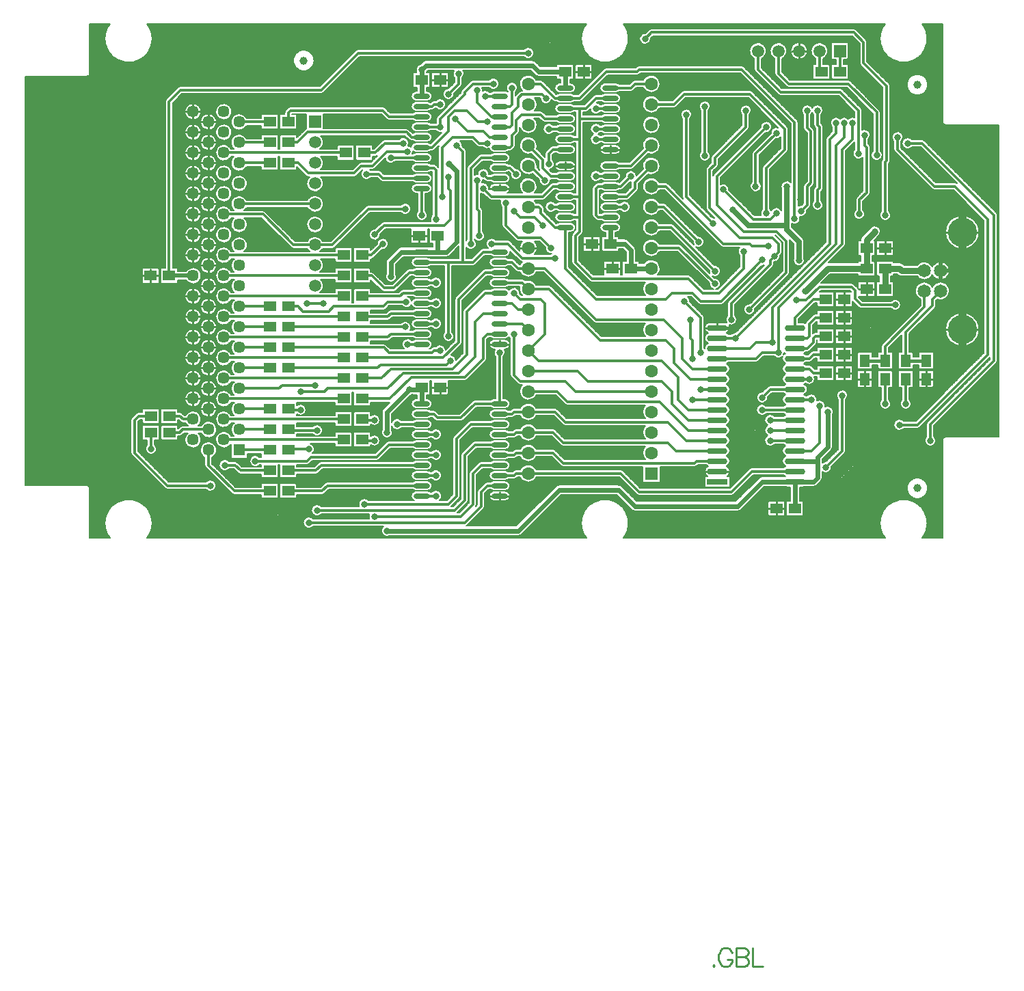
<source format=gbl>
%FSLAX44Y44*%
%MOMM*%
G71*
G01*
G75*
%ADD10C,0.2000*%
%ADD11O,0.6000X2.2000*%
%ADD12O,0.6000X2.2000*%
%ADD13R,1.5240X1.5240*%
%ADD14R,1.5240X1.2700*%
%ADD15R,1.2700X1.5240*%
%ADD16O,2.0320X0.6096*%
%ADD17R,0.4064X1.9050*%
%ADD18R,1.9050X0.4064*%
%ADD19C,1.0000*%
%ADD20R,0.9144X0.9144*%
%ADD21R,1.2700X0.9144*%
%ADD22R,1.5000X0.4000*%
%ADD23R,0.9144X1.2700*%
%ADD24C,0.2540*%
%ADD25C,0.3000*%
%ADD26C,1.0000*%
%ADD27C,0.5000*%
%ADD28C,0.8000*%
%ADD29C,0.6000*%
%ADD30C,0.2286*%
%ADD31C,1.6000*%
%ADD32R,1.6000X1.6000*%
%ADD33C,1.5000*%
%ADD34R,1.5000X1.5000*%
%ADD35C,1.4500*%
%ADD36R,1.4500X1.4500*%
%ADD37C,1.6510*%
%ADD38C,3.6000*%
%ADD39C,0.8000*%
%ADD40O,2.5400X0.7500*%
%ADD41R,2.5400X0.7500*%
%ADD42C,0.4000*%
%ADD43C,0.7000*%
D10*
X3137218Y2536317D02*
X3137118Y2538737D01*
X3136818Y2541140D01*
X3136321Y2543510D01*
X3135630Y2545832D01*
X3134749Y2548088D01*
X3133686Y2550264D01*
X3132446Y2552344D01*
X3131039Y2554315D01*
X3084792D02*
X3083325Y2552252D01*
X3082042Y2550069D01*
X3080951Y2547785D01*
X3080062Y2545414D01*
X3079380Y2542976D01*
X3078912Y2540488D01*
X3078660Y2537968D01*
X3078627Y2535437D01*
X3078812Y2532912D01*
X3079215Y2530412D01*
X3079832Y2527956D01*
X3080658Y2525563D01*
X3081689Y2523250D01*
X3082914Y2521035D01*
X3084327Y2518934D01*
X3085916Y2516963D01*
X3087668Y2515136D01*
X3089572Y2513467D01*
X3091613Y2511969D01*
X3093776Y2510652D01*
X3096044Y2509527D01*
X3098401Y2508603D01*
X3100829Y2507885D01*
X3103310Y2507379D01*
X3105825Y2507090D01*
X3108356Y2507018D01*
X3110883Y2507166D01*
X3113389Y2507531D01*
X3115854Y2508111D01*
X3118259Y2508901D01*
X3120587Y2509896D01*
X3122820Y2511089D01*
X3124942Y2512470D01*
X3126938Y2514028D01*
X3128791Y2515754D01*
X3130488Y2517632D01*
X3132016Y2519651D01*
X3133365Y2521793D01*
X3134524Y2524044D01*
X3135484Y2526387D01*
X3136238Y2528804D01*
X3136781Y2531277D01*
X3137108Y2533788D01*
X3137218Y2536317D01*
X3062640Y2532119D02*
X3061312Y2535324D01*
X3062640Y2532119D02*
X3061312Y2535324D01*
X3053576Y2506119D02*
X3054903Y2502914D01*
X3053576Y2506119D02*
X3054903Y2502914D01*
X3049384Y2547252D02*
X3046180Y2548579D01*
X3049384Y2547252D02*
X3046180Y2548579D01*
X3008208Y2511570D02*
X3010216Y2512822D01*
X3011894Y2514491D01*
X3013157Y2516492D01*
X3013942Y2518725D01*
X3014208Y2521077D01*
X3137928Y2479317D02*
X3137678Y2481856D01*
X3136937Y2484297D01*
X3135735Y2486546D01*
X3134117Y2488518D01*
X3132145Y2490136D01*
X3129895Y2491339D01*
X3127454Y2492079D01*
X3124916Y2492329D01*
X3122377Y2492079D01*
X3119936Y2491339D01*
X3117686Y2490136D01*
X3115715Y2488518D01*
X3114096Y2486546D01*
X3112894Y2484297D01*
X3112154Y2481856D01*
X3111903Y2479317D01*
X3112154Y2476779D01*
X3112894Y2474337D01*
X3114096Y2472088D01*
X3115715Y2470116D01*
X3117686Y2468498D01*
X3119936Y2467295D01*
X3122377Y2466555D01*
X3124916Y2466305D01*
X3127454Y2466555D01*
X3129895Y2467295D01*
X3132145Y2468498D01*
X3134117Y2470116D01*
X3135735Y2472088D01*
X3136937Y2474337D01*
X3137678Y2476779D01*
X3137928Y2479317D01*
X3091213Y2477546D02*
X3089885Y2480751D01*
X3091213Y2477546D02*
X3089885Y2480751D01*
X3079177Y2445028D02*
X3077849Y2448233D01*
X3079177Y2445028D02*
X3077849Y2448233D01*
X3042440Y2483642D02*
X3039236Y2484969D01*
X3042440Y2483642D02*
X3039236Y2484969D01*
X3032280Y2473482D02*
X3029076Y2474809D01*
X3032280Y2473482D02*
X3029076Y2474809D01*
X3056468Y2447417D02*
X3055140Y2450622D01*
X3056468Y2447417D02*
X3055140Y2450622D01*
X3047404Y2438495D02*
X3044555Y2439205D01*
X3041664Y2438690D01*
X3039236Y2437039D01*
X3005668Y2442040D02*
X3007512Y2444452D01*
X3008168Y2447417D01*
X3039236Y2437039D02*
X3036918Y2438644D01*
X3034156Y2439209D01*
X3031394Y2438644D01*
X3029076Y2437039D01*
X3027031Y2438520D01*
X3024595Y2439183D01*
X3022083Y2438944D01*
X3019816Y2437832D01*
X3018088Y2435991D01*
X3017122Y2433659D01*
X3017041Y2431136D01*
X3017857Y2428747D01*
X3019464Y2426800D01*
X3014208Y2521077D02*
X3013913Y2523551D01*
X3013046Y2525886D01*
X3011654Y2527952D01*
X3009816Y2529634D01*
X3007635Y2530837D01*
X3005232Y2531493D01*
X3002742Y2531568D01*
X3000304Y2531055D01*
X2998055Y2529984D01*
X2996120Y2528414D01*
X2994608Y2526434D01*
X2993604Y2524155D01*
X2993162Y2521703D01*
X2993309Y2519216D01*
X2994037Y2516833D01*
X2995303Y2514688D01*
X2997038Y2512900D01*
X2999144Y2511570D01*
X2988808Y2521077D02*
X2988502Y2523598D01*
X2987601Y2525972D01*
X2986159Y2528061D01*
X2984259Y2529745D01*
X2982010Y2530925D01*
X2979545Y2531532D01*
X2977006D01*
X2974541Y2530925D01*
X2972293Y2529745D01*
X2970392Y2528061D01*
X2968950Y2525972D01*
X2968050Y2523598D01*
X2967744Y2521077D01*
X2968050Y2518557D01*
X2968950Y2516183D01*
X2970392Y2514093D01*
X2972293Y2512409D01*
X2974541Y2511229D01*
X2977006Y2510622D01*
X2979545D01*
X2982010Y2511229D01*
X2984259Y2512409D01*
X2986159Y2514093D01*
X2987601Y2516183D01*
X2988502Y2518557D01*
X2988808Y2521077D01*
X2957408Y2511570D02*
X2959416Y2512822D01*
X2961094Y2514491D01*
X2962357Y2516492D01*
X2963142Y2518725D01*
X2963408Y2521077D01*
X2963113Y2523551D01*
X2962246Y2525886D01*
X2960854Y2527952D01*
X2959016Y2529634D01*
X2956835Y2530837D01*
X2954432Y2531493D01*
X2951942Y2531568D01*
X2949504Y2531055D01*
X2947255Y2529984D01*
X2945320Y2528414D01*
X2943808Y2526434D01*
X2942804Y2524155D01*
X2942362Y2521703D01*
X2942509Y2519216D01*
X2943236Y2516833D01*
X2944503Y2514688D01*
X2946237Y2512900D01*
X2948344Y2511570D01*
Y2493137D02*
X2949671Y2489932D01*
X2948344Y2493137D02*
X2949671Y2489932D01*
X2932008Y2511570D02*
X2934016Y2512822D01*
X2935694Y2514491D01*
X2936957Y2516492D01*
X2937742Y2518725D01*
X2938008Y2521077D01*
X2922944Y2498217D02*
X2924271Y2495012D01*
X2922944Y2498217D02*
X2924271Y2495012D01*
X2938008Y2521077D02*
X2937713Y2523551D01*
X2936846Y2525886D01*
X2935454Y2527952D01*
X2933616Y2529634D01*
X2931435Y2530837D01*
X2929032Y2531493D01*
X2926542Y2531568D01*
X2924104Y2531055D01*
X2921855Y2529984D01*
X2919920Y2528414D01*
X2918408Y2526434D01*
X2917404Y2524155D01*
X2916962Y2521703D01*
X2917109Y2519216D01*
X2917837Y2516833D01*
X2919103Y2514688D01*
X2920838Y2512900D01*
X2922944Y2511570D01*
X2910360Y2501422D02*
X2907156Y2502749D01*
X2910360Y2501422D02*
X2907156Y2502749D01*
X2962371Y2477232D02*
X2965576Y2475905D01*
X2962371Y2477232D02*
X2965576Y2475905D01*
X2952211Y2467072D02*
X2955416Y2465745D01*
X2952211Y2467072D02*
X2955416Y2465745D01*
X3008168Y2447417D02*
X3007652Y2450060D01*
X3006181Y2452316D01*
X3003969Y2453853D01*
X3001342Y2454446D01*
X2998685Y2454008D01*
X2996387Y2452603D01*
X2994786Y2450438D01*
Y2444396D02*
X2996604Y2442040D01*
X2992968D02*
X2994786Y2444396D01*
Y2450438D02*
X2993331Y2452466D01*
X2991259Y2453857D01*
X2988832Y2454438D01*
X2986354Y2454134D01*
X2984139Y2452984D01*
X2982466Y2451133D01*
X2981544Y2448814D01*
X2981490Y2446319D01*
X2982311Y2443962D01*
X2983904Y2442040D01*
X2977220Y2432685D02*
X2975892Y2435890D01*
X2977220Y2432685D02*
X2975892Y2435890D01*
X2920520Y2470942D02*
X2917316Y2472269D01*
X2920520Y2470942D02*
X2917316Y2472269D01*
X2916768Y2442040D02*
X2918612Y2444452D01*
X2919268Y2447417D01*
X2918805Y2449925D01*
X2917478Y2452104D01*
X2915462Y2453665D01*
X2913021Y2454405D01*
X2910476Y2454225D01*
X2908164Y2453150D01*
X2906387Y2451320D01*
X2905379Y2448977D01*
X2905273Y2446429D01*
X2906084Y2444010D01*
X2907704Y2442040D01*
X3155914Y2433617D02*
X3156490Y2431466D01*
X3158065Y2429891D01*
X3160216Y2429315D01*
X3155914Y2433617D02*
X3156490Y2431466D01*
X3158065Y2429891D01*
X3160216Y2429315D01*
X3107228Y2414397D02*
X3106765Y2416905D01*
X3105438Y2419084D01*
X3103422Y2420645D01*
X3100981Y2421385D01*
X3098437Y2421205D01*
X3096124Y2420130D01*
X3094347Y2418300D01*
X3093339Y2415957D01*
X3093234Y2413409D01*
X3094044Y2410990D01*
X3095664Y2409020D01*
X3133880Y2409982D02*
X3130676Y2411309D01*
X3133880Y2409982D02*
X3130676Y2411309D01*
X3104728Y2409020D02*
X3106572Y2411432D01*
X3107228Y2414397D01*
X3118273Y2411309D02*
X3116400Y2412874D01*
X3114106Y2413704D01*
X3111666Y2413701D01*
X3109374Y2412864D01*
X3107506Y2411294D01*
X3106287Y2409180D01*
X3105864Y2406777D01*
X3106287Y2404374D01*
X3107506Y2402260D01*
X3109374Y2400690D01*
X3111666Y2399853D01*
X3114106Y2399850D01*
X3116400Y2400680D01*
X3118273Y2402245D01*
X3095664Y2399157D02*
X3096991Y2395952D01*
X3095664Y2399157D02*
X3096991Y2395952D01*
X3089885Y2381963D02*
X3091213Y2385167D01*
X3064088Y2411560D02*
X3065932Y2413972D01*
X3066588Y2416937D01*
X3066191Y2419266D01*
X3065045Y2421332D01*
X3063280Y2422902D01*
X3061094Y2423799D01*
X3058734Y2423921D01*
X3056468Y2423255D01*
X3013171Y2415062D02*
X3011844Y2411857D01*
X3013171Y2415062D02*
X3011844Y2411857D01*
X3081677Y2392127D02*
X3081021Y2395091D01*
X3079177Y2397503D01*
X3081751Y2386647D02*
X3080424Y2383442D01*
X3070113Y2397503D02*
X3068493Y2395533D01*
X3067682Y2393115D01*
X3067788Y2390566D01*
X3068795Y2388223D01*
X3070573Y2386394D01*
X3072885Y2385318D01*
X3075430Y2385139D01*
X3077871Y2385878D01*
X3079887Y2387440D01*
X3081214Y2389618D01*
X3081677Y2392127D01*
X3081751Y2386647D02*
X3080424Y2383442D01*
X3089885Y2381963D02*
X3091213Y2385167D01*
X3066628Y2401697D02*
X3065300Y2404902D01*
X3066628Y2401697D02*
X3065300Y2404902D01*
X3047404Y2399454D02*
X3045752Y2397424D01*
X3044956Y2394931D01*
X3045127Y2392320D01*
X3046241Y2389952D01*
X3048144Y2388155D01*
X3050572Y2387178D01*
X3053189Y2387158D01*
X3055632Y2388095D01*
X3057564Y2389861D01*
X3173848Y2357196D02*
X3171316Y2357969D01*
X3173848Y2357196D02*
X3171316Y2357969D01*
X3142711Y2350232D02*
X3145916Y2348905D01*
X3142711Y2350232D02*
X3145916Y2348905D01*
X3224108Y2317877D02*
X3222780Y2321082D01*
X3224108Y2317877D02*
X3222780Y2321082D01*
X3091988Y2317877D02*
X3091332Y2320842D01*
X3089488Y2323254D01*
X3065300Y2342612D02*
X3066628Y2345817D01*
X3065300Y2342612D02*
X3066628Y2345817D01*
X3059948Y2319317D02*
X3059292Y2322282D01*
X3057448Y2324694D01*
X3080424Y2323254D02*
X3078804Y2321284D01*
X3077993Y2318865D01*
X3078099Y2316317D01*
X3079107Y2313974D01*
X3080884Y2312144D01*
X3083196Y2311069D01*
X3085741Y2310889D01*
X3088182Y2311629D01*
X3090198Y2313190D01*
X3091525Y2315369D01*
X3091988Y2317877D01*
X3077228Y2292585D02*
X3078752Y2294866D01*
X3079288Y2297557D01*
X3078893Y2299879D01*
X3077754Y2301941D01*
X3075997Y2303511D01*
X3073820Y2304413D01*
X3071469Y2304545D01*
X3069205Y2303893D01*
X3067283Y2302529D01*
X3079288Y2297557D02*
X3078893Y2299881D01*
X3077752Y2301944D01*
X3075993Y2303514D01*
X3073815Y2304414D01*
X3071461Y2304544D01*
X3069196Y2303889D01*
X3067276Y2302522D01*
X3077221Y2292577D02*
X3078751Y2294861D01*
X3079288Y2297557D01*
X3057123Y2292369D02*
X3055599Y2290088D01*
X3055064Y2287397D01*
X3057123Y2292369D02*
X3055599Y2290088D01*
X3055064Y2287397D01*
X3049711Y2339842D02*
X3048384Y2336637D01*
X3049711Y2339842D02*
X3048384Y2336637D01*
Y2324694D02*
X3046764Y2322724D01*
X3045953Y2320305D01*
X3046059Y2317757D01*
X3047067Y2315414D01*
X3048844Y2313584D01*
X3051157Y2312509D01*
X3053701Y2312329D01*
X3056142Y2313069D01*
X3058158Y2314630D01*
X3059485Y2316809D01*
X3059948Y2319317D01*
X3008208Y2427097D02*
X3006880Y2430302D01*
X3008208Y2427097D02*
X3006880Y2430302D01*
X2996604Y2429637D02*
X2997931Y2426432D01*
X2996604Y2429637D02*
X2997931Y2426432D01*
X2983904Y2425901D02*
X2985231Y2422697D01*
X2983904Y2425901D02*
X2985231Y2422697D01*
X2997500Y2421369D02*
X2996172Y2424574D01*
X2997500Y2421369D02*
X2996172Y2424574D01*
X2965028Y2424557D02*
X2963700Y2427762D01*
X2965028Y2424557D02*
X2963700Y2427762D01*
X2952464Y2426179D02*
X2949738Y2426483D01*
X2947102Y2425721D01*
X2944959Y2424009D01*
X2943634Y2421606D01*
X2943329Y2418880D01*
X2944668Y2427097D02*
X2944221Y2429564D01*
X2942936Y2431718D01*
X2940978Y2433284D01*
X2938594Y2434063D01*
X2936089Y2433957D01*
X2933780Y2432978D01*
X2931962Y2431251D01*
X2930865Y2428996D01*
X2930629Y2426500D01*
X2937038Y2420090D02*
X2939349Y2420277D01*
X2941473Y2421205D01*
X2943181Y2422773D01*
X2944286Y2424810D01*
X2944668Y2427097D01*
X2949738Y2412470D02*
X2952093Y2412668D01*
X2954249Y2413635D01*
X2955964Y2415261D01*
X2915440Y2423892D02*
X2916768Y2427097D01*
X2915440Y2423892D02*
X2916768Y2427097D01*
X2963700Y2395952D02*
X2965028Y2399157D01*
X2963700Y2395952D02*
X2965028Y2399157D01*
X2934431Y2379502D02*
X2933104Y2376297D01*
X2934431Y2379502D02*
X2933104Y2376297D01*
X2921477Y2397028D02*
X2920150Y2393823D01*
X2921477Y2397028D02*
X2920150Y2393823D01*
X2996172Y2354764D02*
X2997500Y2357969D01*
X2996172Y2354764D02*
X2997500Y2357969D01*
X3006880Y2348240D02*
X3008208Y2351445D01*
X3006880Y2348240D02*
X3008208Y2351445D01*
X2997931Y2352110D02*
X2996604Y2348905D01*
X2985231Y2356642D02*
X2983904Y2353437D01*
X2985231Y2356642D02*
X2983904Y2353437D01*
X2997931Y2352110D02*
X2996604Y2348905D01*
X3008168Y2330577D02*
X3007512Y2333542D01*
X3005668Y2335954D01*
X2996604D02*
X2994984Y2333984D01*
X2994174Y2331565D01*
X2994279Y2329017D01*
X2995287Y2326674D01*
X2997064Y2324844D01*
X2999377Y2323769D01*
X3001921Y2323589D01*
X3004362Y2324329D01*
X3006378Y2325890D01*
X3007705Y2328069D01*
X3008168Y2330577D01*
X2991640Y2327372D02*
X2992968Y2330577D01*
X2991640Y2327372D02*
X2992968Y2330577D01*
X2979127Y2316131D02*
X2981659Y2315976D01*
X2984081Y2316729D01*
X2986078Y2318292D01*
X2987390Y2320462D01*
X2987848Y2322957D01*
X2981413Y2329964D02*
X2979241Y2329810D01*
X2977220Y2329000D01*
X2968156Y2358257D02*
X2966219Y2359707D01*
X2963906Y2360415D01*
X2961490Y2360297D01*
X2959257Y2359367D01*
X2957471Y2357736D01*
X2956343Y2355596D01*
X2956008Y2353200D01*
X2956504Y2350833D01*
X2979720Y2313305D02*
X2979127Y2316131D01*
X2969568Y2307003D02*
X2971837Y2306325D01*
X2974203Y2306438D01*
X2976396Y2307330D01*
X2978170Y2308901D01*
X2979321Y2310970D01*
X2979720Y2313305D01*
X2956504Y2323794D02*
X2954886Y2325778D01*
X2952665Y2327052D01*
X2950136Y2327446D01*
X2947633Y2326909D01*
X2945488Y2325511D01*
X2943986Y2323438D01*
X2942168Y2325794D01*
X2931714Y2353437D02*
X2931058Y2356402D01*
X2929214Y2358814D01*
X2920150D02*
X2918530Y2356844D01*
X2917719Y2354425D01*
X2917825Y2351877D01*
X2918833Y2349534D01*
X2920610Y2347704D01*
X2922922Y2346629D01*
X2925467Y2346449D01*
X2927908Y2347189D01*
X2929924Y2348750D01*
X2931251Y2350929D01*
X2931714Y2353437D01*
X2933104Y2325794D02*
X2931601Y2324028D01*
X2930755Y2321868D01*
X2930657Y2319552D01*
X2931318Y2317329D01*
X2830542Y2548579D02*
X2828900D01*
X2795610D02*
X2792405Y2547252D01*
X2795610Y2548579D02*
X2792405Y2547252D01*
X2788255Y2543102D02*
X2785688Y2542845D01*
X2783385Y2541680D01*
X2781658Y2539763D01*
X2780739Y2537352D01*
X2780751Y2534772D01*
X2781694Y2532370D01*
X2783439Y2530469D01*
X2785752Y2529326D01*
X2788322Y2529095D01*
X2790803Y2529806D01*
X2792860Y2531364D01*
X2794216Y2533559D01*
X2794690Y2536095D01*
X2767218Y2536317D02*
X2767118Y2538737D01*
X2766818Y2541140D01*
X2766321Y2543510D01*
X2765630Y2545832D01*
X2764749Y2548088D01*
X2763686Y2550264D01*
X2762446Y2552344D01*
X2761039Y2554315D01*
X2780156Y2502749D02*
X2776951Y2501422D01*
X2780156Y2502749D02*
X2776951Y2501422D01*
X2777616Y2491145D02*
X2780820Y2492472D01*
X2777616Y2491145D02*
X2780820Y2492472D01*
X2806428Y2480437D02*
X2806146Y2482915D01*
X2805315Y2485266D01*
X2803977Y2487370D01*
X2802201Y2489120D01*
X2800077Y2490427D01*
X2797714Y2491223D01*
X2795232Y2491468D01*
X2792759Y2491149D01*
X2790420Y2490283D01*
X2788336Y2488914D01*
X2786613Y2487112D01*
X2785338Y2484969D01*
X2775076D02*
X2771871Y2483642D01*
X2775076Y2484969D02*
X2771871Y2483642D01*
X2755761Y2479889D02*
X2753877Y2481037D01*
X2751708Y2481437D01*
X2836036Y2472269D02*
X2832831Y2470942D01*
X2836036Y2472269D02*
X2832831Y2470942D01*
X2865968Y2447120D02*
X2867812Y2449532D01*
X2868468Y2452497D01*
X2868005Y2455005D01*
X2866678Y2457184D01*
X2864662Y2458745D01*
X2862221Y2459485D01*
X2859677Y2459305D01*
X2857364Y2458230D01*
X2855587Y2456400D01*
X2854579Y2454057D01*
X2854474Y2451509D01*
X2855284Y2449090D01*
X2856904Y2447120D01*
X2843108Y2436960D02*
X2844952Y2439372D01*
X2845608Y2442337D01*
X2845145Y2444845D01*
X2843818Y2447024D01*
X2841802Y2448585D01*
X2839361Y2449325D01*
X2836816Y2449145D01*
X2834504Y2448070D01*
X2832727Y2446240D01*
X2831719Y2443897D01*
X2831613Y2441349D01*
X2832424Y2438930D01*
X2834044Y2436960D01*
X2785338Y2475905D02*
X2786613Y2473762D01*
X2788336Y2471960D01*
X2790420Y2470591D01*
X2792759Y2469725D01*
X2795232Y2469406D01*
X2797714Y2469651D01*
X2800077Y2470447D01*
X2802201Y2471754D01*
X2803977Y2473504D01*
X2805315Y2475608D01*
X2806146Y2477959D01*
X2806428Y2480437D01*
X2769996Y2470825D02*
X2773200Y2472152D01*
X2769996Y2470825D02*
X2773200Y2472152D01*
X2805454Y2459569D02*
X2804179Y2461712D01*
X2802455Y2463514D01*
X2800371Y2464883D01*
X2798033Y2465749D01*
X2795560Y2466068D01*
X2793078Y2465823D01*
X2790715Y2465027D01*
X2788591Y2463720D01*
X2786815Y2461970D01*
X2785477Y2459866D01*
X2784646Y2457515D01*
X2784364Y2455037D01*
X2784646Y2452559D01*
X2785477Y2450208D01*
X2786815Y2448104D01*
X2788591Y2446354D01*
X2790715Y2445047D01*
X2793078Y2444251D01*
X2795560Y2444006D01*
X2798033Y2444325D01*
X2800371Y2445191D01*
X2802455Y2446560D01*
X2804179Y2448362D01*
X2805454Y2450505D01*
X2757788Y2462657D02*
X2757325Y2464984D01*
X2756007Y2466956D01*
X2754034Y2468274D01*
X2751708Y2468737D01*
Y2469277D02*
X2753877Y2469677D01*
X2755761Y2470825D01*
X2751708Y2456577D02*
X2754034Y2457040D01*
X2756007Y2458358D01*
X2757325Y2460330D01*
X2757788Y2462657D01*
Y2449957D02*
X2757325Y2452284D01*
X2756007Y2454256D01*
X2754034Y2455574D01*
X2751708Y2456037D01*
X2823336Y2450505D02*
X2826540Y2451832D01*
X2823336Y2450505D02*
X2826540Y2451832D01*
X2806428Y2429637D02*
X2806130Y2432181D01*
X2805254Y2434588D01*
X2803847Y2436728D01*
X2801984Y2438486D01*
X2799765Y2439767D01*
X2797311Y2440501D01*
X2794754Y2440650D01*
X2792232Y2440206D01*
X2789880Y2439191D01*
X2787825Y2437661D01*
X2786179Y2435699D01*
X2785029Y2433410D01*
X2784438Y2430918D01*
Y2428356D01*
X2785029Y2425864D01*
X2786179Y2423575D01*
X2787825Y2421613D01*
X2789880Y2420083D01*
X2792232Y2419068D01*
X2794754Y2418624D01*
X2797311Y2418773D01*
X2799765Y2419507D01*
X2801984Y2420788D01*
X2803847Y2422546D01*
X2805254Y2424686D01*
X2806130Y2427093D01*
X2806428Y2429637D01*
X2751708Y2443877D02*
X2754034Y2444340D01*
X2756007Y2445658D01*
X2757325Y2447630D01*
X2757788Y2449957D01*
Y2437257D02*
X2757325Y2439584D01*
X2756007Y2441556D01*
X2754034Y2442874D01*
X2751708Y2443337D01*
Y2431177D02*
X2754034Y2431640D01*
X2756007Y2432958D01*
X2757325Y2434930D01*
X2757788Y2437257D01*
Y2424557D02*
X2757325Y2426884D01*
X2756007Y2428856D01*
X2754034Y2430174D01*
X2751708Y2430637D01*
Y2418477D02*
X2754034Y2418940D01*
X2756007Y2420258D01*
X2757325Y2422230D01*
X2757788Y2424557D01*
X2739516Y2500209D02*
X2736311Y2498882D01*
X2739516Y2500209D02*
X2736311Y2498882D01*
X2714792Y2554315D02*
X2713325Y2552252D01*
X2712042Y2550069D01*
X2710951Y2547785D01*
X2710062Y2545414D01*
X2709380Y2542976D01*
X2708912Y2540488D01*
X2708660Y2537968D01*
X2708627Y2535437D01*
X2708812Y2532912D01*
X2709215Y2530412D01*
X2709832Y2527956D01*
X2710658Y2525563D01*
X2711689Y2523250D01*
X2712914Y2521035D01*
X2714327Y2518934D01*
X2715916Y2516963D01*
X2717668Y2515136D01*
X2719572Y2513467D01*
X2721613Y2511969D01*
X2723776Y2510652D01*
X2726044Y2509527D01*
X2728401Y2508603D01*
X2730829Y2507885D01*
X2733310Y2507379D01*
X2735825Y2507090D01*
X2738356Y2507018D01*
X2740883Y2507166D01*
X2743389Y2507531D01*
X2745854Y2508111D01*
X2748259Y2508901D01*
X2750587Y2509896D01*
X2752820Y2511089D01*
X2754942Y2512470D01*
X2756938Y2514028D01*
X2758791Y2515754D01*
X2760488Y2517632D01*
X2762016Y2519651D01*
X2763365Y2521793D01*
X2764524Y2524044D01*
X2765484Y2526387D01*
X2766238Y2528804D01*
X2766781Y2531277D01*
X2767108Y2533788D01*
X2767218Y2536317D01*
X2737484Y2481437D02*
X2735157Y2480974D01*
X2733185Y2479656D01*
X2731866Y2477684D01*
X2731404Y2475357D01*
X2731866Y2473030D01*
X2733185Y2471058D01*
X2735157Y2469740D01*
X2737484Y2469277D01*
Y2468737D02*
X2735314Y2468337D01*
X2733431Y2467189D01*
Y2458125D02*
X2735314Y2456977D01*
X2737484Y2456577D01*
X2726816Y2467189D02*
X2723611Y2465862D01*
X2726816Y2467189D02*
X2723611Y2465862D01*
X2652341Y2507562D02*
X2650384Y2508870D01*
X2648076Y2509329D01*
X2652341Y2507562D02*
X2650384Y2508870D01*
X2648076Y2509329D01*
X2651430Y2491412D02*
X2653387Y2490104D01*
X2655696Y2489645D01*
X2651430Y2491412D02*
X2653387Y2490104D01*
X2655696Y2489645D01*
X2701908Y2475357D02*
X2701445Y2477684D01*
X2700127Y2479656D01*
X2698154Y2480974D01*
X2695828Y2481437D01*
Y2469277D02*
X2698154Y2469740D01*
X2700127Y2471058D01*
X2701445Y2473030D01*
X2701908Y2475357D01*
X2706496Y2458125D02*
X2709700Y2459452D01*
X2706496Y2458125D02*
X2709700Y2459452D01*
X2699881Y2467189D02*
X2697997Y2468337D01*
X2695828Y2468737D01*
Y2456577D02*
X2697997Y2456977D01*
X2699881Y2458125D01*
X2661440Y2483642D02*
X2658236Y2484969D01*
X2661440Y2483642D02*
X2658236Y2484969D01*
X2681604Y2481437D02*
X2679277Y2480974D01*
X2677304Y2479656D01*
X2675987Y2477684D01*
X2675524Y2475357D01*
X2675987Y2473030D01*
X2677304Y2471058D01*
X2679277Y2469740D01*
X2681604Y2469277D01*
Y2468737D02*
X2679548Y2468379D01*
X2677735Y2467347D01*
X2677551Y2458125D02*
X2679435Y2456977D01*
X2681604Y2456577D01*
X2672811Y2459452D02*
X2676016Y2458125D01*
X2672811Y2459452D02*
X2676016Y2458125D01*
X2737484Y2456037D02*
X2735314Y2455637D01*
X2733431Y2454489D01*
Y2445425D02*
X2735314Y2444277D01*
X2737484Y2443877D01*
X2732193Y2454489D02*
X2730097Y2456176D01*
X2727521Y2456953D01*
X2714116Y2445425D02*
X2717320Y2446752D01*
X2719819Y2449251D02*
X2720613Y2446644D01*
X2722339Y2444534D01*
X2724738Y2443239D01*
X2727449Y2442954D01*
X2730065Y2443721D01*
X2732193Y2445425D01*
X2737484Y2443337D02*
X2735314Y2442937D01*
X2733431Y2441789D01*
X2714116Y2445425D02*
X2717320Y2446752D01*
X2699881Y2454489D02*
X2697997Y2455637D01*
X2695828Y2456037D01*
Y2443877D02*
X2697997Y2444277D01*
X2699881Y2445425D01*
X2701908Y2437257D02*
X2701445Y2439584D01*
X2700127Y2441556D01*
X2698154Y2442874D01*
X2695828Y2443337D01*
Y2431177D02*
X2698154Y2431640D01*
X2700127Y2432958D01*
X2701445Y2434930D01*
X2701908Y2437257D01*
X2733431Y2432725D02*
X2735314Y2431577D01*
X2737484Y2431177D01*
Y2430637D02*
X2735314Y2430237D01*
X2733431Y2429089D01*
Y2420025D02*
X2735314Y2418877D01*
X2737484Y2418477D01*
X2729837Y2418207D02*
X2732193Y2420025D01*
Y2416389D02*
X2729837Y2418207D01*
X2701908Y2424557D02*
X2701445Y2426884D01*
X2700127Y2428856D01*
X2698154Y2430174D01*
X2695828Y2430637D01*
X2732193Y2429089D02*
X2730271Y2430682D01*
X2727914Y2431503D01*
X2725419Y2431449D01*
X2723100Y2430527D01*
X2721249Y2428853D01*
X2720099Y2426638D01*
X2719795Y2424161D01*
X2720375Y2421734D01*
X2721767Y2419662D01*
X2723795Y2418207D01*
X2721767Y2416752D01*
X2720375Y2414680D01*
X2719795Y2412253D01*
X2720099Y2409776D01*
X2721249Y2407561D01*
X2723100Y2405887D01*
X2725419Y2404965D01*
X2727914Y2404911D01*
X2730271Y2405732D01*
X2732193Y2407325D01*
X2695828Y2418477D02*
X2698154Y2418940D01*
X2700127Y2420258D01*
X2701445Y2422230D01*
X2701908Y2424557D01*
X2681604Y2456037D02*
X2679277Y2455574D01*
X2677304Y2454256D01*
X2675987Y2452284D01*
X2675524Y2449957D01*
X2675987Y2447630D01*
X2677304Y2445658D01*
X2679277Y2444340D01*
X2681604Y2443877D01*
Y2443337D02*
X2679435Y2442937D01*
X2677551Y2441789D01*
X2657909Y2462914D02*
X2658170Y2460330D01*
X2659351Y2458017D01*
X2661292Y2456291D01*
X2663726Y2455386D01*
X2666323Y2455427D01*
X2668727Y2456408D01*
X2670612Y2458194D01*
X2671720Y2460543D01*
X2661374Y2445608D02*
X2658169Y2446936D01*
X2654028Y2455037D02*
X2653641Y2457931D01*
X2652510Y2460622D01*
X2650712Y2462922D01*
X2650484Y2446936D02*
X2651984Y2448640D01*
X2653103Y2450616D01*
X2653794Y2452779D01*
X2654028Y2455037D01*
X2661374Y2445608D02*
X2658169Y2446936D01*
X2654028Y2429637D02*
X2653784Y2431944D01*
X2653063Y2434149D01*
X2651897Y2436154D01*
X2650337Y2437872D01*
X2677551Y2432725D02*
X2679435Y2431577D01*
X2681604Y2431177D01*
Y2430637D02*
X2679435Y2430237D01*
X2677551Y2429089D01*
Y2420025D02*
X2679435Y2418877D01*
X2681604Y2418477D01*
X2660111Y2434052D02*
X2663316Y2432725D01*
X2660111Y2434052D02*
X2663316Y2432725D01*
X2673773Y2429089D02*
X2671900Y2430654D01*
X2669606Y2431484D01*
X2667166Y2431481D01*
X2664874Y2430644D01*
X2663006Y2429074D01*
X2661787Y2426960D01*
X2661364Y2424557D01*
X2661787Y2422154D01*
X2663006Y2420040D01*
X2664874Y2418470D01*
X2667166Y2417633D01*
X2669606Y2417630D01*
X2671900Y2418460D01*
X2673773Y2420025D01*
X2870931Y2392202D02*
X2869604Y2388997D01*
X2870931Y2392202D02*
X2869604Y2388997D01*
X2868468Y2391537D02*
X2867812Y2394502D01*
X2865968Y2396914D01*
X2856904D02*
X2855284Y2394944D01*
X2854474Y2392525D01*
X2854579Y2389977D01*
X2855587Y2387634D01*
X2857364Y2385804D01*
X2859677Y2384729D01*
X2862221Y2384549D01*
X2864662Y2385289D01*
X2866678Y2386850D01*
X2868005Y2389029D01*
X2868468Y2391537D01*
X2806428Y2404237D02*
X2806128Y2406790D01*
X2805246Y2409205D01*
X2803828Y2411350D01*
X2801953Y2413109D01*
X2799721Y2414386D01*
X2797255Y2415111D01*
X2794688Y2415246D01*
X2792159Y2414783D01*
X2789805Y2413748D01*
X2787756Y2412195D01*
X2786121Y2410211D01*
X2784991Y2407902D01*
X2784425Y2405394D01*
X2784455Y2402823D01*
X2785079Y2400329D01*
X2791488Y2393920D02*
X2794070Y2393285D01*
X2796729Y2393286D01*
X2799311Y2393923D01*
X2801665Y2395159D01*
X2803654Y2396923D01*
X2805164Y2399111D01*
X2806107Y2401597D01*
X2806428Y2404237D01*
Y2378837D02*
X2806128Y2381391D01*
X2805246Y2383805D01*
X2803828Y2385950D01*
X2801953Y2387709D01*
X2799721Y2388986D01*
X2797255Y2389711D01*
X2794688Y2389846D01*
X2792159Y2389383D01*
X2789805Y2388348D01*
X2787756Y2386796D01*
X2786121Y2384811D01*
X2784991Y2382502D01*
X2784425Y2379994D01*
X2784455Y2377424D01*
X2785079Y2374929D01*
X2877340Y2377333D02*
X2878668Y2380537D01*
X2877340Y2377333D02*
X2878668Y2380537D01*
X2864458Y2377269D02*
X2863130Y2374064D01*
X2864458Y2377269D02*
X2863130Y2374064D01*
X2873471Y2369342D02*
X2872195Y2366814D01*
X2873471Y2369342D02*
X2872195Y2366814D01*
X2891620Y2349529D02*
X2891205Y2351910D01*
X2890008Y2354010D01*
X2888171Y2355580D01*
X2885911Y2356436D01*
X2883495Y2356476D01*
X2881208Y2355696D01*
X2816380Y2356642D02*
X2813176Y2357969D01*
X2816380Y2356642D02*
X2813176Y2357969D01*
X2791488Y2368520D02*
X2794070Y2367885D01*
X2796729Y2367886D01*
X2799311Y2368523D01*
X2801665Y2369759D01*
X2803654Y2371523D01*
X2805164Y2373711D01*
X2806107Y2376198D01*
X2806428Y2378837D01*
X2769996Y2374305D02*
X2773200Y2375632D01*
X2769996Y2374305D02*
X2773200Y2375632D01*
X2757788Y2411857D02*
X2757325Y2414184D01*
X2756007Y2416156D01*
X2754034Y2417474D01*
X2751708Y2417937D01*
Y2405777D02*
X2754034Y2406240D01*
X2756007Y2407558D01*
X2757325Y2409530D01*
X2757788Y2411857D01*
Y2399157D02*
X2757325Y2401484D01*
X2756007Y2403456D01*
X2754034Y2404774D01*
X2751708Y2405237D01*
Y2393077D02*
X2754034Y2393540D01*
X2756007Y2394858D01*
X2757325Y2396830D01*
X2757788Y2399157D01*
X2755761Y2383369D02*
X2753877Y2384517D01*
X2751708Y2384917D01*
X2776992Y2366843D02*
X2776334Y2369182D01*
X2774919Y2371158D01*
X2772916Y2372534D01*
X2770564Y2373146D01*
X2768144Y2372921D01*
X2765945Y2371885D01*
X2764231Y2370163D01*
X2763204Y2367960D01*
X2762989Y2365540D01*
X2769398Y2359130D02*
X2770585Y2359130D01*
X2778280Y2347692D02*
X2779608Y2350897D01*
X2778280Y2347692D02*
X2779608Y2350897D01*
X2757296Y2348905D02*
X2760500Y2350232D01*
X2757296Y2348905D02*
X2760500Y2350232D01*
X2751708Y2372757D02*
X2753877Y2373157D01*
X2755761Y2374305D01*
X2757788Y2366137D02*
X2757325Y2368464D01*
X2756007Y2370436D01*
X2754034Y2371754D01*
X2751708Y2372217D01*
Y2360057D02*
X2754034Y2360520D01*
X2756007Y2361838D01*
X2757325Y2363810D01*
X2757788Y2366137D01*
X2755577Y2358127D02*
X2753763Y2359159D01*
X2751708Y2359517D01*
Y2347357D02*
X2753877Y2347757D01*
X2755761Y2348905D01*
X2834044Y2340737D02*
X2834817Y2338205D01*
X2834044Y2340737D02*
X2834817Y2338205D01*
X2863130Y2326890D02*
X2864458Y2323685D01*
X2863130Y2326890D02*
X2864458Y2323685D01*
X2805454Y2357969D02*
X2804179Y2360112D01*
X2802455Y2361914D01*
X2800371Y2363283D01*
X2798033Y2364149D01*
X2795560Y2364468D01*
X2793078Y2364223D01*
X2790715Y2363427D01*
X2788591Y2362120D01*
X2786815Y2360370D01*
X2785477Y2358266D01*
X2784646Y2355915D01*
X2784364Y2353437D01*
X2784646Y2350959D01*
X2785477Y2348608D01*
X2786815Y2346504D01*
X2788591Y2344754D01*
X2790715Y2343447D01*
X2793078Y2342651D01*
X2795560Y2342406D01*
X2798033Y2342725D01*
X2800371Y2343591D01*
X2802455Y2344960D01*
X2804179Y2346762D01*
X2805454Y2348905D01*
Y2332569D02*
X2804179Y2334712D01*
X2802455Y2336514D01*
X2800371Y2337883D01*
X2798033Y2338749D01*
X2795560Y2339068D01*
X2793078Y2338823D01*
X2790715Y2338027D01*
X2788591Y2336720D01*
X2786815Y2334970D01*
X2785477Y2332866D01*
X2784646Y2330515D01*
X2784364Y2328037D01*
X2784646Y2325559D01*
X2785477Y2323208D01*
X2786815Y2321104D01*
X2788591Y2319354D01*
X2790715Y2318047D01*
X2793078Y2317251D01*
X2795560Y2317006D01*
X2798033Y2317325D01*
X2800371Y2318191D01*
X2802455Y2319560D01*
X2804179Y2321362D01*
X2805454Y2323505D01*
X2813840Y2331242D02*
X2810636Y2332569D01*
X2813840Y2331242D02*
X2810636Y2332569D01*
X2873724Y2314419D02*
X2870999Y2314724D01*
X2823238Y2305842D02*
X2820034Y2307169D01*
X2823238Y2305842D02*
X2820034Y2307169D01*
X2805454D02*
X2804179Y2309312D01*
X2802455Y2311114D01*
X2800371Y2312483D01*
X2798033Y2313349D01*
X2795560Y2313668D01*
X2793078Y2313423D01*
X2790715Y2312627D01*
X2788591Y2311320D01*
X2786815Y2309570D01*
X2785477Y2307466D01*
X2784646Y2305115D01*
X2784364Y2302637D01*
X2784646Y2300159D01*
X2785477Y2297808D01*
X2786815Y2295704D01*
X2788591Y2293954D01*
X2790715Y2292647D01*
X2793078Y2291851D01*
X2795560Y2291606D01*
X2798033Y2291925D01*
X2800371Y2292791D01*
X2802455Y2294160D01*
X2804179Y2295962D01*
X2805454Y2298105D01*
X2764916Y2336205D02*
X2768120Y2337532D01*
X2764916Y2336205D02*
X2768120Y2337532D01*
X2769408Y2328037D02*
X2768984Y2330440D01*
X2767766Y2332554D01*
X2765898Y2334124D01*
X2763606Y2334961D01*
X2761165Y2334964D01*
X2758871Y2334134D01*
X2756999Y2332569D01*
X2755761Y2345269D02*
X2753877Y2346417D01*
X2751708Y2346817D01*
Y2334657D02*
X2753877Y2335057D01*
X2755761Y2336205D01*
Y2332569D02*
X2753877Y2333717D01*
X2751708Y2334117D01*
X2756999Y2323505D02*
X2758871Y2321940D01*
X2761165Y2321110D01*
X2763606Y2321113D01*
X2765898Y2321950D01*
X2767766Y2323520D01*
X2768984Y2325634D01*
X2769408Y2328037D01*
X2751708Y2321957D02*
X2753877Y2322357D01*
X2755761Y2323505D01*
X2757788Y2315337D02*
X2757325Y2317664D01*
X2756007Y2319636D01*
X2754034Y2320954D01*
X2751708Y2321417D01*
Y2309257D02*
X2754034Y2309720D01*
X2756007Y2311038D01*
X2757325Y2313010D01*
X2757788Y2315337D01*
Y2302637D02*
X2757325Y2304964D01*
X2756007Y2306936D01*
X2754034Y2308254D01*
X2751708Y2308717D01*
Y2296557D02*
X2754034Y2297020D01*
X2756007Y2298338D01*
X2757325Y2300310D01*
X2757788Y2302637D01*
X2737484Y2417937D02*
X2735314Y2417537D01*
X2733431Y2416389D01*
Y2407325D02*
X2735314Y2406177D01*
X2737484Y2405777D01*
Y2405237D02*
X2735157Y2404774D01*
X2733185Y2403456D01*
X2731866Y2401484D01*
X2731404Y2399157D01*
X2731866Y2396830D01*
X2733185Y2394858D01*
X2735157Y2393540D01*
X2737484Y2393077D01*
Y2384917D02*
X2735157Y2384454D01*
X2733185Y2383136D01*
X2731866Y2381164D01*
X2731404Y2378837D01*
X2731866Y2376510D01*
X2733185Y2374538D01*
X2735157Y2373220D01*
X2737484Y2372757D01*
X2701908Y2399157D02*
X2701445Y2401484D01*
X2700127Y2403456D01*
X2698154Y2404774D01*
X2695828Y2405237D01*
Y2393077D02*
X2698154Y2393540D01*
X2700127Y2394858D01*
X2701445Y2396830D01*
X2701908Y2399157D01*
X2699881Y2416389D02*
X2697997Y2417537D01*
X2695828Y2417937D01*
Y2405777D02*
X2697997Y2406177D01*
X2699881Y2407325D01*
X2737484Y2372217D02*
X2735314Y2371817D01*
X2733431Y2370669D01*
Y2361605D02*
X2735314Y2360457D01*
X2737484Y2360057D01*
X2732193Y2370669D02*
X2730320Y2372234D01*
X2728026Y2373064D01*
X2725586Y2373061D01*
X2723294Y2372224D01*
X2721426Y2370654D01*
X2720207Y2368540D01*
X2719784Y2366137D01*
X2720207Y2363734D01*
X2721426Y2361620D01*
X2723294Y2360050D01*
X2725586Y2359213D01*
X2728026Y2359210D01*
X2730320Y2360040D01*
X2732193Y2361605D01*
X2737484Y2359517D02*
X2735314Y2359117D01*
X2733431Y2357969D01*
Y2348905D02*
X2735314Y2347757D01*
X2737484Y2347357D01*
X2729356Y2357969D02*
X2726151Y2356642D01*
X2729356Y2357969D02*
X2726151Y2356642D01*
X2723611Y2354102D02*
X2722284Y2350897D01*
X2723611Y2354102D02*
X2722284Y2350897D01*
X2701908Y2378837D02*
X2701445Y2381164D01*
X2700127Y2383136D01*
X2698154Y2384454D01*
X2695828Y2384917D01*
Y2372757D02*
X2698154Y2373220D01*
X2700127Y2374538D01*
X2701445Y2376510D01*
X2701908Y2378837D01*
Y2366137D02*
X2701445Y2368464D01*
X2700127Y2370436D01*
X2698154Y2371754D01*
X2695828Y2372217D01*
Y2360057D02*
X2698154Y2360520D01*
X2700127Y2361838D01*
X2701445Y2363810D01*
X2701908Y2366137D01*
Y2353437D02*
X2701445Y2355764D01*
X2700127Y2357736D01*
X2698154Y2359054D01*
X2695828Y2359517D01*
Y2347357D02*
X2698154Y2347820D01*
X2700127Y2349138D01*
X2701445Y2351110D01*
X2701908Y2353437D01*
X2681604Y2417937D02*
X2679277Y2417474D01*
X2677304Y2416156D01*
X2675987Y2414184D01*
X2675524Y2411857D01*
X2675987Y2409530D01*
X2677304Y2407558D01*
X2679277Y2406240D01*
X2681604Y2405777D01*
Y2405237D02*
X2679435Y2404837D01*
X2677551Y2403689D01*
Y2394625D02*
X2679435Y2393477D01*
X2681604Y2393077D01*
Y2384917D02*
X2679277Y2384454D01*
X2677304Y2383136D01*
X2675987Y2381164D01*
X2675524Y2378837D01*
X2675987Y2376510D01*
X2677304Y2374538D01*
X2679277Y2373220D01*
X2681604Y2372757D01*
X2673476Y2403689D02*
X2670271Y2402362D01*
X2673476Y2403689D02*
X2670271Y2402362D01*
X2665191Y2397282D02*
X2663864Y2394077D01*
X2665191Y2397282D02*
X2663864Y2394077D01*
X2653312Y2400329D02*
X2653847Y2402251D01*
X2654028Y2404237D01*
X2675428Y2381377D02*
X2674772Y2384342D01*
X2672928Y2386754D01*
X2669102Y2374380D02*
X2671569Y2375101D01*
X2673612Y2376661D01*
X2674958Y2378850D01*
X2675428Y2381377D01*
X2681604Y2372217D02*
X2679435Y2371817D01*
X2677551Y2370669D01*
Y2361605D02*
X2679435Y2360457D01*
X2681604Y2360057D01*
Y2359517D02*
X2679435Y2359117D01*
X2677551Y2357969D01*
X2656244Y2376297D02*
X2657017Y2373765D01*
X2656244Y2376297D02*
X2657017Y2373765D01*
X2653860Y2376922D02*
X2654028Y2378837D01*
X2656309Y2361654D02*
X2656545Y2359158D01*
X2657642Y2356903D01*
X2659460Y2355176D01*
X2661769Y2354197D01*
X2664274Y2354091D01*
X2666658Y2354870D01*
X2668616Y2356436D01*
X2669901Y2358590D01*
X2670348Y2361057D01*
X2673476Y2357969D02*
X2670271Y2356642D01*
X2673476Y2357969D02*
X2670271Y2356642D01*
X2737484Y2346817D02*
X2735157Y2346354D01*
X2733185Y2345036D01*
X2731866Y2343064D01*
X2731404Y2340737D01*
X2731866Y2338410D01*
X2733185Y2336438D01*
X2735157Y2335120D01*
X2737484Y2334657D01*
Y2334117D02*
X2735157Y2333654D01*
X2733185Y2332336D01*
X2731866Y2330364D01*
X2731404Y2328037D01*
X2731866Y2325710D01*
X2733185Y2323738D01*
X2735157Y2322420D01*
X2737484Y2321957D01*
X2699881Y2345269D02*
X2697997Y2346417D01*
X2695828Y2346817D01*
Y2334657D02*
X2697997Y2335057D01*
X2699881Y2336205D01*
X2701908Y2328037D02*
X2701445Y2330364D01*
X2700127Y2332336D01*
X2698154Y2333654D01*
X2695828Y2334117D01*
Y2321957D02*
X2698154Y2322420D01*
X2700127Y2323738D01*
X2701445Y2325710D01*
X2701908Y2328037D01*
X2737484Y2321417D02*
X2735314Y2321017D01*
X2733431Y2319869D01*
Y2310805D02*
X2735314Y2309657D01*
X2737484Y2309257D01*
X2722284Y2317877D02*
X2723611Y2314672D01*
X2726151Y2312132D02*
X2729356Y2310805D01*
X2722284Y2317877D02*
X2723611Y2314672D01*
X2726151Y2312132D02*
X2729356Y2310805D01*
X2737484Y2308717D02*
X2735157Y2308254D01*
X2733185Y2306936D01*
X2731866Y2304964D01*
X2731404Y2302637D01*
X2731866Y2300310D01*
X2733185Y2298338D01*
X2735157Y2297020D01*
X2737484Y2296557D01*
X2699881Y2319869D02*
X2697997Y2321017D01*
X2695828Y2321417D01*
Y2309257D02*
X2697997Y2309657D01*
X2699881Y2310805D01*
X2701908Y2302637D02*
X2701445Y2304964D01*
X2700127Y2306936D01*
X2698154Y2308254D01*
X2695828Y2308717D01*
Y2296557D02*
X2698154Y2297020D01*
X2700127Y2298338D01*
X2701445Y2300310D01*
X2701908Y2302637D01*
X2709700Y2294352D02*
X2711028Y2297557D01*
X2709700Y2294352D02*
X2711028Y2297557D01*
X2677551Y2348905D02*
X2679435Y2347757D01*
X2681604Y2347357D01*
Y2346817D02*
X2679277Y2346354D01*
X2677304Y2345036D01*
X2675987Y2343064D01*
X2675524Y2340737D01*
X2675987Y2338410D01*
X2677304Y2336438D01*
X2679277Y2335120D01*
X2681604Y2334657D01*
X2660776Y2336205D02*
X2663980Y2337532D01*
X2650411Y2345269D02*
X2651941Y2346980D01*
X2653083Y2348971D01*
X2653789Y2351154D01*
X2654028Y2353437D01*
X2660776Y2336205D02*
X2663980Y2337532D01*
X2676313Y2332569D02*
X2674440Y2334134D01*
X2672146Y2334964D01*
X2669706Y2334961D01*
X2667414Y2334124D01*
X2665546Y2332554D01*
X2664327Y2330440D01*
X2663904Y2328037D01*
X2664327Y2325634D01*
X2665546Y2323520D01*
X2667414Y2321950D01*
X2669706Y2321113D01*
X2672146Y2321110D01*
X2674440Y2321940D01*
X2676313Y2323505D01*
X2653054Y2332569D02*
X2651920Y2334523D01*
X2650411Y2336205D01*
X2698211Y2295682D02*
X2696884Y2292477D01*
X2698211Y2295682D02*
X2696884Y2292477D01*
X2681604Y2334117D02*
X2679435Y2333717D01*
X2677551Y2332569D01*
Y2323505D02*
X2679435Y2322357D01*
X2681604Y2321957D01*
X2658900Y2331242D02*
X2655696Y2332569D01*
X2658900Y2331242D02*
X2655696Y2332569D01*
X2662768Y2325497D02*
X2661440Y2328702D01*
X2662768Y2325497D02*
X2661440Y2328702D01*
X2681604Y2321417D02*
X2679277Y2320954D01*
X2677304Y2319636D01*
X2675987Y2317664D01*
X2675524Y2315337D01*
X2675987Y2313010D01*
X2677304Y2311038D01*
X2679277Y2309720D01*
X2681604Y2309257D01*
Y2308717D02*
X2679548Y2308359D01*
X2677735Y2307327D01*
X3201548Y2296517D02*
X3201394Y2299052D01*
X3200937Y2301550D01*
X3200181Y2303975D01*
X3199138Y2306291D01*
X3197825Y2308464D01*
X3196259Y2310464D01*
X3194463Y2312260D01*
X3192463Y2313826D01*
X3190290Y2315140D01*
X3187974Y2316182D01*
X3185549Y2316938D01*
X3183051Y2317395D01*
X3180516Y2317549D01*
X3177981Y2317395D01*
X3175482Y2316938D01*
X3173058Y2316182D01*
X3170742Y2315140D01*
X3168568Y2313826D01*
X3166569Y2312260D01*
X3164773Y2310464D01*
X3163207Y2308464D01*
X3161893Y2306291D01*
X3160851Y2303975D01*
X3160095Y2301550D01*
X3159637Y2299052D01*
X3159484Y2296517D01*
X3159637Y2293982D01*
X3160095Y2291484D01*
X3160851Y2289059D01*
X3161893Y2286743D01*
X3163207Y2284569D01*
X3164773Y2282570D01*
X3166569Y2280774D01*
X3168568Y2279208D01*
X3170742Y2277894D01*
X3173058Y2276852D01*
X3175482Y2276096D01*
X3177981Y2275638D01*
X3180516Y2275485D01*
X3183051Y2275638D01*
X3185549Y2276096D01*
X3187974Y2276852D01*
X3190290Y2277894D01*
X3192463Y2279208D01*
X3194463Y2280774D01*
X3196259Y2282570D01*
X3197825Y2284569D01*
X3199138Y2286743D01*
X3200181Y2289059D01*
X3200937Y2291484D01*
X3201394Y2293982D01*
X3201548Y2296517D01*
X3164703Y2248817D02*
X3164427Y2251298D01*
X3163612Y2253658D01*
X3162299Y2255780D01*
X3160551Y2257563D01*
X3158454Y2258917D01*
X3156111Y2259778D01*
X3153636Y2260102D01*
X3151150Y2259874D01*
X3148775Y2259106D01*
X3146627Y2257834D01*
X3144811Y2256121D01*
X3143416Y2254051D01*
Y2243583D02*
X3144811Y2241513D01*
X3146627Y2239800D01*
X3148775Y2238528D01*
X3151150Y2237760D01*
X3153636Y2237532D01*
X3156111Y2237856D01*
X3158454Y2238717D01*
X3160551Y2240071D01*
X3162299Y2241854D01*
X3163612Y2243976D01*
X3164427Y2246336D01*
X3164703Y2248817D01*
Y2223817D02*
X3164427Y2226298D01*
X3163612Y2228658D01*
X3162299Y2230780D01*
X3160551Y2232563D01*
X3158454Y2233917D01*
X3156111Y2234778D01*
X3153636Y2235102D01*
X3151150Y2234874D01*
X3148775Y2234106D01*
X3146627Y2232834D01*
X3144811Y2231121D01*
X3143416Y2229051D01*
Y2254051D02*
X3142027Y2256114D01*
X3140220Y2257822D01*
X3138083Y2259094D01*
X3135720Y2259866D01*
X3133244Y2260103D01*
X3130777Y2259791D01*
X3128438Y2258947D01*
X3126341Y2257612D01*
X3124587Y2255849D01*
X3107708Y2256809D02*
X3105427Y2258334D01*
X3102736Y2258869D01*
X3107708Y2256809D02*
X3105427Y2258334D01*
X3102736Y2258869D01*
X3124587Y2241785D02*
X3126341Y2240022D01*
X3128438Y2238687D01*
X3130777Y2237843D01*
X3133244Y2237531D01*
X3135720Y2237768D01*
X3138083Y2238540D01*
X3140220Y2239812D01*
X3142027Y2241520D01*
X3143416Y2243583D01*
X3100783Y2243845D02*
X3103065Y2242320D01*
X3105756Y2241785D01*
X3100783Y2243845D02*
X3103065Y2242320D01*
X3105756Y2241785D01*
X3201548Y2176117D02*
X3201394Y2178652D01*
X3200937Y2181150D01*
X3200181Y2183575D01*
X3199138Y2185891D01*
X3197825Y2188064D01*
X3196259Y2190064D01*
X3194463Y2191859D01*
X3192463Y2193426D01*
X3190290Y2194740D01*
X3187974Y2195782D01*
X3185549Y2196538D01*
X3183051Y2196996D01*
X3180516Y2197149D01*
X3177981Y2196996D01*
X3175482Y2196538D01*
X3173058Y2195782D01*
X3170742Y2194740D01*
X3168568Y2193426D01*
X3166569Y2191859D01*
X3164773Y2190064D01*
X3163207Y2188064D01*
X3161893Y2185891D01*
X3160851Y2183575D01*
X3160095Y2181150D01*
X3159637Y2178652D01*
X3159484Y2176117D01*
X3159637Y2173582D01*
X3160095Y2171084D01*
X3160851Y2168659D01*
X3161893Y2166343D01*
X3163207Y2164169D01*
X3164773Y2162170D01*
X3166569Y2160374D01*
X3168568Y2158808D01*
X3170742Y2157494D01*
X3173058Y2156452D01*
X3175482Y2155696D01*
X3177981Y2155238D01*
X3180516Y2155085D01*
X3183051Y2155238D01*
X3185549Y2155696D01*
X3187974Y2156452D01*
X3190290Y2157494D01*
X3192463Y2158808D01*
X3194463Y2160374D01*
X3196259Y2162170D01*
X3197825Y2164169D01*
X3199138Y2166343D01*
X3200181Y2168659D01*
X3200937Y2171084D01*
X3201394Y2173582D01*
X3201548Y2176117D01*
X3149311Y2213303D02*
X3151659Y2212668D01*
X3154088Y2212550D01*
X3156486Y2212956D01*
X3158741Y2213865D01*
X3160749Y2215237D01*
X3162417Y2217007D01*
X3163667Y2219094D01*
X3164441Y2221399D01*
X3164703Y2223817D01*
X3143416Y2229051D02*
X3142000Y2231146D01*
X3140152Y2232874D01*
X3137967Y2234146D01*
X3135553Y2234900D01*
X3133031Y2235098D01*
X3130529Y2234729D01*
X3128173Y2233812D01*
X3126079Y2232394D01*
X3124353Y2230545D01*
X3123083Y2228358D01*
X3122331Y2225944D01*
X3122136Y2223423D01*
X3122507Y2220921D01*
X3123425Y2218565D01*
X3124846Y2216472D01*
X3126696Y2214748D01*
X3128884Y2213480D01*
X3146580Y2202574D02*
X3147908Y2205778D01*
X3146583Y2202576D02*
X3147908Y2205778D01*
X3104608Y2206651D02*
X3104185Y2209054D01*
X3102966Y2211168D01*
X3101098Y2212738D01*
X3098806Y2213575D01*
X3096366Y2213578D01*
X3094072Y2212748D01*
X3092199Y2211183D01*
Y2202119D02*
X3094072Y2200555D01*
X3096366Y2199724D01*
X3098806Y2199728D01*
X3101098Y2200565D01*
X3102966Y2202135D01*
X3104185Y2204248D01*
X3104608Y2206651D01*
X3081751Y2158522D02*
X3080424Y2155317D01*
X3081751Y2158522D02*
X3080424Y2155317D01*
X3034820Y2279112D02*
X3036148Y2282317D01*
X3034820Y2279112D02*
X3036148Y2282317D01*
X3046455Y2232182D02*
X3043250Y2233509D01*
X3046455Y2232182D02*
X3043250Y2233509D01*
X2984808Y2284857D02*
X2984311Y2287357D01*
X2982895Y2289476D01*
X2984808Y2284857D02*
X2984309Y2287360D01*
X2982889Y2289481D01*
X2985308Y2261997D02*
X2984808Y2264601D01*
X2967020Y2285740D02*
X2966818Y2287077D01*
X2967020Y2285740D02*
X2966818Y2287077D01*
X2971744Y2264601D02*
X2971246Y2262189D01*
X2971611Y2259753D01*
X2972794Y2257592D01*
X2974649Y2255972D01*
X2976950Y2255091D01*
X2979413Y2255058D01*
X2981736Y2255875D01*
X2983635Y2257444D01*
X2984876Y2259572D01*
X2985308Y2261997D01*
X2965692Y2243512D02*
X2967020Y2246717D01*
X2965692Y2243512D02*
X2967020Y2246717D01*
X3052372Y2203447D02*
X3055576Y2202119D01*
X3052372Y2203447D02*
X3055576Y2202119D01*
X2998596Y2195409D02*
X2995391Y2194082D01*
X2998596Y2195409D02*
X2995391Y2194082D01*
X2987771Y2186462D02*
X2986447Y2183421D01*
X2987771Y2186462D02*
X2986447Y2183421D01*
X2984430Y2184563D01*
X2982146Y2184959D01*
X2998596Y2172549D02*
X2995508Y2171334D01*
X2998596Y2172549D02*
X2995508Y2171334D01*
X2999260Y2157192D02*
X3000588Y2160397D01*
X2999260Y2157192D02*
X3000588Y2160397D01*
X3222780Y2134332D02*
X3224108Y2137537D01*
X3222780Y2134332D02*
X3224108Y2137537D01*
X3160216Y2043319D02*
X3158065Y2042743D01*
X3156490Y2041168D01*
X3155914Y2039017D01*
X3160216Y2043319D02*
X3158065Y2042743D01*
X3156490Y2041168D01*
X3155914Y2039017D01*
X3137631Y2062002D02*
X3136304Y2058797D01*
X3137631Y2062002D02*
X3136304Y2058797D01*
X3117388Y2084197D02*
X3116732Y2087162D01*
X3114888Y2089574D01*
X3105824D02*
X3104204Y2087604D01*
X3103394Y2085185D01*
X3103499Y2082637D01*
X3104507Y2080294D01*
X3106284Y2078464D01*
X3108596Y2077389D01*
X3111141Y2077209D01*
X3113582Y2077949D01*
X3115598Y2079510D01*
X3116925Y2081689D01*
X3117388Y2084197D01*
X3091988D02*
X3091332Y2087162D01*
X3089488Y2089574D01*
X3080424D02*
X3078804Y2087604D01*
X3077993Y2085185D01*
X3078099Y2082637D01*
X3079107Y2080294D01*
X3080884Y2078464D01*
X3083196Y2077389D01*
X3085741Y2077209D01*
X3088182Y2077949D01*
X3090198Y2079510D01*
X3091525Y2081689D01*
X3091988Y2084197D01*
X3108112Y2062509D02*
X3106240Y2064074D01*
X3103946Y2064904D01*
X3101506Y2064901D01*
X3099214Y2064064D01*
X3097346Y2062494D01*
X3096127Y2060380D01*
X3095704Y2057977D01*
X3096127Y2055574D01*
X3097346Y2053460D01*
X3099214Y2051890D01*
X3101506Y2051053D01*
X3103946Y2051050D01*
X3106240Y2051880D01*
X3108112Y2053445D01*
X3147868Y2038477D02*
X3147212Y2041442D01*
X3145368Y2043854D01*
X3136304D02*
X3134684Y2041884D01*
X3133874Y2039465D01*
X3133979Y2036917D01*
X3134987Y2034574D01*
X3136764Y2032744D01*
X3139077Y2031669D01*
X3141621Y2031489D01*
X3144062Y2032229D01*
X3146078Y2033790D01*
X3147405Y2035969D01*
X3147868Y2038477D01*
X3131039Y1918319D02*
X3132446Y1920290D01*
X3133686Y1922370D01*
X3134749Y1924546D01*
X3135630Y1926802D01*
X3136321Y1929124D01*
X3136818Y1931494D01*
X3137118Y1933897D01*
X3137218Y1936317D01*
X3124776Y2053445D02*
X3127980Y2054772D01*
X3137928Y1979317D02*
X3137678Y1981855D01*
X3136937Y1984297D01*
X3135735Y1986546D01*
X3134117Y1988518D01*
X3132145Y1990136D01*
X3129895Y1991339D01*
X3127454Y1992079D01*
X3124916Y1992329D01*
X3122377Y1992079D01*
X3119936Y1991339D01*
X3117686Y1990136D01*
X3115715Y1988518D01*
X3114096Y1986546D01*
X3112894Y1984297D01*
X3112154Y1981855D01*
X3111903Y1979317D01*
X3112154Y1976778D01*
X3112894Y1974337D01*
X3114096Y1972088D01*
X3115715Y1970116D01*
X3117686Y1968498D01*
X3119936Y1967295D01*
X3122377Y1966555D01*
X3124916Y1966305D01*
X3127454Y1966555D01*
X3129895Y1967295D01*
X3132145Y1968498D01*
X3134117Y1970116D01*
X3135735Y1972088D01*
X3136937Y1974337D01*
X3137678Y1976778D01*
X3137928Y1979317D01*
X3124776Y2053445D02*
X3127980Y2054772D01*
X3137218Y1936317D02*
X3137108Y1938846D01*
X3136781Y1941357D01*
X3136238Y1943830D01*
X3135484Y1946247D01*
X3134524Y1948590D01*
X3133365Y1950841D01*
X3132016Y1952983D01*
X3130488Y1955002D01*
X3128790Y1956880D01*
X3126937Y1958606D01*
X3124942Y1960164D01*
X3122820Y1961545D01*
X3120587Y1962738D01*
X3118259Y1963733D01*
X3115853Y1964523D01*
X3113389Y1965103D01*
X3110883Y1965468D01*
X3108356Y1965616D01*
X3105825Y1965544D01*
X3103310Y1965255D01*
X3100829Y1964749D01*
X3098401Y1964031D01*
X3096044Y1963107D01*
X3093776Y1961982D01*
X3091613Y1960665D01*
X3089572Y1959167D01*
X3087668Y1957498D01*
X3085916Y1955671D01*
X3084327Y1953700D01*
X3082914Y1951599D01*
X3081689Y1949384D01*
X3080658Y1947071D01*
X3079832Y1944678D01*
X3079215Y1942222D01*
X3078812Y1939722D01*
X3078627Y1937197D01*
X3078660Y1934666D01*
X3078912Y1932146D01*
X3079380Y1929658D01*
X3080062Y1927220D01*
X3080951Y1924849D01*
X3082042Y1922565D01*
X3083325Y1920382D01*
X3084792Y1918319D01*
X3036148Y2088980D02*
X3037992Y2091392D01*
X3038648Y2094357D01*
X3038185Y2096865D01*
X3036858Y2099044D01*
X3034842Y2100605D01*
X3032401Y2101345D01*
X3029857Y2101165D01*
X3027544Y2100090D01*
X3025767Y2098260D01*
X3024759Y2095917D01*
X3024654Y2093369D01*
X3025464Y2090950D01*
X3027084Y2088980D01*
X2996056Y2149689D02*
X2992851Y2148362D01*
X2996056Y2149689D02*
X2992851Y2148362D01*
X2988436Y2148245D02*
X2991640Y2149572D01*
X2988436Y2148245D02*
X2991640Y2149572D01*
X2984528Y2146427D02*
X2987191Y2148245D01*
X2959907Y2147565D02*
X2961864Y2146427D01*
X2990976Y2135545D02*
X2994180Y2136872D01*
X2987191Y2144609D02*
X2984528Y2146427D01*
X2961864D02*
X2959185Y2144592D01*
X2958146Y2143041D02*
X2957468Y2140323D01*
X2957947Y2137563D01*
X2959501Y2135231D01*
X2961864Y2133727D01*
X2990976Y2135545D02*
X2994180Y2136872D01*
X3020868Y2074037D02*
X3020460Y2076398D01*
X3019283Y2078484D01*
X3017474Y2080055D01*
X3015243Y2080927D01*
X3012848Y2080999D01*
X3010569Y2080264D01*
X3010708Y2081657D02*
X3010300Y2084018D01*
X3009123Y2086104D01*
X3007314Y2087675D01*
X3005083Y2088547D01*
X3002688Y2088619D01*
X3000408Y2087884D01*
X3019868Y2070423D02*
X3020868Y2074037D01*
X3000408Y2087884D02*
X3000548Y2089277D01*
X3010569Y2080264D02*
X3010708Y2081657D01*
X2994180Y2130582D02*
X2990976Y2131909D01*
X2994180Y2130582D02*
X2990976Y2131909D01*
X2998008Y2114677D02*
X2997293Y2117765D01*
X2986365Y2109367D02*
X2988670Y2108034D01*
X2991306Y2107653D01*
X2993894Y2108279D01*
X2996063Y2109823D01*
X2997504Y2112062D01*
X2998008Y2114677D01*
X2984528Y2133727D02*
X2987191Y2135545D01*
Y2131909D02*
X2984528Y2133727D01*
Y2108327D02*
X2986365Y2109367D01*
X3000548Y2089277D02*
X3000125Y2091680D01*
X2998905Y2093794D01*
X2997037Y2095364D01*
X2994745Y2096201D01*
X2992306Y2096204D01*
X2990011Y2095374D01*
X2988139Y2093809D01*
X2988928Y2101977D02*
X2988382Y2104643D01*
X2986832Y2106880D01*
X2984528Y2108327D01*
Y2095627D02*
X2986832Y2097074D01*
X2988382Y2099311D01*
X2988928Y2101977D01*
X2987191Y2093809D02*
X2984528Y2095627D01*
X3034820Y2022572D02*
X3036148Y2025777D01*
X3034820Y2022572D02*
X3036148Y2025777D01*
X3018101Y2026592D02*
X3019409Y2028549D01*
X3019868Y2030857D01*
X3018101Y2026592D02*
X3019409Y2028549D01*
X3019868Y2030857D01*
X3007168Y1999764D02*
X3009481Y1998663D01*
X3012035Y1998464D01*
X3014491Y1999193D01*
X3016523Y2000753D01*
X3017861Y2002938D01*
X3018328Y2005457D01*
X3011893Y2012464D02*
X3009412Y2012232D01*
X3007168Y2011150D01*
X3005401Y1988492D02*
X3006709Y1990449D01*
X3007168Y1992757D01*
X3005401Y1988492D02*
X3006709Y1990449D01*
X3007168Y1992757D01*
X2996056Y1981645D02*
X2998364Y1982104D01*
X3000321Y1983412D01*
X2996056Y1981645D02*
X2998364Y1982104D01*
X3000321Y1983412D01*
X2982146Y1980895D02*
X2985246Y1981645D01*
X2961146D02*
X2964246Y1980895D01*
X2957408Y2282317D02*
X2956080Y2285522D01*
X2957408Y2282317D02*
X2956080Y2285522D01*
Y2268952D02*
X2957408Y2272157D01*
X2956080Y2268952D02*
X2957408Y2272157D01*
X2956080Y2268952D02*
X2957408Y2272157D01*
X2947248Y2260066D02*
X2949547Y2260267D01*
X2951658Y2261201D01*
X2953353Y2262768D01*
X2954449Y2264800D01*
X2954828Y2267077D01*
X2945920Y2253712D02*
X2947248Y2256917D01*
X2945920Y2253712D02*
X2947248Y2256917D01*
X2904875Y2277785D02*
X2903453Y2275902D01*
X2902733Y2273654D01*
X2902798Y2271295D01*
X2903640Y2269090D01*
X2905164Y2267288D01*
X2932213Y2255244D02*
X2934938Y2255549D01*
X2881091Y2279112D02*
X2884296Y2277785D01*
X2881091Y2279112D02*
X2884296Y2277785D01*
X2860848Y2284857D02*
X2860466Y2287144D01*
X2859361Y2289181D01*
X2857654Y2290749D01*
X2855529Y2291677D01*
X2853218Y2291864D01*
X2850331Y2278749D02*
X2852624Y2277927D01*
X2855060Y2277936D01*
X2857347Y2278776D01*
X2859210Y2280346D01*
X2860426Y2282457D01*
X2860848Y2284857D01*
X2846809Y2285454D02*
X2846948Y2283345D01*
X2847708Y2281372D01*
X2832890Y2280442D02*
X2829686Y2281769D01*
X2832890Y2280442D02*
X2829686Y2281769D01*
X2881168Y2248535D02*
X2880786Y2250822D01*
X2879681Y2252859D01*
X2877974Y2254427D01*
X2875849Y2255355D01*
X2873539Y2255542D01*
X2871176Y2242156D02*
X2873432Y2241538D01*
X2875766Y2241694D01*
X2877920Y2242608D01*
X2879655Y2244177D01*
X2880779Y2246228D01*
X2881168Y2248535D01*
X2867129Y2249132D02*
X2867757Y2245575D01*
X2891251Y2211862D02*
X2889924Y2208657D01*
X2891251Y2211862D02*
X2889924Y2208657D01*
X2875502Y2225889D02*
X2877747Y2226753D01*
X2879570Y2228324D01*
X2880756Y2230417D01*
X2881168Y2232787D01*
X2880786Y2235074D01*
X2879681Y2237111D01*
X2877974Y2238679D01*
X2875849Y2239607D01*
X2873539Y2239794D01*
X2867129Y2233384D02*
X2867378Y2230844D01*
X2868517Y2228559D01*
X2870397Y2226831D01*
X2872769Y2225889D01*
X2844320Y2242342D02*
X2841116Y2243669D01*
X2844320Y2242342D02*
X2841116Y2243669D01*
X2843068Y2211197D02*
X2842734Y2213337D01*
X2841765Y2215275D01*
X2840252Y2216825D01*
X2959185Y2144592D02*
X2959907Y2147565D01*
X2947499Y2143165D02*
X2949340Y2141619D01*
X2951593Y2140783D01*
X2953997Y2140755D01*
X2956270Y2141538D01*
X2958146Y2143041D01*
X2924936Y2135545D02*
X2928140Y2136872D01*
X2924936Y2135545D02*
X2928140Y2136872D01*
X2961864Y2133727D02*
X2959560Y2132280D01*
X2958010Y2130043D01*
X2957464Y2127377D01*
X2958010Y2124711D01*
X2959560Y2122474D01*
X2961864Y2121027D01*
X2917405Y2208044D02*
X2914838Y2207787D01*
X2912535Y2206622D01*
X2910808Y2204705D01*
X2909889Y2202294D01*
X2909901Y2199714D01*
X2910844Y2197312D01*
X2912589Y2195411D01*
X2914903Y2194268D01*
X2917473Y2194037D01*
X2919953Y2194747D01*
X2922010Y2196305D01*
X2923366Y2198501D01*
X2923840Y2201037D01*
X2961864Y2121027D02*
X2959560Y2119580D01*
X2958010Y2117343D01*
X2957464Y2114677D01*
X2958010Y2112011D01*
X2959560Y2109774D01*
X2961864Y2108327D01*
X2959200Y2106509D01*
Y2097445D02*
X2961864Y2095627D01*
X2942716Y2106509D02*
X2939511Y2105182D01*
X2942716Y2106509D02*
X2939511Y2105182D01*
X2961864Y2095627D02*
X2959560Y2094180D01*
X2958010Y2091943D01*
X2957464Y2089277D01*
X2958010Y2086611D01*
X2959560Y2084374D01*
X2961864Y2082927D01*
X2959200Y2081109D01*
X2933153Y2098824D02*
X2930586Y2098567D01*
X2928283Y2097402D01*
X2926556Y2095485D01*
X2925637Y2093074D01*
X2925649Y2090494D01*
X2926592Y2088091D01*
X2928337Y2086191D01*
X2930651Y2085048D01*
X2933221Y2084816D01*
X2935701Y2085527D01*
X2937758Y2087085D01*
X2939114Y2089281D01*
X2939588Y2091817D01*
X2937933Y2081109D02*
X2936060Y2082674D01*
X2933766Y2083504D01*
X2931326Y2083501D01*
X2929034Y2082664D01*
X2927166Y2081094D01*
X2925947Y2078980D01*
X2925524Y2076577D01*
X2925947Y2074174D01*
X2927166Y2072060D01*
X2929034Y2070490D01*
X2931326Y2069653D01*
X2933766Y2069650D01*
X2936060Y2070480D01*
X2937933Y2072045D01*
X2881756Y2206665D02*
X2884960Y2207992D01*
X2881756Y2206665D02*
X2884960Y2207992D01*
X2901488Y2188337D02*
X2900832Y2191302D01*
X2898988Y2193714D01*
X2891884Y2181792D02*
X2894558Y2181306D01*
X2897218Y2181870D01*
X2899464Y2183401D01*
X2900962Y2185670D01*
X2901488Y2188337D01*
X2889924Y2193714D02*
X2888316Y2191766D01*
X2887501Y2189375D01*
X2887583Y2186851D01*
X2888551Y2184518D01*
X2853151Y2207992D02*
X2856356Y2206665D01*
X2853151Y2207992D02*
X2856356Y2206665D01*
X2860888Y2190877D02*
X2859560Y2194082D01*
X2860888Y2190877D02*
X2859560Y2194082D01*
X2900133Y2172484D02*
X2897909Y2172318D01*
X2895848Y2171465D01*
X2894159Y2170009D01*
X2892928Y2178177D02*
X2892661Y2180058D01*
X2891884Y2181792D01*
X2888528Y2171827D02*
X2890832Y2173274D01*
X2892382Y2175511D01*
X2892928Y2178177D01*
X2891191Y2170009D02*
X2888528Y2171827D01*
Y2133727D02*
X2891191Y2135545D01*
X2892928Y2127377D02*
X2892382Y2130043D01*
X2890832Y2132280D01*
X2888528Y2133727D01*
Y2121027D02*
X2890832Y2122474D01*
X2892382Y2124711D01*
X2892928Y2127377D01*
Y2114677D02*
X2892382Y2117343D01*
X2890832Y2119580D01*
X2888528Y2121027D01*
Y2108327D02*
X2890832Y2109774D01*
X2892382Y2112011D01*
X2892928Y2114677D01*
Y2101977D02*
X2892382Y2104643D01*
X2890832Y2106880D01*
X2888528Y2108327D01*
X2888551Y2184518D02*
X2886146Y2184959D01*
X2868246D02*
X2865620Y2184430D01*
X2863404Y2182926D01*
X2861943Y2180681D01*
X2861465Y2178046D01*
X2862044Y2175431D01*
X2863591Y2173244D01*
X2865864Y2171827D01*
X2863559Y2170380D01*
X2862010Y2168143D01*
X2861464Y2165477D01*
X2862010Y2162811D01*
X2863559Y2160574D01*
X2865864Y2159127D01*
X2888528Y2095627D02*
X2890832Y2097074D01*
X2892382Y2099311D01*
X2892928Y2101977D01*
Y2089277D02*
X2892382Y2091943D01*
X2890832Y2094180D01*
X2888528Y2095627D01*
Y2082927D02*
X2890832Y2084374D01*
X2892382Y2086611D01*
X2892928Y2089277D01*
X2865864Y2159127D02*
X2863499Y2157621D01*
X2861945Y2155288D01*
X2861468Y2152525D01*
X2892928Y2076577D02*
X2892382Y2079243D01*
X2890832Y2081480D01*
X2888528Y2082927D01*
X2861468Y2152525D02*
X2860888Y2153074D01*
X2805454Y2281769D02*
X2804179Y2283912D01*
X2802455Y2285714D01*
X2800371Y2287083D01*
X2798033Y2287949D01*
X2795560Y2288268D01*
X2793078Y2288023D01*
X2790715Y2287227D01*
X2788591Y2285920D01*
X2786815Y2284170D01*
X2785477Y2282066D01*
X2784646Y2279715D01*
X2784364Y2277237D01*
X2784646Y2274759D01*
X2785477Y2272408D01*
X2786815Y2270304D01*
X2788591Y2268554D01*
X2790715Y2267247D01*
X2793078Y2266451D01*
X2795560Y2266206D01*
X2798033Y2266525D01*
X2800371Y2267391D01*
X2802455Y2268760D01*
X2804179Y2270562D01*
X2805454Y2272705D01*
X2766641Y2286582D02*
X2764684Y2287890D01*
X2762376Y2288349D01*
X2766641Y2286582D02*
X2764684Y2287890D01*
X2762376Y2288349D01*
X2776028Y2274697D02*
X2775569Y2277005D01*
X2774261Y2278962D01*
X2776028Y2274697D02*
X2775569Y2277005D01*
X2774261Y2278962D01*
X2806428Y2251837D02*
X2806129Y2254384D01*
X2805251Y2256794D01*
X2803840Y2258936D01*
X2801973Y2260694D01*
X2799750Y2261973D01*
X2797292Y2262705D01*
X2794731Y2262849D01*
X2792207Y2262398D01*
X2789854Y2261376D01*
X2787801Y2259839D01*
X2786159Y2257869D01*
X2802811Y2243669D02*
X2804341Y2245380D01*
X2805483Y2247371D01*
X2806189Y2249554D01*
X2806428Y2251837D01*
X2654028Y2277237D02*
X2653789Y2279520D01*
X2653083Y2281703D01*
X2651941Y2283694D01*
X2650411Y2285405D01*
X2663929Y2277834D02*
X2664168Y2275326D01*
X2665277Y2273062D01*
X2667112Y2271335D01*
X2669438Y2270366D01*
X2671957Y2270280D01*
X2650411Y2269069D02*
X2651941Y2270780D01*
X2653083Y2272771D01*
X2653789Y2274954D01*
X2654028Y2277237D01*
X2696884Y2259457D02*
X2698211Y2256252D01*
X2671957Y2270280D02*
X2670639Y2269069D01*
X2696884Y2259457D02*
X2698211Y2256252D01*
X2787980Y2234605D02*
X2786263Y2232625D01*
X2785060Y2230295D01*
X2784442Y2227748D01*
Y2225126D01*
X2785060Y2222579D01*
X2786263Y2220249D01*
X2787980Y2218269D01*
Y2183805D02*
X2786263Y2181825D01*
X2785060Y2179495D01*
X2784442Y2176948D01*
Y2174326D01*
X2785060Y2171779D01*
X2786263Y2169449D01*
X2787980Y2167469D01*
Y2082205D02*
X2786263Y2080225D01*
X2785060Y2077895D01*
X2784442Y2075348D01*
Y2072726D01*
X2785060Y2070179D01*
X2786263Y2067849D01*
X2787980Y2065869D01*
X2718531Y2235932D02*
X2721736Y2234605D01*
X2718531Y2235932D02*
X2721736Y2234605D01*
X2671600Y2229642D02*
X2668396Y2230969D01*
X2671600Y2229642D02*
X2668396Y2230969D01*
X2723611Y2185132D02*
X2726816Y2183805D01*
X2723611Y2185132D02*
X2726816Y2183805D01*
X2688051Y2083532D02*
X2691256Y2082205D01*
X2688051Y2083532D02*
X2691256Y2082205D01*
X2959200Y2072045D02*
X2961864Y2070227D01*
X2959200Y2068409D01*
Y2033945D02*
X2961864Y2032127D01*
X2948093Y2068409D02*
X2946171Y2070002D01*
X2943814Y2070823D01*
X2941319Y2070769D01*
X2939000Y2069847D01*
X2937149Y2068173D01*
X2935999Y2065958D01*
X2935695Y2063481D01*
X2936275Y2061054D01*
X2937667Y2058982D01*
X2939695Y2057527D01*
X2937576Y2055976D01*
X2936174Y2053756D01*
X2935684Y2051177D01*
X2936174Y2048598D01*
X2937576Y2046378D01*
X2939695Y2044827D01*
X2937667Y2043372D01*
X2936275Y2041300D01*
X2935695Y2038873D01*
X2935999Y2036396D01*
X2937149Y2034181D01*
X2939000Y2032507D01*
X2941319Y2031585D01*
X2943814Y2031531D01*
X2946171Y2032352D01*
X2948093Y2033945D01*
X2961864Y2032127D02*
X2959560Y2030680D01*
X2958010Y2028443D01*
X2957464Y2025777D01*
X2958010Y2023111D01*
X2959560Y2020874D01*
X2961864Y2019427D01*
Y2006727D02*
X2959200Y2004909D01*
Y1995845D02*
X2961864Y1994027D01*
Y2019427D02*
X2959560Y2017980D01*
X2958010Y2015743D01*
X2957464Y2013077D01*
X2958010Y2010411D01*
X2959560Y2008174D01*
X2961864Y2006727D01*
Y1994027D02*
X2961146Y1993709D01*
X2919856Y2004909D02*
X2916651Y2003582D01*
X2919856Y2004909D02*
X2916651Y2003582D01*
X2932556Y1993709D02*
X2930247Y1993250D01*
X2928290Y1991942D01*
X2932556Y1993709D02*
X2930247Y1993250D01*
X2928290Y1991942D01*
X2888528Y2070227D02*
X2890832Y2071674D01*
X2892382Y2073911D01*
X2892928Y2076577D01*
Y2063877D02*
X2892382Y2066543D01*
X2890832Y2068780D01*
X2888528Y2070227D01*
Y2057527D02*
X2890832Y2058974D01*
X2892382Y2061211D01*
X2892928Y2063877D01*
Y2051177D02*
X2892382Y2053843D01*
X2890832Y2056080D01*
X2888528Y2057527D01*
Y2044827D02*
X2890832Y2046274D01*
X2892382Y2048511D01*
X2892928Y2051177D01*
Y2038477D02*
X2892382Y2041143D01*
X2890832Y2043380D01*
X2888528Y2044827D01*
Y2032127D02*
X2890832Y2033574D01*
X2892382Y2035811D01*
X2892928Y2038477D01*
Y2025777D02*
X2892382Y2028443D01*
X2890832Y2030680D01*
X2888528Y2032127D01*
Y2019427D02*
X2890832Y2020874D01*
X2892382Y2023111D01*
X2892928Y2025777D01*
Y2013077D02*
X2892382Y2015743D01*
X2890832Y2017980D01*
X2888528Y2019427D01*
Y2006727D02*
X2890832Y2008174D01*
X2892382Y2010411D01*
X2892928Y2013077D01*
X2863200Y2008545D02*
X2865864Y2006727D01*
X2848736Y2006005D02*
X2851940Y2007332D01*
X2848736Y2006005D02*
X2851940Y2007332D01*
X2892928Y2000377D02*
X2892382Y2003043D01*
X2890832Y2005280D01*
X2888528Y2006727D01*
X2865864D02*
X2863685Y2005396D01*
X2862152Y2003354D01*
X2861483Y2000890D01*
X2861772Y1998353D01*
X2862980Y1996103D01*
X2864933Y1994459D01*
X2787980Y2056805D02*
X2786263Y2054825D01*
X2785060Y2052495D01*
X2784442Y2049948D01*
Y2047326D01*
X2785060Y2044779D01*
X2786263Y2042449D01*
X2787980Y2040469D01*
Y2031405D02*
X2786263Y2029425D01*
X2785060Y2027095D01*
X2784442Y2024548D01*
Y2021926D01*
X2785060Y2019379D01*
X2786263Y2017049D01*
X2787980Y2015069D01*
X2889458Y1994459D02*
X2891302Y1995972D01*
X2892508Y1998029D01*
X2892928Y2000377D01*
X2894456Y1970445D02*
X2897660Y1971772D01*
X2894456Y1970445D02*
X2897660Y1971772D01*
X2902076Y1951165D02*
X2904384Y1951624D01*
X2906341Y1952932D01*
X2902076Y1951165D02*
X2904384Y1951624D01*
X2906341Y1952932D01*
X2776951Y1971772D02*
X2780156Y1970445D01*
X2776951Y1971772D02*
X2780156Y1970445D01*
X2679220Y2077242D02*
X2676016Y2078569D01*
X2679220Y2077242D02*
X2676016Y2078569D01*
X2685511Y2058132D02*
X2688716Y2056805D01*
X2685511Y2058132D02*
X2688716Y2056805D01*
X2676680Y2051842D02*
X2673476Y2053169D01*
X2676680Y2051842D02*
X2673476Y2053169D01*
X2682971Y2032732D02*
X2686176Y2031405D01*
X2682971Y2032732D02*
X2686176Y2031405D01*
X2682971Y2007332D02*
X2686176Y2006005D01*
X2682971Y2007332D02*
X2686176Y2006005D01*
X2676680Y2026442D02*
X2673476Y2027769D01*
X2676680Y2026442D02*
X2673476Y2027769D01*
X2760500Y2001042D02*
X2757296Y2002369D01*
X2760500Y2001042D02*
X2757296Y2002369D01*
X2759021Y1981782D02*
X2757064Y1983090D01*
X2754756Y1983549D01*
X2759021Y1981782D02*
X2757064Y1983090D01*
X2754756Y1983549D01*
X2770811Y1952932D02*
X2772767Y1951624D01*
X2775076Y1951165D01*
X2770811Y1952932D02*
X2772767Y1951624D01*
X2775076Y1951165D01*
X2767218Y1936317D02*
X2767108Y1938846D01*
X2766781Y1941357D01*
X2766238Y1943830D01*
X2765484Y1946247D01*
X2764524Y1948590D01*
X2763365Y1950841D01*
X2762016Y1952983D01*
X2760488Y1955002D01*
X2758790Y1956880D01*
X2756937Y1958606D01*
X2754942Y1960164D01*
X2752820Y1961545D01*
X2750587Y1962738D01*
X2748259Y1963733D01*
X2745853Y1964523D01*
X2743389Y1965103D01*
X2740883Y1965468D01*
X2738356Y1965616D01*
X2735825Y1965544D01*
X2733310Y1965255D01*
X2730829Y1964749D01*
X2728401Y1964031D01*
X2726044Y1963107D01*
X2723776Y1961982D01*
X2721613Y1960665D01*
X2719572Y1959167D01*
X2717668Y1957498D01*
X2715916Y1955671D01*
X2714327Y1953700D01*
X2712914Y1951599D01*
X2711689Y1949384D01*
X2710658Y1947071D01*
X2709832Y1944678D01*
X2709215Y1942222D01*
X2708812Y1939722D01*
X2708627Y1937197D01*
X2708660Y1934666D01*
X2708912Y1932146D01*
X2709380Y1929658D01*
X2710062Y1927220D01*
X2710951Y1924849D01*
X2712042Y1922565D01*
X2713325Y1920382D01*
X2714792Y1918319D01*
X2761039D02*
X2762446Y1920290D01*
X2763686Y1922370D01*
X2764749Y1924546D01*
X2765630Y1926802D01*
X2766321Y1929124D01*
X2766818Y1931494D01*
X2767118Y1933897D01*
X2767218Y1936317D01*
X2681096Y1983549D02*
X2678788Y1983090D01*
X2676830Y1981782D01*
X2681096Y1983549D02*
X2678788Y1983090D01*
X2676830Y1981782D01*
X2650028Y2518537D02*
X2649604Y2520940D01*
X2648385Y2523054D01*
X2646518Y2524624D01*
X2644225Y2525461D01*
X2641786Y2525464D01*
X2639491Y2524634D01*
X2637619Y2523069D01*
Y2514005D02*
X2639491Y2512440D01*
X2641786Y2511610D01*
X2644225Y2511613D01*
X2646518Y2512450D01*
X2648385Y2514020D01*
X2649604Y2516134D01*
X2650028Y2518537D01*
X2606848Y2480437D02*
X2606424Y2482840D01*
X2605205Y2484954D01*
X2603337Y2486524D01*
X2601046Y2487361D01*
X2598606Y2487364D01*
X2596311Y2486534D01*
X2594439Y2484969D01*
X2563668Y2493137D02*
X2563325Y2495307D01*
X2562328Y2497265D01*
X2550943D02*
X2549827Y2494897D01*
X2549656Y2492285D01*
X2550451Y2489790D01*
X2552104Y2487760D01*
X2561168D02*
X2563012Y2490172D01*
X2563668Y2493137D01*
X2574416Y2484969D02*
X2571211Y2483642D01*
X2574416Y2484969D02*
X2571211Y2483642D01*
X2653054Y2484969D02*
X2651793Y2487094D01*
X2650091Y2488885D01*
X2648033Y2490252D01*
X2645722Y2491127D01*
X2643275Y2491465D01*
X2640813Y2491251D01*
X2638461Y2490494D01*
X2636337Y2489232D01*
X2634546Y2487530D01*
X2633180Y2485471D01*
X2632305Y2483161D01*
X2631967Y2480713D01*
X2632182Y2478252D01*
X2632940Y2475900D01*
X2634202Y2473776D01*
X2635905Y2471986D01*
X2635092D02*
X2631888Y2470658D01*
X2635092Y2471986D02*
X2631888Y2470658D01*
X2627208Y2469980D02*
X2629052Y2472392D01*
X2629708Y2475357D01*
X2632288Y2426983D02*
X2633140Y2424681D01*
X2634480Y2422624D01*
X2636241Y2420914D01*
X2638337Y2419637D01*
X2640664Y2418854D01*
X2643106Y2418606D01*
X2645543Y2418903D01*
X2647853Y2419732D01*
X2649923Y2421051D01*
X2651650Y2422796D01*
X2652949Y2424879D01*
X2653755Y2427198D01*
X2654028Y2429637D01*
Y2404237D02*
X2653736Y2406759D01*
X2652874Y2409148D01*
X2651490Y2411276D01*
X2649656Y2413032D01*
X2647469Y2414321D01*
X2645045Y2415077D01*
X2642513Y2415258D01*
X2640006Y2414856D01*
X2637657Y2413891D01*
X2635591Y2412415D01*
X2633918Y2410506D01*
X2632725Y2408264D01*
X2632076Y2405810D01*
X2632006Y2403272D01*
X2632518Y2400785D01*
X2633584Y2398481D01*
X2635150Y2396482D01*
X2637130Y2394893D01*
X2639422Y2393800D01*
X2641902Y2393259D01*
X2644441Y2393300D01*
X2646903Y2393920D01*
X2630960Y2418812D02*
X2632288Y2422017D01*
X2630960Y2418812D02*
X2632288Y2422017D01*
X2594439Y2475905D02*
X2596311Y2474340D01*
X2598606Y2473510D01*
X2601046Y2473513D01*
X2603337Y2474350D01*
X2605205Y2475920D01*
X2606424Y2478034D01*
X2606848Y2480437D01*
X2629708Y2475357D02*
X2629265Y2477812D01*
X2627994Y2479957D01*
X2626054Y2481525D01*
X2623688Y2482316D01*
X2621196Y2482231D01*
X2618889Y2481282D01*
X2617059Y2479588D01*
X2615935Y2477361D01*
X2615660Y2474882D01*
X2616267Y2472463D01*
X2617680Y2470408D01*
Y2470408D02*
X2614548Y2471277D01*
X2600324D02*
X2598154Y2470877D01*
X2596271Y2469729D01*
X2595033D02*
X2593223Y2471257D01*
X2591009Y2472098D01*
X2588641Y2472155D01*
X2586389Y2471424D01*
X2625880Y2401032D02*
X2627208Y2404237D01*
X2625880Y2401032D02*
X2627208Y2404237D01*
X2620136Y2397165D02*
X2623340Y2398492D01*
X2620136Y2397165D02*
X2623340Y2398492D01*
X2654028Y2378837D02*
X2653742Y2381332D01*
X2652899Y2383698D01*
X2651543Y2385812D01*
X2649744Y2387564D01*
X2647596Y2388864D01*
X2645209Y2389645D01*
X2642707Y2389865D01*
X2640220Y2389514D01*
X2637878Y2388610D01*
X2635800Y2387199D01*
X2634095Y2385355D01*
X2632852Y2383173D01*
X2632134Y2380766D01*
X2631979Y2378260D01*
X2632395Y2375783D01*
X2633360Y2373465D01*
X2634825Y2371425D01*
X2636713Y2369769D01*
X2638927Y2368583D01*
X2641351Y2367928D01*
X2643861Y2367839D01*
X2646326Y2368320D01*
X2648618Y2369345D01*
X2614548Y2395617D02*
X2616717Y2396017D01*
X2618601Y2397165D01*
X2594453Y2400117D02*
X2595669Y2397785D01*
X2597756Y2396186D01*
X2600324Y2395617D01*
X2620628Y2388997D02*
X2620165Y2391324D01*
X2618847Y2393296D01*
X2616874Y2394614D01*
X2614548Y2395077D01*
X2600324D02*
X2598154Y2394677D01*
X2596271Y2393529D01*
X2614548Y2382917D02*
X2616874Y2383380D01*
X2618847Y2384698D01*
X2620165Y2386670D01*
X2620628Y2388997D01*
X2596271Y2384465D02*
X2598154Y2383317D01*
X2600324Y2382917D01*
X2586528Y2472817D02*
X2585813Y2475905D01*
X2559840Y2477232D02*
X2561168Y2480437D01*
X2559840Y2477232D02*
X2561168Y2480437D01*
X2586389Y2471424D02*
X2586528Y2472817D01*
X2561051Y2473482D02*
X2559724Y2470277D01*
X2561051Y2473482D02*
X2559724Y2470277D01*
X2544533Y2474744D02*
X2541965Y2474487D01*
X2539663Y2473322D01*
X2537936Y2471405D01*
X2537017Y2468994D01*
X2537029Y2466414D01*
X2537972Y2464012D01*
X2539717Y2462111D01*
X2542030Y2460968D01*
X2544600Y2460737D01*
X2547081Y2461447D01*
X2549138Y2463005D01*
X2550494Y2465201D01*
X2550968Y2467737D01*
X2540808Y2455037D02*
X2540384Y2457440D01*
X2539165Y2459554D01*
X2537298Y2461124D01*
X2535006Y2461961D01*
X2532566Y2461964D01*
X2530271Y2461134D01*
X2528399Y2459569D01*
Y2450505D02*
X2530271Y2448940D01*
X2532566Y2448110D01*
X2535006Y2448113D01*
X2537298Y2448950D01*
X2539165Y2450520D01*
X2540384Y2452634D01*
X2540808Y2455037D01*
X2586819Y2402245D02*
X2589002Y2400512D01*
X2591688Y2399763D01*
X2594453Y2400117D01*
X2584576Y2393529D02*
X2581371Y2392202D01*
X2584576Y2393529D02*
X2581371Y2392202D01*
X2578831Y2403572D02*
X2582036Y2402245D01*
X2578831Y2403572D02*
X2582036Y2402245D01*
X2566248Y2396617D02*
X2564920Y2399822D01*
X2566248Y2396617D02*
X2564920Y2399822D01*
X2528399Y2422565D02*
X2530542Y2420853D01*
X2533178Y2420090D01*
X2535904Y2420395D01*
X2561128Y2404237D02*
X2560794Y2406377D01*
X2559825Y2408315D01*
X2558312Y2409865D01*
X2530571Y2440462D02*
X2529244Y2437257D01*
X2530571Y2440462D02*
X2529244Y2437257D01*
Y2432474D02*
X2528399Y2431629D01*
X2532557Y2404229D02*
X2531784Y2401697D01*
X2532557Y2404229D02*
X2531784Y2401697D01*
X2515996Y2509329D02*
X2513687Y2508870D01*
X2511730Y2507562D01*
X2515996Y2509329D02*
X2513687Y2508870D01*
X2511730Y2507562D01*
X2509206Y2505038D02*
X2506894Y2503985D01*
X2505106Y2502179D01*
X2504077Y2499856D01*
X2503941Y2497319D01*
X2504716Y2494899D01*
X2523616Y2447965D02*
X2526820Y2449292D01*
X2523616Y2447965D02*
X2526820Y2449292D01*
X2526156Y2459569D02*
X2522951Y2458242D01*
X2526156Y2459569D02*
X2522951Y2458242D01*
X2524108Y2465197D02*
X2523645Y2467524D01*
X2522327Y2469496D01*
X2520354Y2470814D01*
X2518028Y2471277D01*
X2517116Y2494899D02*
X2517737Y2496508D01*
X2518028Y2459117D02*
X2520354Y2459580D01*
X2522327Y2460898D01*
X2523645Y2462870D01*
X2524108Y2465197D01*
X2521897Y2457187D02*
X2520083Y2458219D01*
X2518028Y2458577D01*
Y2446417D02*
X2520197Y2446817D01*
X2522081Y2447965D01*
X2503804Y2471277D02*
X2501477Y2470814D01*
X2499505Y2469496D01*
X2498186Y2467524D01*
X2497724Y2465197D01*
X2498186Y2462870D01*
X2499505Y2460898D01*
X2501477Y2459580D01*
X2503804Y2459117D01*
X2465860Y2450622D02*
X2462656Y2451949D01*
X2465860Y2450622D02*
X2462656Y2451949D01*
X2503804Y2458577D02*
X2501477Y2458114D01*
X2499505Y2456796D01*
X2498186Y2454824D01*
X2497724Y2452497D01*
X2498186Y2450170D01*
X2499505Y2448198D01*
X2501477Y2446880D01*
X2503804Y2446417D01*
Y2445877D02*
X2501634Y2445477D01*
X2499751Y2444329D01*
X2524108Y2439797D02*
X2523645Y2442124D01*
X2522327Y2444096D01*
X2520354Y2445414D01*
X2518028Y2445877D01*
Y2433717D02*
X2520354Y2434180D01*
X2522327Y2435498D01*
X2523645Y2437470D01*
X2524108Y2439797D01*
X2522081Y2431629D02*
X2520197Y2432777D01*
X2518028Y2433177D01*
Y2421017D02*
X2520197Y2421417D01*
X2522081Y2422565D01*
X2524108Y2414397D02*
X2523645Y2416724D01*
X2522327Y2418696D01*
X2520354Y2420014D01*
X2518028Y2420477D01*
Y2408317D02*
X2520354Y2408780D01*
X2522327Y2410098D01*
X2523645Y2412070D01*
X2524108Y2414397D01*
X2499751Y2435265D02*
X2501634Y2434117D01*
X2503804Y2433717D01*
Y2433177D02*
X2501477Y2432714D01*
X2499505Y2431396D01*
X2498186Y2429424D01*
X2497724Y2427097D01*
X2498186Y2424770D01*
X2499505Y2422798D01*
X2501477Y2421480D01*
X2503804Y2421017D01*
Y2420477D02*
X2501748Y2420119D01*
X2499935Y2419087D01*
X2521897Y2406387D02*
X2520083Y2407419D01*
X2518028Y2407777D01*
X2523616Y2397165D02*
X2526820Y2398492D01*
X2523616Y2397165D02*
X2526820Y2398492D01*
X2518028Y2395617D02*
X2520197Y2396017D01*
X2522081Y2397165D01*
X2524108Y2388997D02*
X2523645Y2391324D01*
X2522327Y2393296D01*
X2520354Y2394614D01*
X2518028Y2395077D01*
Y2382917D02*
X2520354Y2383380D01*
X2522327Y2384698D01*
X2523645Y2386670D01*
X2524108Y2388997D01*
X2499751Y2409865D02*
X2501634Y2408717D01*
X2503804Y2408317D01*
Y2407777D02*
X2501534Y2407337D01*
X2499592Y2406082D01*
X2498259Y2404192D01*
X2497729Y2401942D01*
X2500165Y2396826D02*
X2501886Y2395927D01*
X2503804Y2395617D01*
Y2395077D02*
X2501634Y2394677D01*
X2499751Y2393529D01*
Y2384465D02*
X2501634Y2383317D01*
X2503804Y2382917D01*
X2499453Y2393529D02*
X2500168Y2396617D01*
X2467071Y2436592D02*
X2470276Y2435265D01*
X2495350Y2423672D02*
X2492146Y2424999D01*
X2495350Y2423672D02*
X2492146Y2424999D01*
X2467071Y2436592D02*
X2470276Y2435265D01*
X2495011Y2411192D02*
X2498216Y2409865D01*
X2495011Y2411192D02*
X2498216Y2409865D01*
X2495088Y2406777D02*
X2494664Y2409180D01*
X2493445Y2411294D01*
X2491577Y2412864D01*
X2489286Y2413701D01*
X2486846Y2413704D01*
X2484551Y2412874D01*
X2482679Y2411309D01*
X2497729Y2401942D02*
X2496127Y2402981D01*
X2494304Y2403551D01*
X2495088Y2406777D01*
X2465819Y2388291D02*
X2466613Y2385683D01*
X2468340Y2383574D01*
X2470738Y2382279D01*
X2473449Y2381994D01*
X2476065Y2382761D01*
X2478193Y2384465D01*
X2465196Y2411309D02*
X2461991Y2409982D01*
X2465196Y2411309D02*
X2461991Y2409982D01*
X2453486Y2390535D02*
X2456018Y2391308D01*
X2453486Y2390535D02*
X2456018Y2391308D01*
X2634788Y2368677D02*
X2634406Y2370963D01*
X2633301Y2373001D01*
X2631594Y2374569D01*
X2629469Y2375497D01*
X2627159Y2375684D01*
X2623340Y2379502D02*
X2620136Y2380829D01*
X2623340Y2379502D02*
X2620136Y2380829D01*
X2620749Y2369274D02*
X2620985Y2366778D01*
X2622082Y2364523D01*
X2623900Y2362796D01*
X2626209Y2361817D01*
X2628714Y2361711D01*
X2631098Y2362490D01*
X2633056Y2364056D01*
X2634341Y2366210D01*
X2634788Y2368677D01*
X2654028Y2353437D02*
X2653727Y2355993D01*
X2652843Y2358410D01*
X2651423Y2360557D01*
X2649543Y2362316D01*
X2647308Y2363591D01*
X2644838Y2364314D01*
X2642267Y2364445D01*
X2639737Y2363977D01*
X2637383Y2362935D01*
X2635335Y2361375D01*
X2633704Y2359384D01*
X2632579Y2357070D01*
X2632021Y2354557D01*
X2632060Y2351983D01*
X2632694Y2349489D01*
X2633889Y2347210D01*
X2635580Y2345269D01*
X2618601Y2380829D02*
X2616717Y2381977D01*
X2614548Y2382377D01*
Y2370217D02*
X2616603Y2370575D01*
X2618417Y2371607D01*
X2620628Y2363597D02*
X2620165Y2365924D01*
X2618847Y2367896D01*
X2616874Y2369214D01*
X2614548Y2369677D01*
Y2357517D02*
X2616874Y2357980D01*
X2618847Y2359298D01*
X2620165Y2361270D01*
X2620628Y2363597D01*
Y2350897D02*
X2620165Y2353224D01*
X2618847Y2355196D01*
X2616874Y2356514D01*
X2614548Y2356977D01*
X2616848Y2345269D02*
X2618834Y2346584D01*
X2620161Y2348562D01*
X2620628Y2350897D01*
X2627091Y2286732D02*
X2630296Y2285405D01*
X2610524Y2305177D02*
X2611851Y2301972D01*
X2610524Y2305177D02*
X2611851Y2301972D01*
X2608738Y2336205D02*
X2608077Y2333982D01*
X2608175Y2331665D01*
X2609021Y2329507D01*
X2610524Y2327740D01*
X2600324Y2382377D02*
X2597997Y2381914D01*
X2596024Y2380596D01*
X2594706Y2378624D01*
X2594244Y2376297D01*
X2594706Y2373970D01*
X2596024Y2371998D01*
X2597997Y2370680D01*
X2600324Y2370217D01*
Y2369677D02*
X2598154Y2369277D01*
X2596271Y2368129D01*
X2586501Y2361672D02*
X2587713Y2361670D01*
X2596271Y2359065D02*
X2598154Y2357917D01*
X2600324Y2357517D01*
Y2356977D02*
X2597820Y2356438D01*
X2595761Y2354916D01*
X2594511Y2352681D01*
X2594292Y2350130D01*
X2588991Y2360392D02*
X2592196Y2359065D01*
X2588991Y2360392D02*
X2592196Y2359065D01*
X2585723Y2357790D02*
X2586528Y2361057D01*
X2594148Y2350897D02*
X2593712Y2353335D01*
X2592457Y2355470D01*
X2590540Y2357039D01*
X2588199Y2357845D01*
X2585723Y2357790D01*
X2568671Y2379502D02*
X2567344Y2376297D01*
X2568671Y2379502D02*
X2567344Y2376297D01*
X2594148Y2368677D02*
X2593700Y2371146D01*
X2592414Y2373301D01*
X2590453Y2374867D01*
X2588066Y2375644D01*
X2585559Y2375535D01*
X2583250Y2374551D01*
X2581434Y2372820D01*
X2580341Y2370561D01*
X2580111Y2368062D01*
X2578212Y2367971D01*
X2576408Y2367375D01*
X2584028Y2344579D02*
X2587713Y2343890D01*
X2594071Y2337532D02*
X2597276Y2336205D01*
X2594071Y2337532D02*
X2597276Y2336205D01*
X2589068Y2292477D02*
X2588412Y2295442D01*
X2586568Y2297854D01*
Y2322957D02*
X2585240Y2326162D01*
X2586568Y2322957D02*
X2585240Y2326162D01*
X2567344Y2287694D02*
X2566248Y2286533D01*
X2635580Y2285405D02*
X2633914Y2283501D01*
X2632726Y2281267D01*
X2632078Y2278822D01*
X2632004Y2276293D01*
X2632508Y2273814D01*
X2627091Y2286732D02*
X2630296Y2285405D01*
X2620628Y2272157D02*
X2620579Y2272924D01*
X2632171Y2261332D02*
X2635376Y2260005D01*
X2632171Y2261332D02*
X2635376Y2260005D01*
X2635580D02*
X2634072Y2258323D01*
X2632938Y2256369D01*
X2625880Y2262662D02*
X2622676Y2263989D01*
X2625880Y2262662D02*
X2622676Y2263989D01*
X2620800Y2285522D02*
X2617596Y2286849D01*
X2620800Y2285522D02*
X2617596Y2286849D01*
X2614548Y2266077D02*
X2616874Y2266540D01*
X2618847Y2267858D01*
X2620165Y2269830D01*
X2620628Y2272157D01*
X2602653Y2286849D02*
X2600623Y2288501D01*
X2598130Y2289297D01*
X2595518Y2289126D01*
X2593150Y2288012D01*
X2591353Y2286109D01*
X2590377Y2283681D01*
X2590356Y2281064D01*
X2591294Y2278620D01*
X2593060Y2276689D01*
X2618601Y2263989D02*
X2616717Y2265137D01*
X2614548Y2265537D01*
Y2253377D02*
X2616717Y2253777D01*
X2618601Y2254925D01*
X2632938Y2247305D02*
X2634232Y2245136D01*
X2635986Y2243318D01*
X2638108Y2241947D01*
X2640486Y2241094D01*
X2642996Y2240805D01*
X2645505Y2241094D01*
X2647883Y2241947D01*
X2650005Y2243318D01*
X2651759Y2245136D01*
X2653054Y2247305D01*
X2627091Y2248632D02*
X2630296Y2247305D01*
X2627091Y2248632D02*
X2630296Y2247305D01*
X2638580Y2237262D02*
X2635376Y2238589D01*
X2653054Y2230969D02*
X2651851Y2233016D01*
X2650238Y2234759D01*
X2648290Y2236116D01*
X2646096Y2237024D01*
X2643759Y2237443D01*
X2641386Y2237351D01*
X2639088Y2236754D01*
X2638580Y2237262D02*
X2635376Y2238589D01*
X2620628Y2246757D02*
X2620165Y2249084D01*
X2618847Y2251056D01*
X2616874Y2252374D01*
X2614548Y2252837D01*
Y2240677D02*
X2616874Y2241140D01*
X2618847Y2242458D01*
X2620165Y2244430D01*
X2620628Y2246757D01*
X2618601Y2238589D02*
X2616717Y2239737D01*
X2614548Y2240137D01*
Y2227977D02*
X2616717Y2228377D01*
X2618601Y2229525D01*
X2576408Y2288261D02*
X2578235Y2286560D01*
X2580543Y2285605D01*
X2583038Y2285517D01*
X2585407Y2286306D01*
X2587350Y2287872D01*
X2588625Y2290020D01*
X2589068Y2292477D01*
X2587116Y2276689D02*
X2583911Y2275362D01*
X2578908Y2282317D02*
X2578252Y2285282D01*
X2576408Y2287694D01*
X2566248Y2278101D02*
X2568076Y2276400D01*
X2570383Y2275445D01*
X2572878Y2275357D01*
X2575247Y2276146D01*
X2577191Y2277713D01*
X2578464Y2279860D01*
X2578908Y2282317D01*
X2587116Y2276689D02*
X2583911Y2275362D01*
X2596271Y2267625D02*
X2598154Y2266477D01*
X2600324Y2266077D01*
Y2265537D02*
X2597997Y2265074D01*
X2596024Y2263756D01*
X2594706Y2261784D01*
X2594244Y2259457D01*
X2594706Y2257130D01*
X2596024Y2255158D01*
X2597997Y2253840D01*
X2600324Y2253377D01*
X2541396Y2266125D02*
X2543704Y2266584D01*
X2545661Y2267892D01*
X2541396Y2266125D02*
X2543704Y2266584D01*
X2545661Y2267892D01*
X2600324Y2252837D02*
X2598154Y2252437D01*
X2596271Y2251289D01*
X2589656D02*
X2586451Y2249962D01*
X2589656Y2251289D02*
X2586451Y2249962D01*
X2574416Y2254925D02*
X2577620Y2256252D01*
X2574416Y2254925D02*
X2577620Y2256252D01*
X2596271Y2242225D02*
X2598154Y2241077D01*
X2600324Y2240677D01*
Y2240137D02*
X2597997Y2239674D01*
X2596024Y2238356D01*
X2594706Y2236384D01*
X2594244Y2234057D01*
X2594706Y2231730D01*
X2596024Y2229758D01*
X2597997Y2228440D01*
X2600324Y2227977D01*
X2529360Y2379502D02*
X2526156Y2380829D01*
X2529360Y2379502D02*
X2526156Y2380829D01*
X2522081D02*
X2520197Y2381977D01*
X2518028Y2382377D01*
Y2370217D02*
X2520197Y2370617D01*
X2522081Y2371765D01*
X2524108Y2363597D02*
X2523645Y2365924D01*
X2522327Y2367896D01*
X2520354Y2369214D01*
X2518028Y2369677D01*
Y2357517D02*
X2520354Y2357980D01*
X2522327Y2359298D01*
X2523645Y2361270D01*
X2524108Y2363597D01*
Y2350897D02*
X2523645Y2353224D01*
X2522327Y2355196D01*
X2520354Y2356514D01*
X2518028Y2356977D01*
Y2344817D02*
X2520354Y2345280D01*
X2522327Y2346598D01*
X2523645Y2348570D01*
X2524108Y2350897D01*
X2524164Y2318174D02*
X2522661Y2316407D01*
X2521815Y2314249D01*
X2521717Y2311932D01*
X2522378Y2309709D01*
X2517948Y2317877D02*
X2517292Y2320842D01*
X2515448Y2323254D01*
X2506384D02*
X2504764Y2321284D01*
X2503954Y2318865D01*
X2504059Y2316317D01*
X2505067Y2313974D01*
X2506844Y2312144D01*
X2509156Y2311069D01*
X2511701Y2310889D01*
X2514142Y2311629D01*
X2516158Y2313190D01*
X2517485Y2315369D01*
X2517948Y2317877D01*
X2503804Y2382377D02*
X2501477Y2381914D01*
X2499505Y2380596D01*
X2498186Y2378624D01*
X2497724Y2376297D01*
X2498186Y2373970D01*
X2499505Y2371998D01*
X2501477Y2370680D01*
X2503804Y2370217D01*
Y2369677D02*
X2501634Y2369277D01*
X2499751Y2368129D01*
X2460780Y2371882D02*
X2457576Y2373209D01*
X2460780Y2371882D02*
X2457576Y2373209D01*
X2499751Y2359065D02*
X2501634Y2357917D01*
X2503804Y2357517D01*
X2459451Y2360392D02*
X2462656Y2359065D01*
X2459451Y2360392D02*
X2462656Y2359065D01*
X2449956Y2374305D02*
X2453160Y2375632D01*
X2449956Y2374305D02*
X2453160Y2375632D01*
X2447713Y2373209D02*
X2446552Y2374305D01*
X2438120D02*
X2436354Y2372374D01*
X2435416Y2369930D01*
X2435437Y2367313D01*
X2436414Y2364885D01*
X2438210Y2362982D01*
X2440578Y2361868D01*
X2443190Y2361697D01*
X2445683Y2362493D01*
X2447713Y2364145D01*
X2503804Y2356977D02*
X2501477Y2356514D01*
X2499505Y2355196D01*
X2498186Y2353224D01*
X2497724Y2350897D01*
X2498186Y2348570D01*
X2499505Y2346598D01*
X2501477Y2345280D01*
X2503804Y2344817D01*
X2497628Y2325497D02*
X2497204Y2327900D01*
X2495985Y2330014D01*
X2494117Y2331584D01*
X2491826Y2332421D01*
X2489386Y2332424D01*
X2487091Y2331594D01*
X2485219Y2330029D01*
Y2320965D02*
X2487091Y2319400D01*
X2489386Y2318570D01*
X2491826Y2318573D01*
X2494117Y2319410D01*
X2495985Y2320980D01*
X2497204Y2323094D01*
X2497628Y2325497D01*
X2464206Y2309709D02*
X2461001Y2308382D01*
X2464206Y2309709D02*
X2461001Y2308382D01*
X2518790Y2278189D02*
X2518028Y2278237D01*
Y2266077D02*
X2518790Y2266125D01*
X2522081Y2263989D02*
X2520197Y2265137D01*
X2518028Y2265537D01*
X2503804Y2278237D02*
X2503041Y2278189D01*
Y2266125D02*
X2503804Y2266077D01*
Y2265537D02*
X2501477Y2265074D01*
X2499505Y2263756D01*
X2498186Y2261784D01*
X2497724Y2259457D01*
X2498186Y2257130D01*
X2499505Y2255158D01*
X2501477Y2253840D01*
X2503804Y2253377D01*
X2518028D02*
X2520197Y2253777D01*
X2522081Y2254925D01*
X2524108Y2246757D02*
X2523645Y2249084D01*
X2522327Y2251056D01*
X2520354Y2252374D01*
X2518028Y2252837D01*
Y2240677D02*
X2520354Y2241140D01*
X2522327Y2242458D01*
X2523645Y2244430D01*
X2524108Y2246757D01*
X2535728Y2234057D02*
X2535304Y2236460D01*
X2534085Y2238574D01*
X2532218Y2240144D01*
X2529926Y2240981D01*
X2527486Y2240984D01*
X2525191Y2240154D01*
X2523319Y2238589D01*
X2522081D02*
X2520197Y2239737D01*
X2518028Y2240137D01*
Y2227977D02*
X2520197Y2228377D01*
X2522081Y2229525D01*
X2503804Y2252837D02*
X2501634Y2252437D01*
X2499751Y2251289D01*
Y2242225D02*
X2501634Y2241077D01*
X2503804Y2240677D01*
Y2240137D02*
X2501477Y2239674D01*
X2499505Y2238356D01*
X2498186Y2236384D01*
X2497724Y2234057D01*
X2498186Y2231730D01*
X2499505Y2229758D01*
X2501477Y2228440D01*
X2503804Y2227977D01*
X2469688Y2282317D02*
X2469241Y2284784D01*
X2467956Y2286938D01*
X2465998Y2288504D01*
X2463614Y2289283D01*
X2461109Y2289177D01*
X2458800Y2288198D01*
X2456982Y2286471D01*
X2455885Y2284216D01*
X2455649Y2281720D01*
X2485516Y2278189D02*
X2483207Y2277730D01*
X2481250Y2276422D01*
X2485516Y2278189D02*
X2483207Y2277730D01*
X2481250Y2276422D01*
X2462058Y2275310D02*
X2464369Y2275497D01*
X2466494Y2276425D01*
X2468201Y2277993D01*
X2469306Y2280031D01*
X2469688Y2282317D01*
X2453093Y2300474D02*
X2450526Y2300217D01*
X2448223Y2299052D01*
X2446496Y2297135D01*
X2445577Y2294724D01*
X2445589Y2292144D01*
X2446532Y2289742D01*
X2448277Y2287841D01*
X2450591Y2286698D01*
X2453160Y2286466D01*
X2455641Y2287177D01*
X2457698Y2288735D01*
X2459054Y2290930D01*
X2459528Y2293467D01*
X2495676Y2251289D02*
X2492471Y2249962D01*
X2495676Y2251289D02*
X2492471Y2249962D01*
X2479848Y2241677D02*
X2478848Y2245291D01*
X2468551Y2263722D02*
X2467243Y2261765D01*
X2466784Y2259457D01*
X2468551Y2263722D02*
X2467243Y2261765D01*
X2466784Y2259457D01*
X2448432Y2263561D02*
X2451636Y2264888D01*
X2448432Y2263561D02*
X2451636Y2264888D01*
X2452144Y2245898D02*
X2448940Y2247225D01*
X2452144Y2245898D02*
X2448940Y2247225D01*
X2466784Y2245291D02*
X2465887Y2242879D01*
X2465919Y2240305D01*
X2466875Y2237914D01*
X2468627Y2236028D01*
X2470941Y2234900D01*
X2473505Y2234679D01*
X2475978Y2235396D01*
X2478026Y2236955D01*
X2479377Y2239146D01*
X2479848Y2241677D01*
X2432176Y2523069D02*
X2428971Y2521742D01*
X2432176Y2523069D02*
X2428971Y2521742D01*
X2377928Y2509317D02*
X2377678Y2511856D01*
X2376937Y2514297D01*
X2375735Y2516546D01*
X2374117Y2518518D01*
X2372145Y2520136D01*
X2369895Y2521339D01*
X2367454Y2522079D01*
X2364916Y2522329D01*
X2362377Y2522079D01*
X2359936Y2521339D01*
X2357686Y2520136D01*
X2355715Y2518518D01*
X2354097Y2516546D01*
X2352894Y2514297D01*
X2352154Y2511856D01*
X2351904Y2509317D01*
X2352154Y2506779D01*
X2352894Y2504337D01*
X2354097Y2502088D01*
X2355715Y2500116D01*
X2357686Y2498498D01*
X2359936Y2497295D01*
X2362377Y2496555D01*
X2364916Y2496305D01*
X2367454Y2496555D01*
X2369895Y2497295D01*
X2372145Y2498498D01*
X2374117Y2500116D01*
X2375735Y2502088D01*
X2376937Y2504337D01*
X2377678Y2506779D01*
X2377928Y2509317D01*
X2386456Y2468285D02*
X2389660Y2469612D01*
X2386456Y2468285D02*
X2389660Y2469612D01*
X2348356Y2451949D02*
X2345151Y2450622D01*
X2348356Y2451949D02*
X2345151Y2450622D01*
X2342611Y2448082D02*
X2341284Y2444877D01*
X2342611Y2448082D02*
X2341284Y2444877D01*
X2368304Y2424789D02*
X2366461Y2423672D01*
X2368304Y2424789D02*
X2366461Y2423672D01*
X2389368Y2407917D02*
X2389122Y2410178D01*
X2388397Y2412333D01*
X2387227Y2414282D01*
X2385665Y2415935D01*
X2385296Y2399599D02*
X2387006Y2401271D01*
X2388295Y2403286D01*
X2389096Y2405540D01*
X2389368Y2407917D01*
Y2382517D02*
X2389122Y2384778D01*
X2388397Y2386933D01*
X2387227Y2388882D01*
X2385665Y2390535D01*
X2294132Y2437725D02*
X2292757Y2439817D01*
X2290918Y2441515D01*
X2288722Y2442719D01*
X2286301Y2443355D01*
X2283797Y2443388D01*
X2281360Y2442815D01*
X2279134Y2441669D01*
X2277250Y2440020D01*
X2275821Y2437964D01*
X2274932Y2435624D01*
X2274634Y2433138D01*
X2274946Y2430654D01*
X2275849Y2428319D01*
X2277289Y2426271D01*
X2279182Y2424632D01*
X2281415Y2423499D01*
X2283855Y2422940D01*
X2286358Y2422987D01*
X2288776Y2423637D01*
X2290965Y2424852D01*
X2292795Y2426561D01*
X2294158Y2428661D01*
X2294132Y2412325D02*
X2292784Y2414385D01*
X2290986Y2416066D01*
X2288839Y2417271D01*
X2286467Y2417931D01*
X2284006Y2418009D01*
X2281597Y2417499D01*
X2279379Y2416431D01*
X2277478Y2414866D01*
X2276004Y2412895D01*
X2275040Y2410629D01*
X2274643Y2408199D01*
X2274834Y2405745D01*
X2275604Y2403406D01*
X2276908Y2401318D01*
X2278671Y2399599D01*
Y2390535D02*
X2276905Y2388813D01*
X2275601Y2386721D01*
X2274832Y2384378D01*
X2274644Y2381919D01*
X2275045Y2379486D01*
X2276015Y2377219D01*
X2277497Y2375248D01*
X2279405Y2373686D01*
X2281630Y2372624D01*
X2284044Y2372122D01*
X2286509Y2372209D01*
X2288882Y2372881D01*
X2291026Y2374098D01*
X2292819Y2375790D01*
X2294158Y2377861D01*
X2276148Y2445867D02*
X2275825Y2448424D01*
X2274876Y2450820D01*
X2273361Y2452905D01*
X2271375Y2454548D01*
X2269043Y2455646D01*
X2266511Y2456129D01*
X2263939Y2455967D01*
X2261488Y2455170D01*
X2259312Y2453789D01*
X2257547Y2451911D01*
X2256306Y2449652D01*
X2255665Y2447156D01*
Y2444578D01*
X2256306Y2442082D01*
X2257547Y2439823D01*
X2259312Y2437945D01*
X2261488Y2436564D01*
X2263939Y2435767D01*
X2266511Y2435605D01*
X2269043Y2436088D01*
X2271375Y2437186D01*
X2273361Y2438828D01*
X2274876Y2440914D01*
X2275825Y2443310D01*
X2276148Y2445867D01*
X2238048Y2445867D02*
X2237725Y2448424D01*
X2236776Y2450820D01*
X2235261Y2452905D01*
X2233275Y2454548D01*
X2230943Y2455646D01*
X2228411Y2456129D01*
X2225839Y2455967D01*
X2223388Y2455170D01*
X2221212Y2453789D01*
X2219447Y2451911D01*
X2218206Y2449652D01*
X2217565Y2447156D01*
Y2444578D01*
X2218206Y2442082D01*
X2219447Y2439823D01*
X2221212Y2437945D01*
X2223388Y2436564D01*
X2225839Y2435767D01*
X2228411Y2435605D01*
X2230943Y2436088D01*
X2233275Y2437186D01*
X2235261Y2438828D01*
X2236776Y2440914D01*
X2237725Y2443310D01*
X2238048Y2445867D01*
X2177218Y2536317D02*
X2177118Y2538737D01*
X2176818Y2541140D01*
X2176321Y2543510D01*
X2175630Y2545832D01*
X2174750Y2548088D01*
X2173686Y2550264D01*
X2172446Y2552344D01*
X2171039Y2554315D01*
X2124793D02*
X2123325Y2552252D01*
X2122041Y2550069D01*
X2120951Y2547785D01*
X2120062Y2545414D01*
X2119380Y2542976D01*
X2118912Y2540488D01*
X2118660Y2537968D01*
X2118627Y2535437D01*
X2118812Y2532912D01*
X2119215Y2530412D01*
X2119832Y2527956D01*
X2120658Y2525563D01*
X2121688Y2523250D01*
X2122914Y2521035D01*
X2124327Y2518934D01*
X2125915Y2516963D01*
X2127668Y2515136D01*
X2129572Y2513467D01*
X2131613Y2511969D01*
X2133776Y2510652D01*
X2136044Y2509527D01*
X2138401Y2508603D01*
X2140829Y2507885D01*
X2143310Y2507379D01*
X2145825Y2507090D01*
X2148356Y2507018D01*
X2150884Y2507166D01*
X2153389Y2507531D01*
X2155853Y2508111D01*
X2158259Y2508901D01*
X2160587Y2509896D01*
X2162820Y2511089D01*
X2164942Y2512470D01*
X2166938Y2514028D01*
X2168790Y2515754D01*
X2170488Y2517632D01*
X2172016Y2519651D01*
X2173365Y2521793D01*
X2174524Y2524044D01*
X2175484Y2526387D01*
X2176238Y2528804D01*
X2176781Y2531277D01*
X2177108Y2533788D01*
X2177218Y2536317D01*
X2212417Y2477349D02*
X2209212Y2476022D01*
X2212417Y2477349D02*
X2209212Y2476022D01*
X2194847Y2461656D02*
X2193519Y2458452D01*
X2194847Y2461656D02*
X2193519Y2458452D01*
X2095616Y2489315D02*
X2097767Y2489891D01*
X2099341Y2491466D01*
X2099918Y2493617D01*
X2095616Y2489315D02*
X2097767Y2489891D01*
X2099341Y2491466D01*
X2099918Y2493617D01*
X2257098Y2433167D02*
X2256775Y2435724D01*
X2255826Y2438120D01*
X2254311Y2440206D01*
X2252325Y2441848D01*
X2249993Y2442946D01*
X2247461Y2443429D01*
X2244889Y2443267D01*
X2242438Y2442470D01*
X2240262Y2441089D01*
X2238497Y2439211D01*
X2237256Y2436952D01*
X2236615Y2434456D01*
Y2431878D01*
X2237256Y2429382D01*
X2238497Y2427123D01*
X2240262Y2425245D01*
X2242438Y2423864D01*
X2244889Y2423067D01*
X2247461Y2422905D01*
X2249993Y2423388D01*
X2252325Y2424486D01*
X2254311Y2426129D01*
X2255826Y2428214D01*
X2256775Y2430610D01*
X2257098Y2433167D01*
X2276148Y2420467D02*
X2275825Y2423024D01*
X2274876Y2425420D01*
X2273361Y2427505D01*
X2271375Y2429148D01*
X2269043Y2430246D01*
X2266511Y2430729D01*
X2263939Y2430567D01*
X2261488Y2429770D01*
X2259312Y2428389D01*
X2257547Y2426511D01*
X2256306Y2424252D01*
X2255665Y2421756D01*
Y2419178D01*
X2256306Y2416682D01*
X2257547Y2414423D01*
X2259312Y2412545D01*
X2261488Y2411164D01*
X2263939Y2410367D01*
X2266511Y2410205D01*
X2269043Y2410688D01*
X2271375Y2411786D01*
X2273361Y2413428D01*
X2274876Y2415514D01*
X2275825Y2417910D01*
X2276148Y2420467D01*
X2257098Y2407767D02*
X2256775Y2410324D01*
X2255826Y2412720D01*
X2254311Y2414805D01*
X2252325Y2416448D01*
X2249993Y2417546D01*
X2247461Y2418029D01*
X2244889Y2417867D01*
X2242438Y2417070D01*
X2240262Y2415689D01*
X2238497Y2413811D01*
X2237256Y2411552D01*
X2236615Y2409056D01*
Y2406478D01*
X2237256Y2403982D01*
X2238497Y2401723D01*
X2240262Y2399845D01*
X2242438Y2398464D01*
X2244889Y2397667D01*
X2247461Y2397505D01*
X2249993Y2397988D01*
X2252325Y2399086D01*
X2254311Y2400728D01*
X2255826Y2402814D01*
X2256775Y2405210D01*
X2257098Y2407767D01*
X2238048Y2420467D02*
X2237725Y2423024D01*
X2236776Y2425420D01*
X2235261Y2427505D01*
X2233275Y2429148D01*
X2230943Y2430246D01*
X2228411Y2430729D01*
X2225839Y2430567D01*
X2223388Y2429770D01*
X2221212Y2428389D01*
X2219447Y2426511D01*
X2218206Y2424252D01*
X2217565Y2421756D01*
Y2419178D01*
X2218206Y2416682D01*
X2219447Y2414423D01*
X2221212Y2412545D01*
X2223388Y2411164D01*
X2225839Y2410367D01*
X2228411Y2410205D01*
X2230943Y2410688D01*
X2233275Y2411786D01*
X2235261Y2413428D01*
X2236776Y2415514D01*
X2237725Y2417910D01*
X2238048Y2420467D01*
X2275095Y2399599D02*
X2273726Y2401695D01*
X2271891Y2403398D01*
X2269699Y2404608D01*
X2267279Y2405251D01*
X2264776Y2405291D01*
X2262337Y2404725D01*
X2260108Y2403586D01*
X2258220Y2401941D01*
X2256785Y2399890D01*
X2255889Y2397552D01*
X2255584Y2395067D01*
X2255889Y2392582D01*
X2256785Y2390244D01*
X2258220Y2388193D01*
X2260108Y2386548D01*
X2262337Y2385409D01*
X2264776Y2384843D01*
X2267279Y2384883D01*
X2269699Y2385526D01*
X2271891Y2386736D01*
X2273726Y2388439D01*
X2275095Y2390535D01*
X2238048Y2395067D02*
X2237725Y2397624D01*
X2236776Y2400020D01*
X2235261Y2402106D01*
X2233275Y2403748D01*
X2230943Y2404846D01*
X2228411Y2405329D01*
X2225839Y2405167D01*
X2223388Y2404370D01*
X2221212Y2402989D01*
X2219447Y2401111D01*
X2218206Y2398852D01*
X2217565Y2396356D01*
Y2393778D01*
X2218206Y2391282D01*
X2219447Y2389023D01*
X2221212Y2387145D01*
X2223388Y2385764D01*
X2225839Y2384967D01*
X2228411Y2384805D01*
X2230943Y2385288D01*
X2233275Y2386386D01*
X2235261Y2388029D01*
X2236776Y2390114D01*
X2237725Y2392510D01*
X2238048Y2395067D01*
X2257098Y2382367D02*
X2256775Y2384924D01*
X2255826Y2387320D01*
X2254311Y2389406D01*
X2252325Y2391048D01*
X2249993Y2392146D01*
X2247461Y2392629D01*
X2244889Y2392467D01*
X2242438Y2391670D01*
X2240262Y2390289D01*
X2238497Y2388411D01*
X2237256Y2386152D01*
X2236615Y2383656D01*
Y2381078D01*
X2237256Y2378582D01*
X2238497Y2376323D01*
X2240262Y2374445D01*
X2242438Y2373064D01*
X2244889Y2372267D01*
X2247461Y2372105D01*
X2249993Y2372588D01*
X2252325Y2373686D01*
X2254311Y2375329D01*
X2255826Y2377414D01*
X2256775Y2379810D01*
X2257098Y2382367D01*
X2436116Y2383369D02*
X2432911Y2382042D01*
X2436116Y2383369D02*
X2432911Y2382042D01*
X2427096Y2365285D02*
X2430300Y2366612D01*
X2427096Y2365285D02*
X2430300Y2366612D01*
X2385485Y2374349D02*
X2387119Y2376013D01*
X2388347Y2377995D01*
X2389109Y2380199D01*
X2389368Y2382517D01*
X2367503Y2366612D02*
X2370708Y2365285D01*
X2367503Y2366612D02*
X2370708Y2365285D01*
X2444876Y2330029D02*
X2441671Y2328702D01*
X2444876Y2330029D02*
X2441671Y2328702D01*
X2389368Y2357117D02*
X2389109Y2359435D01*
X2388347Y2361639D01*
X2387119Y2363622D01*
X2385485Y2365285D01*
X2372187D02*
X2370455Y2363496D01*
X2369192Y2361349D01*
X2368467Y2358967D01*
X2368323Y2356481D01*
X2368766Y2354030D01*
X2369773Y2351752D01*
X2371286Y2349774D01*
X2373221Y2348207D01*
X2375470Y2347137D01*
X2377907Y2346626D01*
X2380397Y2346701D01*
X2382798Y2347359D01*
X2384979Y2348562D01*
X2386816Y2350244D01*
X2388206Y2352310D01*
X2389073Y2354644D01*
X2389368Y2357117D01*
Y2331717D02*
X2389049Y2334288D01*
X2388113Y2336703D01*
X2386615Y2338817D01*
X2384647Y2340501D01*
X2382327Y2341654D01*
X2379796Y2342205D01*
X2377206Y2342122D01*
X2374716Y2341410D01*
X2372474Y2340111D01*
X2370618Y2338304D01*
X2369259Y2336099D01*
X2369402Y2327035D02*
X2370810Y2324897D01*
X2372693Y2323162D01*
X2374939Y2321932D01*
X2377416Y2321281D01*
X2379976Y2321247D01*
X2382469Y2321832D01*
X2384747Y2323000D01*
X2386676Y2324684D01*
X2388141Y2326784D01*
X2389057Y2329176D01*
X2389368Y2331717D01*
Y2306317D02*
X2389062Y2308837D01*
X2388161Y2311212D01*
X2386719Y2313301D01*
X2384819Y2314985D01*
X2382570Y2316165D01*
X2380105Y2316772D01*
X2377566D01*
X2375101Y2316165D01*
X2372853Y2314985D01*
X2370952Y2313301D01*
X2369510Y2311212D01*
X2368610Y2308837D01*
X2368304Y2306317D01*
X2368610Y2303797D01*
X2369510Y2301422D01*
X2370952Y2299333D01*
X2372853Y2297649D01*
X2375101Y2296469D01*
X2377566Y2295862D01*
X2380105D01*
X2382570Y2296469D01*
X2384819Y2297649D01*
X2386719Y2299333D01*
X2388161Y2301422D01*
X2389062Y2303797D01*
X2389368Y2306317D01*
X2317550Y2322072D02*
X2314346Y2323399D01*
X2317550Y2322072D02*
X2314346Y2323399D01*
X2291161D02*
X2292864Y2325044D01*
X2294145Y2327035D01*
X2295198Y2306167D02*
X2294928Y2308506D01*
X2294133Y2310723D01*
X2292855Y2312700D01*
X2291161Y2314335D01*
X2400296Y2276385D02*
X2403500Y2277712D01*
X2400296Y2276385D02*
X2403500Y2277712D01*
X2388343Y2285449D02*
X2386925Y2287662D01*
X2385002Y2289455D01*
X2382697Y2290716D01*
X2380150Y2291367D01*
X2377522D01*
X2374975Y2290716D01*
X2372669Y2289455D01*
X2370747Y2287662D01*
X2369329Y2285449D01*
X2385329Y2272625D02*
X2387054Y2274330D01*
X2388343Y2276385D01*
X2369329D02*
X2370618Y2274330D01*
X2372342Y2272625D01*
X2389368Y2255517D02*
X2389120Y2257787D01*
X2388389Y2259951D01*
X2387208Y2261906D01*
X2385634Y2263561D01*
X2385329Y2247225D02*
X2387026Y2248896D01*
X2388304Y2250905D01*
X2389099Y2253151D01*
X2389368Y2255517D01*
Y2230117D02*
X2389120Y2232388D01*
X2388389Y2234551D01*
X2387208Y2236506D01*
X2385634Y2238161D01*
X2349091Y2277712D02*
X2352296Y2276385D01*
X2349091Y2277712D02*
X2352296Y2276385D01*
X2291195Y2272625D02*
X2292876Y2274259D01*
X2294143Y2276231D01*
X2294931Y2278438D01*
X2295198Y2280767D01*
Y2356967D02*
X2294875Y2359524D01*
X2293926Y2361920D01*
X2292411Y2364005D01*
X2290425Y2365648D01*
X2288093Y2366746D01*
X2285561Y2367229D01*
X2282989Y2367067D01*
X2280538Y2366270D01*
X2278362Y2364889D01*
X2276597Y2363011D01*
X2275356Y2360752D01*
X2274715Y2358256D01*
Y2355678D01*
X2275356Y2353182D01*
X2276597Y2350923D01*
X2278362Y2349045D01*
X2280538Y2347664D01*
X2282989Y2346867D01*
X2285561Y2346705D01*
X2288093Y2347188D01*
X2290425Y2348286D01*
X2292411Y2349928D01*
X2293926Y2352014D01*
X2294875Y2354410D01*
X2295198Y2356967D01*
X2276148Y2369667D02*
X2275825Y2372224D01*
X2274876Y2374620D01*
X2273361Y2376705D01*
X2271375Y2378348D01*
X2269043Y2379446D01*
X2266511Y2379929D01*
X2263939Y2379767D01*
X2261488Y2378970D01*
X2259312Y2377589D01*
X2257547Y2375711D01*
X2256306Y2373452D01*
X2255665Y2370956D01*
Y2368378D01*
X2256306Y2365882D01*
X2257547Y2363623D01*
X2259312Y2361745D01*
X2261488Y2360364D01*
X2263939Y2359567D01*
X2266511Y2359405D01*
X2269043Y2359888D01*
X2271375Y2360986D01*
X2273361Y2362628D01*
X2274876Y2364714D01*
X2275825Y2367110D01*
X2276148Y2369667D01*
X2257098Y2356967D02*
X2256775Y2359524D01*
X2255826Y2361920D01*
X2254311Y2364005D01*
X2252325Y2365648D01*
X2249993Y2366746D01*
X2247461Y2367229D01*
X2244889Y2367067D01*
X2242438Y2366270D01*
X2240262Y2364889D01*
X2238497Y2363011D01*
X2237256Y2360752D01*
X2236615Y2358256D01*
Y2355678D01*
X2237256Y2353182D01*
X2238497Y2350923D01*
X2240262Y2349045D01*
X2242438Y2347664D01*
X2244889Y2346867D01*
X2247461Y2346705D01*
X2249993Y2347188D01*
X2252325Y2348286D01*
X2254311Y2349928D01*
X2255826Y2352014D01*
X2256775Y2354410D01*
X2257098Y2356967D01*
X2276148Y2344267D02*
X2275825Y2346824D01*
X2274876Y2349220D01*
X2273361Y2351306D01*
X2271375Y2352948D01*
X2269043Y2354046D01*
X2266511Y2354529D01*
X2263939Y2354367D01*
X2261488Y2353570D01*
X2259312Y2352189D01*
X2257547Y2350311D01*
X2256306Y2348052D01*
X2255665Y2345556D01*
Y2342978D01*
X2256306Y2340482D01*
X2257547Y2338223D01*
X2259312Y2336345D01*
X2261488Y2334964D01*
X2263939Y2334167D01*
X2266511Y2334005D01*
X2269043Y2334488D01*
X2271375Y2335586D01*
X2273361Y2337229D01*
X2274876Y2339314D01*
X2275825Y2341710D01*
X2276148Y2344267D01*
X2294145Y2336099D02*
X2292802Y2338165D01*
X2291006Y2339851D01*
X2288860Y2341062D01*
X2286488Y2341728D01*
X2284025Y2341810D01*
X2281614Y2341304D01*
X2279392Y2340239D01*
X2277487Y2338676D01*
X2276009Y2336705D01*
X2275043Y2334438D01*
X2274643Y2332007D01*
X2274833Y2329551D01*
X2275603Y2327210D01*
X2276907Y2325119D01*
X2278671Y2323399D01*
X2257098Y2331567D02*
X2256775Y2334124D01*
X2255826Y2336520D01*
X2254311Y2338605D01*
X2252325Y2340248D01*
X2249993Y2341346D01*
X2247461Y2341829D01*
X2244889Y2341667D01*
X2242438Y2340870D01*
X2240262Y2339489D01*
X2238497Y2337611D01*
X2237256Y2335352D01*
X2236615Y2332856D01*
Y2330278D01*
X2237256Y2327782D01*
X2238497Y2325523D01*
X2240262Y2323645D01*
X2242438Y2322264D01*
X2244889Y2321467D01*
X2247461Y2321305D01*
X2249993Y2321788D01*
X2252325Y2322886D01*
X2254311Y2324529D01*
X2255826Y2326614D01*
X2256775Y2329010D01*
X2257098Y2331567D01*
X2275095Y2323399D02*
X2273726Y2325495D01*
X2271891Y2327198D01*
X2269699Y2328408D01*
X2267279Y2329051D01*
X2264776Y2329091D01*
X2262337Y2328525D01*
X2260108Y2327386D01*
X2258220Y2325741D01*
X2256785Y2323690D01*
X2255889Y2321352D01*
X2255584Y2318867D01*
X2255889Y2316382D01*
X2256785Y2314044D01*
X2258220Y2311993D01*
X2260108Y2310348D01*
X2262337Y2309209D01*
X2264776Y2308643D01*
X2267279Y2308683D01*
X2269699Y2309326D01*
X2271891Y2310535D01*
X2273726Y2312239D01*
X2275095Y2314335D01*
X2238048Y2369667D02*
X2237725Y2372224D01*
X2236776Y2374620D01*
X2235261Y2376705D01*
X2233275Y2378348D01*
X2230943Y2379446D01*
X2228411Y2379929D01*
X2225839Y2379767D01*
X2223388Y2378970D01*
X2221212Y2377589D01*
X2219447Y2375711D01*
X2218206Y2373452D01*
X2217565Y2370956D01*
Y2368378D01*
X2218206Y2365882D01*
X2219447Y2363623D01*
X2221212Y2361745D01*
X2223388Y2360364D01*
X2225839Y2359567D01*
X2228411Y2359405D01*
X2230943Y2359888D01*
X2233275Y2360986D01*
X2235261Y2362628D01*
X2236776Y2364714D01*
X2237725Y2367110D01*
X2238048Y2369667D01*
Y2344267D02*
X2237725Y2346824D01*
X2236776Y2349220D01*
X2235261Y2351306D01*
X2233275Y2352948D01*
X2230943Y2354046D01*
X2228411Y2354529D01*
X2225839Y2354367D01*
X2223388Y2353570D01*
X2221212Y2352189D01*
X2219447Y2350311D01*
X2218206Y2348052D01*
X2217565Y2345556D01*
Y2342978D01*
X2218206Y2340482D01*
X2219447Y2338223D01*
X2221212Y2336345D01*
X2223388Y2334964D01*
X2225839Y2334167D01*
X2228411Y2334005D01*
X2230943Y2334488D01*
X2233275Y2335586D01*
X2235261Y2337229D01*
X2236776Y2339314D01*
X2237725Y2341710D01*
X2238048Y2344267D01*
Y2318867D02*
X2237725Y2321424D01*
X2236776Y2323820D01*
X2235261Y2325905D01*
X2233275Y2327548D01*
X2230943Y2328646D01*
X2228411Y2329129D01*
X2225839Y2328967D01*
X2223388Y2328170D01*
X2221212Y2326789D01*
X2219447Y2324911D01*
X2218206Y2322652D01*
X2217565Y2320156D01*
Y2317578D01*
X2218206Y2315082D01*
X2219447Y2312823D01*
X2221212Y2310945D01*
X2223388Y2309564D01*
X2225839Y2308767D01*
X2228411Y2308605D01*
X2230943Y2309088D01*
X2233275Y2310186D01*
X2235261Y2311828D01*
X2236776Y2313914D01*
X2237725Y2316310D01*
X2238048Y2318867D01*
X2278671Y2314335D02*
X2276820Y2312506D01*
X2275488Y2310271D01*
X2274760Y2307773D01*
X2274682Y2305172D01*
X2275259Y2302635D01*
X2276455Y2300325D01*
X2278192Y2298388D01*
X2280360Y2296949D01*
X2282820Y2296101D01*
X2285414Y2295897D01*
X2287976Y2296351D01*
X2290342Y2297433D01*
X2292360Y2299075D01*
X2293902Y2301171D01*
X2294868Y2303586D01*
X2295198Y2306167D01*
X2276148Y2293467D02*
X2275825Y2296024D01*
X2274876Y2298420D01*
X2273361Y2300506D01*
X2271375Y2302148D01*
X2269043Y2303246D01*
X2266511Y2303729D01*
X2263939Y2303567D01*
X2261488Y2302770D01*
X2259312Y2301389D01*
X2257547Y2299511D01*
X2256306Y2297252D01*
X2255665Y2294756D01*
Y2292178D01*
X2256306Y2289682D01*
X2257547Y2287423D01*
X2259312Y2285545D01*
X2261488Y2284164D01*
X2263939Y2283367D01*
X2266511Y2283205D01*
X2269043Y2283688D01*
X2271375Y2284786D01*
X2273361Y2286429D01*
X2274876Y2288514D01*
X2275825Y2290910D01*
X2276148Y2293467D01*
X2295198Y2280767D02*
X2294869Y2283345D01*
X2293905Y2285759D01*
X2292366Y2287853D01*
X2290351Y2289495D01*
X2287988Y2290579D01*
X2285430Y2291036D01*
X2282838Y2290837D01*
X2280379Y2289994D01*
X2278210Y2288562D01*
X2276470Y2286631D01*
X2275269Y2284326D01*
X2274685Y2281794D01*
X2274755Y2279195D01*
X2275473Y2276697D01*
X2276796Y2274460D01*
X2278637Y2272625D01*
X2275082D02*
X2273707Y2274717D01*
X2271868Y2276415D01*
X2269672Y2277619D01*
X2267251Y2278255D01*
X2264747Y2278288D01*
X2262310Y2277715D01*
X2260084Y2276569D01*
X2258200Y2274920D01*
X2256771Y2272864D01*
X2255882Y2270524D01*
X2255584Y2268038D01*
X2255896Y2265554D01*
X2256799Y2263219D01*
X2258239Y2261171D01*
X2260132Y2259532D01*
X2262365Y2258399D01*
X2264805Y2257840D01*
X2267308Y2257887D01*
X2269726Y2258537D01*
X2271915Y2259753D01*
X2273745Y2261461D01*
X2275108Y2263561D01*
X2257098Y2306167D02*
X2256775Y2308724D01*
X2255826Y2311120D01*
X2254311Y2313206D01*
X2252325Y2314848D01*
X2249993Y2315946D01*
X2247461Y2316429D01*
X2244889Y2316267D01*
X2242438Y2315470D01*
X2240262Y2314089D01*
X2238497Y2312211D01*
X2237256Y2309952D01*
X2236615Y2307456D01*
Y2304878D01*
X2237256Y2302382D01*
X2238497Y2300123D01*
X2240262Y2298245D01*
X2242438Y2296864D01*
X2244889Y2296067D01*
X2247461Y2295905D01*
X2249993Y2296388D01*
X2252325Y2297486D01*
X2254311Y2299129D01*
X2255826Y2301214D01*
X2256775Y2303610D01*
X2257098Y2306167D01*
Y2280767D02*
X2256775Y2283324D01*
X2255826Y2285720D01*
X2254311Y2287805D01*
X2252325Y2289448D01*
X2249993Y2290546D01*
X2247461Y2291029D01*
X2244889Y2290867D01*
X2242438Y2290070D01*
X2240262Y2288689D01*
X2238497Y2286811D01*
X2237256Y2284552D01*
X2236615Y2282056D01*
Y2279478D01*
X2237256Y2276982D01*
X2238497Y2274723D01*
X2240262Y2272845D01*
X2242438Y2271464D01*
X2244889Y2270667D01*
X2247461Y2270505D01*
X2249993Y2270988D01*
X2252325Y2272086D01*
X2254311Y2273728D01*
X2255826Y2275814D01*
X2256775Y2278210D01*
X2257098Y2280767D01*
X2278705Y2263561D02*
X2276792Y2261670D01*
X2275436Y2259348D01*
X2274728Y2256754D01*
X2274716Y2254065D01*
X2275403Y2251465D01*
X2276740Y2249132D01*
X2278637Y2247225D01*
X2257098Y2255367D02*
X2256775Y2257924D01*
X2255826Y2260320D01*
X2254311Y2262406D01*
X2252325Y2264048D01*
X2249993Y2265146D01*
X2247461Y2265629D01*
X2244889Y2265467D01*
X2242438Y2264670D01*
X2240262Y2263289D01*
X2238497Y2261411D01*
X2237256Y2259152D01*
X2236615Y2256656D01*
Y2254078D01*
X2237256Y2251582D01*
X2238497Y2249323D01*
X2240262Y2247445D01*
X2242438Y2246064D01*
X2244889Y2245267D01*
X2247461Y2245105D01*
X2249993Y2245588D01*
X2252325Y2246686D01*
X2254311Y2248329D01*
X2255826Y2250414D01*
X2256775Y2252810D01*
X2257098Y2255367D01*
X2275082Y2247225D02*
X2273707Y2249317D01*
X2271868Y2251015D01*
X2269672Y2252218D01*
X2267251Y2252855D01*
X2264747Y2252888D01*
X2262310Y2252315D01*
X2260084Y2251169D01*
X2258200Y2249520D01*
X2256771Y2247464D01*
X2255882Y2245124D01*
X2255584Y2242638D01*
X2255896Y2240154D01*
X2256799Y2237819D01*
X2258239Y2235771D01*
X2260132Y2234132D01*
X2262365Y2232999D01*
X2264805Y2232440D01*
X2267308Y2232487D01*
X2269726Y2233137D01*
X2271915Y2234353D01*
X2273745Y2236061D01*
X2275108Y2238161D01*
X2238048Y2293467D02*
X2237725Y2296024D01*
X2236776Y2298420D01*
X2235261Y2300506D01*
X2233275Y2302148D01*
X2230943Y2303246D01*
X2228411Y2303729D01*
X2225839Y2303567D01*
X2223388Y2302770D01*
X2221212Y2301389D01*
X2219447Y2299511D01*
X2218206Y2297252D01*
X2217565Y2294756D01*
Y2292178D01*
X2218206Y2289682D01*
X2219447Y2287423D01*
X2221212Y2285545D01*
X2223388Y2284164D01*
X2225839Y2283367D01*
X2228411Y2283205D01*
X2230943Y2283688D01*
X2233275Y2284786D01*
X2235261Y2286429D01*
X2236776Y2288514D01*
X2237725Y2290910D01*
X2238048Y2293467D01*
Y2268067D02*
X2237725Y2270624D01*
X2236776Y2273020D01*
X2235261Y2275105D01*
X2233275Y2276748D01*
X2230943Y2277846D01*
X2228411Y2278329D01*
X2225839Y2278167D01*
X2223388Y2277370D01*
X2221212Y2275989D01*
X2219447Y2274111D01*
X2218206Y2271852D01*
X2217565Y2269356D01*
Y2266778D01*
X2218206Y2264282D01*
X2219447Y2262023D01*
X2221212Y2260145D01*
X2223388Y2258764D01*
X2225839Y2257967D01*
X2228411Y2257805D01*
X2230943Y2258288D01*
X2233275Y2259386D01*
X2235261Y2261028D01*
X2236776Y2263114D01*
X2237725Y2265510D01*
X2238048Y2268067D01*
Y2242667D02*
X2237709Y2245284D01*
X2236716Y2247728D01*
X2235133Y2249840D01*
X2233064Y2251479D01*
X2230647Y2252537D01*
X2228040Y2252945D01*
X2225415Y2252677D01*
X2222945Y2251749D01*
X2220792Y2250223D01*
X2219099Y2248199D01*
Y2237135D02*
X2220792Y2235111D01*
X2222945Y2233585D01*
X2225415Y2232657D01*
X2228040Y2232389D01*
X2230647Y2232797D01*
X2233064Y2233855D01*
X2235133Y2235494D01*
X2236716Y2237605D01*
X2237709Y2240050D01*
X2238048Y2242667D01*
X2632248Y2221357D02*
X2631779Y2223882D01*
X2630434Y2226071D01*
X2628393Y2227630D01*
X2625928Y2228353D01*
X2623368Y2228142D01*
X2621055Y2227026D01*
X2619297Y2225154D01*
X2600324Y2227437D02*
X2598154Y2227037D01*
X2596271Y2225889D01*
X2619297Y2225154D02*
X2617182Y2226837D01*
X2614548Y2227437D01*
X2589656Y2225889D02*
X2586451Y2224562D01*
X2589656Y2225889D02*
X2586451Y2224562D01*
X2632405Y2229525D02*
X2631984Y2227101D01*
X2632110Y2224644D01*
X2632778Y2222276D01*
X2633954Y2220116D01*
X2635580Y2218269D01*
X2619297Y2166760D02*
X2620684Y2165180D01*
X2620628Y2157857D02*
X2620165Y2160184D01*
X2618847Y2162156D01*
X2616874Y2163474D01*
X2614548Y2163937D01*
Y2164477D02*
X2617182Y2165078D01*
X2619297Y2166760D01*
X2596271Y2166025D02*
X2598154Y2164877D01*
X2600324Y2164477D01*
X2563591Y2201702D02*
X2562264Y2198497D01*
X2563591Y2201702D02*
X2562264Y2198497D01*
X2614548Y2151777D02*
X2616874Y2152240D01*
X2618847Y2153558D01*
X2620165Y2155530D01*
X2620628Y2157857D01*
X2614468Y2147697D02*
X2614134Y2149839D01*
X2613163Y2151777D01*
X2611968Y2142320D02*
X2613812Y2144732D01*
X2614468Y2147697D01*
X2600324Y2163937D02*
X2597997Y2163474D01*
X2596024Y2162156D01*
X2594706Y2160184D01*
X2594244Y2157857D01*
X2594706Y2155530D01*
X2596024Y2153558D01*
X2597997Y2152240D01*
X2600324Y2151777D01*
X2601708D02*
X2600616Y2149414D01*
X2600459Y2146815D01*
X2601258Y2144337D01*
X2602904Y2142320D01*
X2590320Y2136872D02*
X2591648Y2140077D01*
X2590320Y2136872D02*
X2591648Y2140077D01*
X2553431Y2216942D02*
X2552104Y2213737D01*
X2553431Y2216942D02*
X2552104Y2213737D01*
X2559840Y2157192D02*
X2561168Y2160397D01*
X2559840Y2157192D02*
X2561168Y2160397D01*
X2550968Y2168017D02*
X2550312Y2170982D01*
X2548468Y2173394D01*
X2539404D02*
X2537784Y2171424D01*
X2536974Y2169005D01*
X2537079Y2166457D01*
X2538087Y2164114D01*
X2539864Y2162284D01*
X2542177Y2161209D01*
X2544721Y2161029D01*
X2547162Y2161769D01*
X2549178Y2163330D01*
X2550505Y2165509D01*
X2550968Y2168017D01*
X2553472Y2138243D02*
X2552829Y2140551D01*
X2551448Y2142509D01*
X2549490Y2143890D01*
X2547182Y2144534D01*
X2629631Y2108932D02*
X2632836Y2107605D01*
X2629631Y2108932D02*
X2632836Y2107605D01*
X2620684Y2119757D02*
X2622011Y2116552D01*
X2620684Y2119757D02*
X2622011Y2116552D01*
X2635580Y2107605D02*
X2633871Y2105638D01*
X2632671Y2103324D01*
X2632047Y2100793D01*
X2632035Y2098187D01*
X2632634Y2095651D01*
X2633811Y2093326D01*
X2635501Y2091342D01*
X2637609Y2089809D01*
X2640018Y2088814D01*
X2642593Y2088412D01*
X2645190Y2088625D01*
X2647665Y2089442D01*
X2649880Y2090816D01*
X2651710Y2092672D01*
X2653054Y2094905D01*
X2620628Y2084197D02*
X2620165Y2086524D01*
X2618847Y2088496D01*
X2616874Y2089814D01*
X2614548Y2090277D01*
X2653054Y2078569D02*
X2651759Y2080738D01*
X2650005Y2082556D01*
X2647883Y2083927D01*
X2645505Y2084780D01*
X2642996Y2085069D01*
X2640486Y2084780D01*
X2638108Y2083927D01*
X2635986Y2082556D01*
X2634232Y2080738D01*
X2632938Y2078569D01*
Y2069505D02*
X2634232Y2067336D01*
X2635986Y2065518D01*
X2638108Y2064147D01*
X2640486Y2063294D01*
X2642996Y2063005D01*
X2645505Y2063294D01*
X2647883Y2064147D01*
X2650005Y2065518D01*
X2651759Y2067336D01*
X2653054Y2069505D01*
X2625216Y2078569D02*
X2622011Y2077242D01*
X2622676Y2066965D02*
X2625880Y2068292D01*
X2622676Y2066965D02*
X2625880Y2068292D01*
X2625216Y2078569D02*
X2622011Y2077242D01*
X2653054Y2053169D02*
X2651759Y2055338D01*
X2650005Y2057156D01*
X2647883Y2058527D01*
X2645505Y2059380D01*
X2642996Y2059669D01*
X2640486Y2059380D01*
X2638108Y2058527D01*
X2635986Y2057156D01*
X2634232Y2055338D01*
X2632938Y2053169D01*
X2614548Y2078117D02*
X2616874Y2078580D01*
X2618847Y2079898D01*
X2620165Y2081870D01*
X2620628Y2084197D01*
X2618601Y2076029D02*
X2616717Y2077177D01*
X2614548Y2077577D01*
Y2065417D02*
X2616717Y2065817D01*
X2618601Y2066965D01*
X2620628Y2058797D02*
X2620165Y2061124D01*
X2618847Y2063096D01*
X2616874Y2064414D01*
X2614548Y2064877D01*
Y2052717D02*
X2616874Y2053180D01*
X2618847Y2054498D01*
X2620165Y2056470D01*
X2620628Y2058797D01*
X2600324Y2090277D02*
X2598154Y2089877D01*
X2596271Y2088729D01*
X2564256Y2112685D02*
X2567460Y2114012D01*
X2564256Y2112685D02*
X2567460Y2114012D01*
X2576956Y2088729D02*
X2573751Y2087402D01*
X2596271Y2079665D02*
X2598154Y2078517D01*
X2600324Y2078117D01*
X2576956Y2088729D02*
X2573751Y2087402D01*
X2600324Y2077577D02*
X2597997Y2077114D01*
X2596024Y2075796D01*
X2594706Y2073824D01*
X2594244Y2071497D01*
X2594706Y2069170D01*
X2596024Y2067198D01*
X2597997Y2065880D01*
X2600324Y2065417D01*
Y2064877D02*
X2598154Y2064477D01*
X2596271Y2063329D01*
Y2054265D02*
X2598154Y2053117D01*
X2600324Y2052717D01*
X2571876Y2063329D02*
X2568671Y2062002D01*
X2571876Y2063329D02*
X2568671Y2062002D01*
X2559724Y2062433D02*
X2562928Y2063760D01*
X2559724Y2062433D02*
X2562928Y2063760D01*
X2523319Y2229525D02*
X2525191Y2227960D01*
X2527486Y2227130D01*
X2529926Y2227133D01*
X2532218Y2227970D01*
X2534085Y2229540D01*
X2535304Y2231654D01*
X2535728Y2234057D01*
X2524108Y2221357D02*
X2523645Y2223684D01*
X2522327Y2225656D01*
X2520354Y2226974D01*
X2518028Y2227437D01*
Y2215277D02*
X2520354Y2215740D01*
X2522327Y2217058D01*
X2523645Y2219030D01*
X2524108Y2221357D01*
X2535728Y2208657D02*
X2535304Y2211060D01*
X2534085Y2213174D01*
X2532218Y2214744D01*
X2529926Y2215581D01*
X2527486Y2215584D01*
X2525191Y2214754D01*
X2523319Y2213189D01*
Y2204125D02*
X2525191Y2202560D01*
X2527486Y2201730D01*
X2529926Y2201733D01*
X2532218Y2202570D01*
X2534085Y2204140D01*
X2535304Y2206254D01*
X2535728Y2208657D01*
X2522081Y2213189D02*
X2520197Y2214337D01*
X2518028Y2214737D01*
Y2202577D02*
X2520197Y2202977D01*
X2522081Y2204125D01*
X2524108Y2195957D02*
X2523645Y2198284D01*
X2522327Y2200256D01*
X2520354Y2201574D01*
X2518028Y2202037D01*
X2503804Y2227437D02*
X2501634Y2227037D01*
X2499751Y2225889D01*
Y2216825D02*
X2501634Y2215677D01*
X2503804Y2215277D01*
Y2214737D02*
X2500841Y2213966D01*
X2498630Y2211850D01*
X2498074Y2206624D02*
X2499359Y2204509D01*
X2501380Y2203081D01*
X2503804Y2202577D01*
X2518028Y2189877D02*
X2520354Y2190340D01*
X2522327Y2191658D01*
X2523645Y2193630D01*
X2524108Y2195957D01*
X2522081Y2187789D02*
X2520197Y2188937D01*
X2518028Y2189337D01*
X2535728Y2183257D02*
X2535304Y2185660D01*
X2534085Y2187774D01*
X2532218Y2189344D01*
X2529926Y2190181D01*
X2527486Y2190184D01*
X2525191Y2189354D01*
X2523319Y2187789D01*
Y2178725D02*
X2525191Y2177160D01*
X2527486Y2176330D01*
X2529926Y2176333D01*
X2532218Y2177170D01*
X2534085Y2178740D01*
X2535304Y2180854D01*
X2535728Y2183257D01*
X2524108Y2170557D02*
X2523645Y2172884D01*
X2522327Y2174856D01*
X2520354Y2176174D01*
X2518028Y2176637D01*
Y2164477D02*
X2520354Y2164940D01*
X2522327Y2166258D01*
X2523645Y2168230D01*
X2524108Y2170557D01*
X2518028Y2177177D02*
X2520197Y2177577D01*
X2522081Y2178725D01*
X2503804Y2202037D02*
X2501634Y2201637D01*
X2499751Y2200489D01*
Y2191425D02*
X2501634Y2190277D01*
X2503804Y2189877D01*
Y2189337D02*
X2501477Y2188874D01*
X2499505Y2187556D01*
X2498186Y2185584D01*
X2497724Y2183257D01*
X2498186Y2180930D01*
X2499505Y2178958D01*
X2501477Y2177640D01*
X2503804Y2177177D01*
Y2176637D02*
X2501634Y2176237D01*
X2499751Y2175089D01*
Y2166025D02*
X2501634Y2164877D01*
X2503804Y2164477D01*
X2488056Y2225889D02*
X2484851Y2224562D01*
X2488056Y2225889D02*
X2484851Y2224562D01*
X2476418Y2222968D02*
X2479623Y2224295D01*
X2476418Y2222968D02*
X2479623Y2224295D01*
X2498630Y2211850D02*
X2497493Y2214144D01*
X2495611Y2215879D01*
X2493232Y2216825D01*
X2486489Y2205395D02*
X2488618Y2203690D01*
X2491237Y2202923D01*
X2493950Y2203211D01*
X2496349Y2204510D01*
X2498074Y2206624D01*
X2460929Y2224295D02*
X2464133Y2222968D01*
X2460929Y2224295D02*
X2464133Y2222968D01*
X2472816Y2200489D02*
X2469611Y2199162D01*
X2472816Y2200489D02*
X2469611Y2199162D01*
X2468752Y2187361D02*
X2471956Y2188688D01*
X2468752Y2187361D02*
X2471956Y2188688D01*
X2497628Y2179193D02*
X2497204Y2181596D01*
X2495985Y2183710D01*
X2494117Y2185280D01*
X2491826Y2186117D01*
X2489386Y2186120D01*
X2487091Y2185290D01*
X2485219Y2183725D01*
X2496306Y2175089D02*
X2497289Y2177037D01*
X2497628Y2179193D01*
X2463672Y2200061D02*
X2466876Y2201388D01*
X2463672Y2200061D02*
X2466876Y2201388D01*
X2540772Y2150943D02*
X2539978Y2153551D01*
X2538252Y2155660D01*
X2535853Y2156955D01*
X2533142Y2157240D01*
X2530526Y2156473D01*
X2528399Y2154769D01*
X2526156D02*
X2522951Y2153442D01*
X2526156Y2154769D02*
X2522951Y2153442D01*
X2524108Y2157857D02*
X2523645Y2160184D01*
X2522327Y2162156D01*
X2520354Y2163474D01*
X2518028Y2163937D01*
X2503804D02*
X2501634Y2163537D01*
X2499751Y2162389D01*
X2520328Y2152229D02*
X2522314Y2153544D01*
X2523641Y2155522D01*
X2524108Y2157857D01*
Y2084197D02*
X2523645Y2086524D01*
X2522327Y2088496D01*
X2520354Y2089814D01*
X2518028Y2090277D01*
Y2078117D02*
X2520354Y2078580D01*
X2522327Y2079898D01*
X2523645Y2081870D01*
X2524108Y2084197D01*
X2529236Y2074702D02*
X2526031Y2076029D01*
X2529236Y2074702D02*
X2526031Y2076029D01*
X2522081D02*
X2520197Y2077177D01*
X2518028Y2077577D01*
Y2065417D02*
X2520197Y2065817D01*
X2522081Y2066965D01*
X2527359Y2063760D02*
X2530564Y2062433D01*
X2527359Y2063760D02*
X2530564Y2062433D01*
X2524108Y2058797D02*
X2523645Y2061124D01*
X2522327Y2063096D01*
X2520354Y2064414D01*
X2518028Y2064877D01*
Y2052717D02*
X2520354Y2053180D01*
X2522327Y2054498D01*
X2523645Y2056470D01*
X2524108Y2058797D01*
X2503804Y2090277D02*
X2501477Y2089814D01*
X2499505Y2088496D01*
X2498186Y2086524D01*
X2497724Y2084197D01*
X2498186Y2081870D01*
X2499505Y2079898D01*
X2501477Y2078580D01*
X2503804Y2078117D01*
X2498513Y2162389D02*
X2496483Y2164041D01*
X2493990Y2164837D01*
X2491378Y2164666D01*
X2489010Y2163552D01*
X2487214Y2161649D01*
X2486237Y2159221D01*
X2486216Y2156604D01*
X2487154Y2154160D01*
X2488920Y2152229D01*
X2497385Y2095156D02*
X2499290Y2095945D01*
X2468752Y2161961D02*
X2471956Y2163288D01*
X2468752Y2161961D02*
X2471956Y2163288D01*
X2467384Y2156998D02*
X2464180Y2158325D01*
X2467384Y2156998D02*
X2464180Y2158325D01*
X2503804Y2077577D02*
X2501477Y2077114D01*
X2499505Y2075796D01*
X2498186Y2073824D01*
X2497724Y2071497D01*
X2498186Y2069170D01*
X2499505Y2067198D01*
X2501477Y2065880D01*
X2503804Y2065417D01*
Y2064877D02*
X2501634Y2064477D01*
X2499751Y2063329D01*
X2463470Y2078302D02*
X2462163Y2076345D01*
X2461704Y2074037D01*
X2463470Y2078302D02*
X2462163Y2076345D01*
X2461704Y2074037D01*
X2485813Y2063329D02*
X2483914Y2064908D01*
X2481587Y2065734D01*
X2479117Y2065704D01*
X2476811Y2064823D01*
X2474951Y2063198D01*
X2473768Y2061030D01*
Y2056564D02*
X2474951Y2054396D01*
X2476811Y2052771D01*
X2479117Y2051890D01*
X2481587Y2051860D01*
X2483914Y2052686D01*
X2485813Y2054265D01*
X2459528Y2063877D02*
X2459025Y2066487D01*
X2457590Y2068724D01*
X2455427Y2070269D01*
X2452845Y2070900D01*
X2450213Y2070528D01*
X2447908Y2069206D01*
Y2058548D02*
X2450213Y2057226D01*
X2452845Y2056854D01*
X2455427Y2057485D01*
X2457590Y2059030D01*
X2459025Y2061267D01*
X2459528Y2063877D01*
X2632938Y2044105D02*
X2634232Y2041936D01*
X2635986Y2040118D01*
X2638108Y2038747D01*
X2640486Y2037894D01*
X2642996Y2037605D01*
X2645505Y2037894D01*
X2647883Y2038747D01*
X2650005Y2040118D01*
X2651759Y2041936D01*
X2653054Y2044105D01*
X2627756Y2053169D02*
X2624551Y2051842D01*
X2627756Y2053169D02*
X2624551Y2051842D01*
X2625216Y2041565D02*
X2628420Y2042892D01*
X2625216Y2041565D02*
X2628420Y2042892D01*
X2653054Y2027769D02*
X2651759Y2029938D01*
X2650005Y2031756D01*
X2647883Y2033127D01*
X2645505Y2033980D01*
X2642996Y2034269D01*
X2640486Y2033980D01*
X2638108Y2033127D01*
X2635986Y2031756D01*
X2634232Y2029938D01*
X2632938Y2027769D01*
X2627756D02*
X2624551Y2026442D01*
X2627756Y2027769D02*
X2624551Y2026442D01*
X2618601Y2050629D02*
X2616717Y2051777D01*
X2614548Y2052177D01*
Y2040017D02*
X2616717Y2040417D01*
X2618601Y2041565D01*
X2620628Y2033397D02*
X2620165Y2035724D01*
X2618847Y2037696D01*
X2616874Y2039014D01*
X2614548Y2039477D01*
Y2027317D02*
X2616874Y2027780D01*
X2618847Y2029098D01*
X2620165Y2031070D01*
X2620628Y2033397D01*
X2618601Y2025229D02*
X2616717Y2026377D01*
X2614548Y2026777D01*
X2632938Y2018705D02*
X2634232Y2016536D01*
X2635986Y2014718D01*
X2638108Y2013347D01*
X2640486Y2012494D01*
X2642996Y2012205D01*
X2645505Y2012494D01*
X2647883Y2013347D01*
X2650005Y2014718D01*
X2651759Y2016536D01*
X2653054Y2018705D01*
X2625216Y2016165D02*
X2628420Y2017492D01*
X2625216Y2016165D02*
X2628420Y2017492D01*
X2653054Y2002369D02*
X2651759Y2004538D01*
X2650005Y2006356D01*
X2647883Y2007727D01*
X2645505Y2008580D01*
X2642996Y2008869D01*
X2640486Y2008580D01*
X2638108Y2007727D01*
X2635986Y2006356D01*
X2634232Y2004538D01*
X2632938Y2002369D01*
X2627756D02*
X2624551Y2001042D01*
X2627756Y2002369D02*
X2624551Y2001042D01*
X2625216Y1990765D02*
X2628420Y1992092D01*
X2625216Y1990765D02*
X2628420Y1992092D01*
X2614548Y2014617D02*
X2616717Y2015017D01*
X2618601Y2016165D01*
X2620628Y2007997D02*
X2620165Y2010324D01*
X2618847Y2012296D01*
X2616874Y2013614D01*
X2614548Y2014077D01*
Y2001917D02*
X2616874Y2002380D01*
X2618847Y2003698D01*
X2620165Y2005670D01*
X2620628Y2007997D01*
X2618601Y1999829D02*
X2616717Y2000977D01*
X2614548Y2001377D01*
Y1989217D02*
X2616717Y1989617D01*
X2618601Y1990765D01*
X2600324Y2052177D02*
X2597997Y2051714D01*
X2596024Y2050396D01*
X2594706Y2048424D01*
X2594244Y2046097D01*
X2594706Y2043770D01*
X2596024Y2041798D01*
X2597997Y2040480D01*
X2600324Y2040017D01*
Y2039477D02*
X2598154Y2039077D01*
X2596271Y2037929D01*
Y2028865D02*
X2598154Y2027717D01*
X2600324Y2027317D01*
Y2026777D02*
X2597997Y2026314D01*
X2596024Y2024996D01*
X2594706Y2023024D01*
X2594244Y2020697D01*
X2594706Y2018370D01*
X2596024Y2016398D01*
X2597997Y2015080D01*
X2600324Y2014617D01*
X2576956Y2037929D02*
X2573751Y2036602D01*
X2576956Y2037929D02*
X2573751Y2036602D01*
X2561051Y2023902D02*
X2559724Y2020697D01*
X2561051Y2023902D02*
X2559724Y2020697D01*
X2600324Y2014077D02*
X2598154Y2013677D01*
X2596271Y2012529D01*
Y2003465D02*
X2598154Y2002317D01*
X2600324Y2001917D01*
X2584576Y2012529D02*
X2581371Y2011202D01*
X2584576Y2012529D02*
X2581371Y2011202D01*
X2600324Y2001377D02*
X2597997Y2000914D01*
X2596024Y1999596D01*
X2594706Y1997624D01*
X2594244Y1995297D01*
X2594706Y1992970D01*
X2596024Y1990998D01*
X2597997Y1989680D01*
X2600324Y1989217D01*
X2571211Y2001042D02*
X2569884Y1997837D01*
X2571211Y2001042D02*
X2569884Y1997837D01*
X2632938Y1993305D02*
X2634232Y1991136D01*
X2635986Y1989318D01*
X2638108Y1987947D01*
X2640486Y1987094D01*
X2642996Y1986805D01*
X2645505Y1987094D01*
X2647883Y1987947D01*
X2650005Y1989318D01*
X2651759Y1991136D01*
X2653054Y1993305D01*
X2620628Y1982597D02*
X2620165Y1984924D01*
X2618847Y1986896D01*
X2616874Y1988214D01*
X2614548Y1988677D01*
Y1976517D02*
X2616874Y1976980D01*
X2618847Y1978298D01*
X2620165Y1980270D01*
X2620628Y1982597D01*
Y1969897D02*
X2620165Y1972224D01*
X2618847Y1974196D01*
X2616874Y1975514D01*
X2614548Y1975977D01*
Y1963817D02*
X2616874Y1964280D01*
X2618847Y1965598D01*
X2620165Y1967570D01*
X2620628Y1969897D01*
X2630296Y1920685D02*
X2632604Y1921144D01*
X2634561Y1922452D01*
X2630296Y1920685D02*
X2632604Y1921144D01*
X2634561Y1922452D01*
X2600324Y1988677D02*
X2598154Y1988277D01*
X2596271Y1987129D01*
X2592196D02*
X2588991Y1985802D01*
X2592196Y1987129D02*
X2588991Y1985802D01*
X2596271Y1978065D02*
X2598154Y1976917D01*
X2600324Y1976517D01*
Y1975977D02*
X2597997Y1975514D01*
X2596024Y1974196D01*
X2594706Y1972224D01*
X2594244Y1969897D01*
X2594706Y1967570D01*
X2596024Y1965598D01*
X2597997Y1964280D01*
X2600324Y1963817D01*
X2581371Y1978182D02*
X2580044Y1974977D01*
X2581371Y1978182D02*
X2580044Y1974977D01*
X2587780Y1953992D02*
X2589108Y1957197D01*
X2587780Y1953992D02*
X2589108Y1957197D01*
X2578174Y1957205D02*
X2578948Y1959737D01*
X2578174Y1957205D02*
X2578948Y1959737D01*
X2567460Y1961612D02*
X2568788Y1964817D01*
X2567460Y1961612D02*
X2568788Y1964817D01*
X2566126Y1932749D02*
X2567460Y1933672D01*
X2566126Y1932749D02*
X2567460Y1933672D01*
X2550891Y2044222D02*
X2549564Y2041017D01*
X2535728Y2046097D02*
X2535304Y2048500D01*
X2534085Y2050614D01*
X2532218Y2052184D01*
X2529926Y2053021D01*
X2527486Y2053024D01*
X2525191Y2052194D01*
X2523319Y2050629D01*
Y2041565D02*
X2525191Y2040000D01*
X2527486Y2039170D01*
X2529926Y2039173D01*
X2532218Y2040010D01*
X2534085Y2041580D01*
X2535304Y2043694D01*
X2535728Y2046097D01*
X2550891Y2044222D02*
X2549564Y2041017D01*
X2535728Y2020697D02*
X2535304Y2023100D01*
X2534085Y2025214D01*
X2532218Y2026784D01*
X2529926Y2027621D01*
X2527486Y2027624D01*
X2525191Y2026794D01*
X2523319Y2025229D01*
X2522081Y2050629D02*
X2520197Y2051777D01*
X2518028Y2052177D01*
Y2040017D02*
X2520197Y2040417D01*
X2522081Y2041565D01*
X2524108Y2033397D02*
X2523645Y2035724D01*
X2522327Y2037696D01*
X2520354Y2039014D01*
X2518028Y2039477D01*
Y2027317D02*
X2520354Y2027780D01*
X2522327Y2029098D01*
X2523645Y2031070D01*
X2524108Y2033397D01*
X2522081Y2025229D02*
X2520197Y2026377D01*
X2518028Y2026777D01*
X2523319Y2016165D02*
X2525191Y2014600D01*
X2527486Y2013770D01*
X2529926Y2013773D01*
X2532218Y2014610D01*
X2534085Y2016180D01*
X2535304Y2018294D01*
X2535728Y2020697D01*
Y1995297D02*
X2535304Y1997700D01*
X2534085Y1999814D01*
X2532218Y2001384D01*
X2529926Y2002221D01*
X2527486Y2002224D01*
X2525191Y2001394D01*
X2523319Y1999829D01*
X2518028Y2014617D02*
X2520197Y2015017D01*
X2522081Y2016165D01*
X2524108Y2007997D02*
X2523645Y2010324D01*
X2522327Y2012296D01*
X2520354Y2013614D01*
X2518028Y2014077D01*
Y2001917D02*
X2520354Y2002380D01*
X2522327Y2003698D01*
X2523645Y2005670D01*
X2524108Y2007997D01*
X2522081Y1999829D02*
X2520197Y2000977D01*
X2518028Y2001377D01*
Y1989217D02*
X2520197Y1989617D01*
X2522081Y1990765D01*
X2499751Y2054265D02*
X2501634Y2053117D01*
X2503804Y2052717D01*
Y2052177D02*
X2501477Y2051714D01*
X2499505Y2050396D01*
X2498186Y2048424D01*
X2497724Y2046097D01*
X2498186Y2043770D01*
X2499505Y2041798D01*
X2501477Y2040480D01*
X2503804Y2040017D01*
Y2039477D02*
X2501634Y2039077D01*
X2499751Y2037929D01*
Y2028865D02*
X2501634Y2027717D01*
X2503804Y2027317D01*
X2474768Y2048637D02*
X2473768Y2052251D01*
X2461704D02*
X2460807Y2049839D01*
X2460839Y2047265D01*
X2461795Y2044874D01*
X2463547Y2042988D01*
X2465861Y2041860D01*
X2468425Y2041639D01*
X2470898Y2042356D01*
X2472946Y2043915D01*
X2474297Y2046106D01*
X2474768Y2048637D01*
X2459528Y2038477D02*
X2459025Y2041087D01*
X2457590Y2043324D01*
X2455427Y2044869D01*
X2452845Y2045500D01*
X2450213Y2045128D01*
X2447908Y2043806D01*
X2470276Y2037929D02*
X2467071Y2036602D01*
X2470276Y2037929D02*
X2467071Y2036602D01*
X2447908Y2033148D02*
X2450213Y2031826D01*
X2452845Y2031454D01*
X2455427Y2032085D01*
X2457590Y2033630D01*
X2459025Y2035867D01*
X2459528Y2038477D01*
X2503804Y2026777D02*
X2501477Y2026314D01*
X2499505Y2024996D01*
X2498186Y2023024D01*
X2497724Y2020697D01*
X2498186Y2018370D01*
X2499505Y2016398D01*
X2501477Y2015080D01*
X2503804Y2014617D01*
Y2014077D02*
X2501634Y2013677D01*
X2499751Y2012529D01*
Y2003465D02*
X2501634Y2002317D01*
X2503804Y2001917D01*
Y2001377D02*
X2501477Y2000914D01*
X2499505Y1999596D01*
X2498186Y1997624D01*
X2497724Y1995297D01*
X2498186Y1992970D01*
X2499505Y1990998D01*
X2501477Y1989680D01*
X2503804Y1989217D01*
X2455036Y2013625D02*
X2458240Y2014952D01*
X2455036Y2013625D02*
X2458240Y2014952D01*
X2523319Y1990765D02*
X2525191Y1989200D01*
X2527486Y1988370D01*
X2529926Y1988373D01*
X2532218Y1989210D01*
X2534085Y1990780D01*
X2535304Y1992894D01*
X2535728Y1995297D01*
X2524108Y1982597D02*
X2523645Y1984924D01*
X2522327Y1986896D01*
X2520354Y1988214D01*
X2518028Y1988677D01*
Y1976517D02*
X2520354Y1976980D01*
X2522327Y1978298D01*
X2523645Y1980270D01*
X2524108Y1982597D01*
X2503804Y1988677D02*
X2501634Y1988277D01*
X2499751Y1987129D01*
X2535728Y1969897D02*
X2535304Y1972300D01*
X2534085Y1974414D01*
X2532218Y1975984D01*
X2529926Y1976821D01*
X2527486Y1976824D01*
X2525191Y1975994D01*
X2523319Y1974429D01*
X2522081D02*
X2520197Y1975577D01*
X2518028Y1975977D01*
X2499751Y1978065D02*
X2501634Y1976917D01*
X2503804Y1976517D01*
Y1975977D02*
X2501473Y1975513D01*
X2499499Y1974191D01*
X2498182Y1972213D01*
X2497724Y1969881D01*
X2498194Y1967552D01*
X2499522Y1965581D01*
X2501503Y1964269D01*
X2557300Y1966692D02*
X2558628Y1969897D01*
X2557300Y1966692D02*
X2558628Y1969897D01*
X2532912Y1964269D02*
X2534425Y1965819D01*
X2535394Y1967757D01*
X2535728Y1969897D01*
X2463520Y1932345D02*
X2461734Y1930381D01*
X2460803Y1927894D01*
X2460860Y1925240D01*
X2461898Y1922797D01*
X2463768Y1920912D01*
X2466203Y1919854D01*
X2468856Y1919775D01*
X2471350Y1920685D01*
X2385329Y2221825D02*
X2387026Y2223496D01*
X2388304Y2225505D01*
X2389099Y2227751D01*
X2389368Y2230117D01*
X2278705Y2238161D02*
X2276792Y2236270D01*
X2275436Y2233948D01*
X2274728Y2231354D01*
X2274716Y2228665D01*
X2275403Y2226065D01*
X2276740Y2223732D01*
X2278637Y2221825D01*
X2275082D02*
X2273707Y2223917D01*
X2271868Y2225615D01*
X2269672Y2226819D01*
X2267251Y2227455D01*
X2264747Y2227488D01*
X2262310Y2226915D01*
X2260084Y2225769D01*
X2258200Y2224120D01*
X2256771Y2222064D01*
X2255882Y2219724D01*
X2255584Y2217238D01*
X2255896Y2214754D01*
X2256799Y2212419D01*
X2258239Y2210371D01*
X2260132Y2208732D01*
X2262365Y2207599D01*
X2264805Y2207040D01*
X2267308Y2207087D01*
X2269726Y2207737D01*
X2271915Y2208952D01*
X2273745Y2210661D01*
X2275108Y2212761D01*
X2278705D02*
X2276792Y2210870D01*
X2275436Y2208548D01*
X2274728Y2205954D01*
X2274716Y2203265D01*
X2275403Y2200665D01*
X2276740Y2198332D01*
X2278637Y2196425D01*
X2278705Y2187361D02*
X2276792Y2185470D01*
X2275436Y2183148D01*
X2274728Y2180554D01*
X2274716Y2177865D01*
X2275403Y2175265D01*
X2276740Y2172932D01*
X2278637Y2171025D01*
X2278705Y2161961D02*
X2276792Y2160070D01*
X2275436Y2157748D01*
X2274728Y2155154D01*
X2274716Y2152465D01*
X2275403Y2149865D01*
X2276740Y2147532D01*
X2278637Y2145625D01*
X2275082Y2196425D02*
X2273707Y2198517D01*
X2271868Y2200215D01*
X2269672Y2201418D01*
X2267251Y2202055D01*
X2264747Y2202088D01*
X2262310Y2201515D01*
X2260084Y2200369D01*
X2258200Y2198720D01*
X2256771Y2196664D01*
X2255882Y2194324D01*
X2255584Y2191838D01*
X2255896Y2189354D01*
X2256799Y2187019D01*
X2258239Y2184971D01*
X2260132Y2183332D01*
X2262365Y2182199D01*
X2264805Y2181640D01*
X2267308Y2181687D01*
X2269726Y2182337D01*
X2271915Y2183553D01*
X2273745Y2185261D01*
X2275108Y2187361D01*
X2278705Y2136561D02*
X2276792Y2134670D01*
X2275436Y2132348D01*
X2274728Y2129754D01*
X2274716Y2127065D01*
X2275403Y2124465D01*
X2276740Y2122132D01*
X2278637Y2120225D01*
X2275082Y2171025D02*
X2273707Y2173117D01*
X2271868Y2174815D01*
X2269672Y2176019D01*
X2267251Y2176655D01*
X2264747Y2176688D01*
X2262310Y2176115D01*
X2260084Y2174969D01*
X2258200Y2173320D01*
X2256771Y2171264D01*
X2255882Y2168924D01*
X2255584Y2166438D01*
X2255896Y2163954D01*
X2256799Y2161619D01*
X2258239Y2159571D01*
X2260132Y2157932D01*
X2262365Y2156799D01*
X2264805Y2156240D01*
X2267308Y2156287D01*
X2269726Y2156937D01*
X2271915Y2158152D01*
X2273745Y2159861D01*
X2275108Y2161961D01*
X2275082Y2145625D02*
X2273707Y2147717D01*
X2271868Y2149415D01*
X2269672Y2150618D01*
X2267251Y2151255D01*
X2264747Y2151288D01*
X2262310Y2150715D01*
X2260084Y2149569D01*
X2258200Y2147920D01*
X2256771Y2145864D01*
X2255882Y2143524D01*
X2255584Y2141038D01*
X2255896Y2138554D01*
X2256799Y2136219D01*
X2258239Y2134171D01*
X2260132Y2132532D01*
X2262365Y2131399D01*
X2264805Y2130840D01*
X2267308Y2130887D01*
X2269726Y2131537D01*
X2271915Y2132753D01*
X2273745Y2134461D01*
X2275108Y2136561D01*
X2388408Y2051177D02*
X2387984Y2053580D01*
X2386765Y2055694D01*
X2384897Y2057264D01*
X2382606Y2058101D01*
X2380166Y2058104D01*
X2377871Y2057274D01*
X2375999Y2055709D01*
X2278705Y2111161D02*
X2276792Y2109270D01*
X2275436Y2106948D01*
X2274728Y2104354D01*
X2274716Y2101665D01*
X2275403Y2099065D01*
X2276740Y2096732D01*
X2278637Y2094825D01*
X2368088Y2076577D02*
X2367585Y2079187D01*
X2366150Y2081424D01*
X2363987Y2082969D01*
X2361405Y2083600D01*
X2358773Y2083228D01*
X2356468Y2081906D01*
X2278705Y2085761D02*
X2276792Y2083870D01*
X2275436Y2081548D01*
X2274728Y2078954D01*
X2274716Y2076265D01*
X2275403Y2073665D01*
X2276740Y2071332D01*
X2278637Y2069425D01*
X2275082Y2120225D02*
X2273707Y2122317D01*
X2271868Y2124015D01*
X2269672Y2125219D01*
X2267251Y2125855D01*
X2264747Y2125888D01*
X2262310Y2125315D01*
X2260084Y2124169D01*
X2258200Y2122520D01*
X2256771Y2120464D01*
X2255882Y2118124D01*
X2255584Y2115638D01*
X2255896Y2113154D01*
X2256799Y2110819D01*
X2258239Y2108771D01*
X2260132Y2107132D01*
X2262365Y2105999D01*
X2264805Y2105440D01*
X2267308Y2105487D01*
X2269726Y2106137D01*
X2271915Y2107352D01*
X2273745Y2109061D01*
X2275108Y2111161D01*
X2275082Y2094825D02*
X2273707Y2096917D01*
X2271868Y2098615D01*
X2269672Y2099819D01*
X2267251Y2100455D01*
X2264747Y2100488D01*
X2262310Y2099915D01*
X2260084Y2098769D01*
X2258200Y2097120D01*
X2256771Y2095064D01*
X2255882Y2092724D01*
X2255584Y2090238D01*
X2255896Y2087754D01*
X2256799Y2085419D01*
X2258239Y2083371D01*
X2260132Y2081732D01*
X2262365Y2080599D01*
X2264805Y2080040D01*
X2267308Y2080087D01*
X2269726Y2080737D01*
X2271915Y2081953D01*
X2273745Y2083661D01*
X2275108Y2085761D01*
X2356468Y2071248D02*
X2358773Y2069926D01*
X2361405Y2069554D01*
X2363987Y2070185D01*
X2366150Y2071730D01*
X2367585Y2073967D01*
X2368088Y2076577D01*
X2278705Y2060361D02*
X2276792Y2058470D01*
X2275436Y2056148D01*
X2274728Y2053554D01*
X2274716Y2050865D01*
X2275403Y2048265D01*
X2276740Y2045932D01*
X2278637Y2044025D01*
X2275082Y2069425D02*
X2273707Y2071517D01*
X2271868Y2073215D01*
X2269672Y2074418D01*
X2267251Y2075055D01*
X2264747Y2075088D01*
X2262310Y2074515D01*
X2260084Y2073369D01*
X2258200Y2071720D01*
X2256771Y2069664D01*
X2255882Y2067324D01*
X2255584Y2064838D01*
X2255896Y2062354D01*
X2256799Y2060019D01*
X2258239Y2057971D01*
X2260132Y2056332D01*
X2262365Y2055199D01*
X2264805Y2054640D01*
X2267308Y2054687D01*
X2269726Y2055337D01*
X2271915Y2056552D01*
X2273745Y2058261D01*
X2275108Y2060361D01*
X2257098Y2229967D02*
X2256775Y2232524D01*
X2255826Y2234920D01*
X2254311Y2237005D01*
X2252325Y2238648D01*
X2249993Y2239746D01*
X2247461Y2240229D01*
X2244889Y2240067D01*
X2242438Y2239270D01*
X2240262Y2237889D01*
X2238497Y2236011D01*
X2237256Y2233752D01*
X2236615Y2231256D01*
Y2228678D01*
X2237256Y2226182D01*
X2238497Y2223923D01*
X2240262Y2222045D01*
X2242438Y2220664D01*
X2244889Y2219867D01*
X2247461Y2219705D01*
X2249993Y2220188D01*
X2252325Y2221286D01*
X2254311Y2222928D01*
X2255826Y2225014D01*
X2256775Y2227410D01*
X2257098Y2229967D01*
Y2204567D02*
X2256775Y2207124D01*
X2255826Y2209520D01*
X2254311Y2211606D01*
X2252325Y2213248D01*
X2249993Y2214346D01*
X2247461Y2214829D01*
X2244889Y2214667D01*
X2242438Y2213870D01*
X2240262Y2212489D01*
X2238497Y2210611D01*
X2237256Y2208352D01*
X2236615Y2205856D01*
Y2203278D01*
X2237256Y2200782D01*
X2238497Y2198523D01*
X2240262Y2196645D01*
X2242438Y2195264D01*
X2244889Y2194467D01*
X2247461Y2194305D01*
X2249993Y2194788D01*
X2252325Y2195886D01*
X2254311Y2197529D01*
X2255826Y2199614D01*
X2256775Y2202010D01*
X2257098Y2204567D01*
Y2179167D02*
X2256775Y2181724D01*
X2255826Y2184120D01*
X2254311Y2186205D01*
X2252325Y2187848D01*
X2249993Y2188946D01*
X2247461Y2189429D01*
X2244889Y2189267D01*
X2242438Y2188470D01*
X2240262Y2187089D01*
X2238497Y2185211D01*
X2237256Y2182952D01*
X2236615Y2180456D01*
Y2177878D01*
X2237256Y2175382D01*
X2238497Y2173123D01*
X2240262Y2171245D01*
X2242438Y2169864D01*
X2244889Y2169067D01*
X2247461Y2168905D01*
X2249993Y2169388D01*
X2252325Y2170486D01*
X2254311Y2172128D01*
X2255826Y2174214D01*
X2256775Y2176610D01*
X2257098Y2179167D01*
Y2153767D02*
X2256775Y2156324D01*
X2255826Y2158720D01*
X2254311Y2160806D01*
X2252325Y2162448D01*
X2249993Y2163546D01*
X2247461Y2164029D01*
X2244889Y2163867D01*
X2242438Y2163070D01*
X2240262Y2161689D01*
X2238497Y2159811D01*
X2237256Y2157552D01*
X2236615Y2155056D01*
Y2152478D01*
X2237256Y2149982D01*
X2238497Y2147723D01*
X2240262Y2145845D01*
X2242438Y2144464D01*
X2244889Y2143667D01*
X2247461Y2143505D01*
X2249993Y2143988D01*
X2252325Y2145086D01*
X2254311Y2146729D01*
X2255826Y2148814D01*
X2256775Y2151210D01*
X2257098Y2153767D01*
X2238048Y2217267D02*
X2237725Y2219824D01*
X2236776Y2222220D01*
X2235261Y2224306D01*
X2233275Y2225948D01*
X2230943Y2227046D01*
X2228411Y2227529D01*
X2225839Y2227367D01*
X2223388Y2226570D01*
X2221212Y2225189D01*
X2219447Y2223311D01*
X2218206Y2221052D01*
X2217565Y2218556D01*
Y2215978D01*
X2218206Y2213482D01*
X2219447Y2211223D01*
X2221212Y2209345D01*
X2223388Y2207964D01*
X2225839Y2207167D01*
X2228411Y2207005D01*
X2230943Y2207488D01*
X2233275Y2208586D01*
X2235261Y2210228D01*
X2236776Y2212314D01*
X2237725Y2214710D01*
X2238048Y2217267D01*
Y2191867D02*
X2237725Y2194424D01*
X2236776Y2196820D01*
X2235261Y2198905D01*
X2233275Y2200548D01*
X2230943Y2201646D01*
X2228411Y2202129D01*
X2225839Y2201967D01*
X2223388Y2201170D01*
X2221212Y2199789D01*
X2219447Y2197911D01*
X2218206Y2195652D01*
X2217565Y2193156D01*
Y2190578D01*
X2218206Y2188082D01*
X2219447Y2185823D01*
X2221212Y2183945D01*
X2223388Y2182564D01*
X2225839Y2181767D01*
X2228411Y2181605D01*
X2230943Y2182088D01*
X2233275Y2183186D01*
X2235261Y2184828D01*
X2236776Y2186914D01*
X2237725Y2189310D01*
X2238048Y2191867D01*
Y2166467D02*
X2237725Y2169024D01*
X2236776Y2171420D01*
X2235261Y2173506D01*
X2233275Y2175148D01*
X2230943Y2176246D01*
X2228411Y2176729D01*
X2225839Y2176567D01*
X2223388Y2175770D01*
X2221212Y2174389D01*
X2219447Y2172511D01*
X2218206Y2170252D01*
X2217565Y2167756D01*
Y2165178D01*
X2218206Y2162682D01*
X2219447Y2160423D01*
X2221212Y2158545D01*
X2223388Y2157164D01*
X2225839Y2156367D01*
X2228411Y2156205D01*
X2230943Y2156688D01*
X2233275Y2157786D01*
X2235261Y2159429D01*
X2236776Y2161514D01*
X2237725Y2163910D01*
X2238048Y2166467D01*
X2257098Y2128367D02*
X2256775Y2130924D01*
X2255826Y2133320D01*
X2254311Y2135405D01*
X2252325Y2137048D01*
X2249993Y2138146D01*
X2247461Y2138629D01*
X2244889Y2138467D01*
X2242438Y2137670D01*
X2240262Y2136289D01*
X2238497Y2134411D01*
X2237256Y2132152D01*
X2236615Y2129656D01*
Y2127078D01*
X2237256Y2124582D01*
X2238497Y2122323D01*
X2240262Y2120445D01*
X2242438Y2119064D01*
X2244889Y2118267D01*
X2247461Y2118105D01*
X2249993Y2118588D01*
X2252325Y2119686D01*
X2254311Y2121328D01*
X2255826Y2123414D01*
X2256775Y2125810D01*
X2257098Y2128367D01*
Y2102967D02*
X2256775Y2105524D01*
X2255826Y2107920D01*
X2254311Y2110005D01*
X2252325Y2111648D01*
X2249993Y2112746D01*
X2247461Y2113229D01*
X2244889Y2113067D01*
X2242438Y2112270D01*
X2240262Y2110889D01*
X2238497Y2109011D01*
X2237256Y2106752D01*
X2236615Y2104256D01*
Y2101678D01*
X2237256Y2099182D01*
X2238497Y2096923D01*
X2240262Y2095045D01*
X2242438Y2093664D01*
X2244889Y2092867D01*
X2247461Y2092705D01*
X2249993Y2093188D01*
X2252325Y2094286D01*
X2254311Y2095928D01*
X2255826Y2098014D01*
X2256775Y2100410D01*
X2257098Y2102967D01*
X2238048Y2141067D02*
X2237725Y2143624D01*
X2236776Y2146020D01*
X2235261Y2148105D01*
X2233275Y2149748D01*
X2230943Y2150846D01*
X2228411Y2151329D01*
X2225839Y2151167D01*
X2223388Y2150370D01*
X2221212Y2148989D01*
X2219447Y2147111D01*
X2218206Y2144852D01*
X2217565Y2142356D01*
Y2139778D01*
X2218206Y2137282D01*
X2219447Y2135023D01*
X2221212Y2133145D01*
X2223388Y2131764D01*
X2225839Y2130967D01*
X2228411Y2130805D01*
X2230943Y2131288D01*
X2233275Y2132386D01*
X2235261Y2134028D01*
X2236776Y2136114D01*
X2237725Y2138510D01*
X2238048Y2141067D01*
Y2115667D02*
X2237725Y2118224D01*
X2236776Y2120620D01*
X2235261Y2122706D01*
X2233275Y2124348D01*
X2230943Y2125446D01*
X2228411Y2125929D01*
X2225839Y2125767D01*
X2223388Y2124970D01*
X2221212Y2123589D01*
X2219447Y2121711D01*
X2218206Y2119452D01*
X2217565Y2116956D01*
Y2114378D01*
X2218206Y2111882D01*
X2219447Y2109623D01*
X2221212Y2107745D01*
X2223388Y2106364D01*
X2225839Y2105567D01*
X2228411Y2105405D01*
X2230943Y2105888D01*
X2233275Y2106986D01*
X2235261Y2108629D01*
X2236776Y2110714D01*
X2237725Y2113110D01*
X2238048Y2115667D01*
Y2090267D02*
X2237725Y2092824D01*
X2236776Y2095220D01*
X2235261Y2097305D01*
X2233275Y2098948D01*
X2230943Y2100046D01*
X2228411Y2100529D01*
X2225839Y2100367D01*
X2223388Y2099570D01*
X2221212Y2098189D01*
X2219447Y2096311D01*
X2218206Y2094052D01*
X2217565Y2091556D01*
Y2088978D01*
X2218206Y2086482D01*
X2219447Y2084223D01*
X2221212Y2082345D01*
X2223388Y2080964D01*
X2225839Y2080167D01*
X2228411Y2080005D01*
X2230943Y2080488D01*
X2233275Y2081586D01*
X2235261Y2083228D01*
X2236776Y2085314D01*
X2237725Y2087710D01*
X2238048Y2090267D01*
X2257098Y2077567D02*
X2256775Y2080124D01*
X2255826Y2082520D01*
X2254311Y2084606D01*
X2252325Y2086248D01*
X2249993Y2087346D01*
X2247461Y2087829D01*
X2244889Y2087667D01*
X2242438Y2086870D01*
X2240262Y2085489D01*
X2238497Y2083611D01*
X2237256Y2081352D01*
X2236615Y2078856D01*
Y2076278D01*
X2237256Y2073782D01*
X2238497Y2071523D01*
X2240262Y2069645D01*
X2242438Y2068264D01*
X2244889Y2067467D01*
X2247461Y2067305D01*
X2249993Y2067788D01*
X2252325Y2068886D01*
X2254311Y2070529D01*
X2255826Y2072614D01*
X2256775Y2075010D01*
X2257098Y2077567D01*
X2238048Y2064867D02*
X2237743Y2067352D01*
X2236846Y2069690D01*
X2235412Y2071741D01*
X2233524Y2073386D01*
X2231294Y2074525D01*
X2228855Y2075091D01*
X2226352Y2075051D01*
X2223932Y2074408D01*
X2221740Y2073199D01*
X2219905Y2071495D01*
X2218536Y2069399D01*
X2257098Y2052167D02*
X2256793Y2054652D01*
X2255896Y2056990D01*
X2254462Y2059041D01*
X2252574Y2060686D01*
X2250344Y2061825D01*
X2247905Y2062391D01*
X2245402Y2062351D01*
X2242982Y2061708D01*
X2240790Y2060499D01*
X2238955Y2058795D01*
X2237586Y2056699D01*
X2234011D02*
X2235705Y2058334D01*
X2236983Y2060311D01*
X2237778Y2062528D01*
X2238048Y2064867D01*
X2218536Y2060335D02*
X2219818Y2058344D01*
X2221521Y2056699D01*
X2212081Y2061662D02*
X2215286Y2060335D01*
X2212081Y2061662D02*
X2215286Y2060335D01*
X2214400Y2072162D02*
X2211196Y2073489D01*
X2214400Y2072162D02*
X2211196Y2073489D01*
X2214726Y2056699D02*
X2211521Y2055372D01*
X2214726Y2056699D02*
X2211521Y2055372D01*
X2160396Y2073489D02*
X2157191Y2072162D01*
X2160396Y2073489D02*
X2157191Y2072162D01*
X2152111Y2067082D02*
X2150784Y2063877D01*
X2152111Y2067082D02*
X2150784Y2063877D01*
X2375999Y2046645D02*
X2377871Y2045080D01*
X2380166Y2044250D01*
X2382606Y2044253D01*
X2384897Y2045090D01*
X2386765Y2046660D01*
X2387984Y2048774D01*
X2388408Y2051177D01*
X2378248Y2028317D02*
X2377658Y2031135D01*
X2375989Y2033481D01*
X2373519Y2034961D01*
X2375432Y2022689D02*
X2376945Y2024239D01*
X2377914Y2026177D01*
X2378248Y2028317D01*
X2386456Y2012529D02*
X2383251Y2011202D01*
X2386456Y2012529D02*
X2383251Y2011202D01*
X2368676Y2008545D02*
X2371880Y2009872D01*
X2368676Y2008545D02*
X2371880Y2009872D01*
X2394076Y1987129D02*
X2390871Y1985802D01*
X2394076Y1987129D02*
X2390871Y1985802D01*
X2379852Y1996861D02*
X2383056Y1998188D01*
X2379852Y1996861D02*
X2383056Y1998188D01*
X2445173Y1964269D02*
X2443219Y1965879D01*
X2440822Y1966694D01*
X2438292Y1966606D01*
X2435957Y1965629D01*
X2434119Y1963887D01*
X2433017Y1961608D01*
X2432794Y1959086D01*
X2433478Y1956649D01*
X2446178Y1947585D02*
X2445544Y1945559D01*
Y1943435D01*
X2446178Y1941409D01*
X2387472Y1971461D02*
X2390676Y1972788D01*
X2387472Y1971461D02*
X2390676Y1972788D01*
X2386753Y1956649D02*
X2384880Y1958214D01*
X2382586Y1959044D01*
X2380146Y1959041D01*
X2377854Y1958204D01*
X2375986Y1956634D01*
X2374767Y1954520D01*
X2374344Y1952117D01*
X2374767Y1949714D01*
X2375986Y1947600D01*
X2377854Y1946030D01*
X2380146Y1945193D01*
X2382586Y1945190D01*
X2384880Y1946020D01*
X2386753Y1947585D01*
X2376593Y1941409D02*
X2374720Y1942974D01*
X2372426Y1943804D01*
X2369986Y1943801D01*
X2367694Y1942964D01*
X2365826Y1941394D01*
X2364607Y1939280D01*
X2364184Y1936877D01*
X2364607Y1934474D01*
X2365826Y1932360D01*
X2367694Y1930790D01*
X2369986Y1929953D01*
X2372426Y1929950D01*
X2374720Y1930780D01*
X2376593Y1932345D01*
X2237586Y2047635D02*
X2238955Y2045539D01*
X2240790Y2043835D01*
X2242982Y2042626D01*
X2245402Y2041983D01*
X2247905Y2041943D01*
X2250344Y2042509D01*
X2252574Y2043648D01*
X2254462Y2045293D01*
X2255896Y2047344D01*
X2256793Y2049682D01*
X2257098Y2052167D01*
X2275082Y2044025D02*
X2273660Y2046172D01*
X2271749Y2047899D01*
X2269469Y2049097D01*
X2266963Y2049690D01*
X2264387Y2049642D01*
X2261905Y2048956D01*
X2259671Y2047673D01*
X2257826Y2045876D01*
X2256485Y2043677D01*
X2255733Y2041214D01*
X2255617Y2038641D01*
X2256144Y2036120D01*
X2257281Y2033808D01*
X2258956Y2031853D01*
X2261066Y2030374D01*
X2263476Y2029467D01*
X2266036Y2029186D01*
X2268586Y2029551D01*
X2270965Y2030538D01*
X2273024Y2032086D01*
X2274634Y2034097D01*
X2257098Y2026767D02*
X2256777Y2029314D01*
X2255836Y2031703D01*
X2254332Y2033784D01*
X2252359Y2035427D01*
X2250041Y2036530D01*
X2247522Y2037025D01*
X2244958Y2036880D01*
X2242511Y2036104D01*
X2240332Y2034747D01*
X2238557Y2032892D01*
X2237297Y2030655D01*
X2236631Y2028175D01*
X2236599Y2025608D01*
X2237205Y2023113D01*
X2238410Y2020846D01*
X2240139Y2018948D01*
X2242284Y2017538D01*
X2251348D02*
X2253276Y2018768D01*
X2254884Y2020393D01*
X2256093Y2022334D01*
X2256843Y2024494D01*
X2257098Y2026767D01*
X2282980Y2011202D02*
X2279776Y2012529D01*
X2282980Y2011202D02*
X2279776Y2012529D01*
X2310293Y2017609D02*
X2308420Y2019174D01*
X2306126Y2020004D01*
X2303686Y2020001D01*
X2301394Y2019164D01*
X2299526Y2017594D01*
X2298307Y2015480D01*
X2297884Y2013077D01*
X2298307Y2010674D01*
X2299526Y2008560D01*
X2301394Y2006990D01*
X2303686Y2006153D01*
X2306126Y2006150D01*
X2308420Y2006980D01*
X2310293Y2008545D01*
X2283175Y1998188D02*
X2286380Y1996861D01*
X2283175Y1998188D02*
X2286380Y1996861D01*
X2272453Y2012529D02*
X2270580Y2014094D01*
X2268286Y2014924D01*
X2265846Y2014921D01*
X2263554Y2014084D01*
X2261686Y2012514D01*
X2260467Y2010400D01*
X2260044Y2007997D01*
X2260467Y2005594D01*
X2261686Y2003480D01*
X2263554Y2001910D01*
X2265846Y2001073D01*
X2268286Y2001070D01*
X2270580Y2001900D01*
X2272453Y2003465D01*
X2211196Y2044105D02*
X2214400Y2045432D01*
X2211196Y2044105D02*
X2214400Y2045432D01*
X2238048Y2039467D02*
X2237778Y2041806D01*
X2236983Y2044023D01*
X2235705Y2046000D01*
X2234011Y2047635D01*
X2221521D02*
X2219670Y2045806D01*
X2218338Y2043571D01*
X2217610Y2041073D01*
X2217532Y2038472D01*
X2218109Y2035935D01*
X2219305Y2033625D01*
X2221042Y2031688D01*
X2223210Y2030249D01*
X2225670Y2029401D01*
X2228264Y2029197D01*
X2230826Y2029651D01*
X2233192Y2030733D01*
X2235210Y2032375D01*
X2236752Y2034471D01*
X2237719Y2036886D01*
X2238048Y2039467D01*
X2242284Y2007937D02*
X2243611Y2004732D01*
X2242284Y2007937D02*
X2243611Y2004732D01*
X2182668Y2028317D02*
X2182012Y2031282D01*
X2180168Y2033694D01*
X2171104D02*
X2169484Y2031724D01*
X2168674Y2029305D01*
X2168779Y2026757D01*
X2169787Y2024414D01*
X2171564Y2022584D01*
X2173876Y2021509D01*
X2176421Y2021329D01*
X2178862Y2022069D01*
X2180878Y2023630D01*
X2182205Y2025809D01*
X2182668Y2028317D01*
X2150784Y2023237D02*
X2152111Y2020032D01*
X2150784Y2023237D02*
X2152111Y2020032D01*
X2256328Y1982597D02*
X2255904Y1985000D01*
X2254685Y1987114D01*
X2252818Y1988684D01*
X2250526Y1989521D01*
X2248086Y1989524D01*
X2245791Y1988694D01*
X2243919Y1987129D01*
Y1978065D02*
X2245791Y1976500D01*
X2248086Y1975670D01*
X2250526Y1975673D01*
X2252818Y1976510D01*
X2254685Y1978080D01*
X2255904Y1980194D01*
X2256328Y1982597D01*
X2275555Y1972788D02*
X2278760Y1971461D01*
X2275555Y1972788D02*
X2278760Y1971461D01*
X2192751Y1979392D02*
X2195956Y1978065D01*
X2192751Y1979392D02*
X2195956Y1978065D01*
X2171039Y1918319D02*
X2172446Y1920290D01*
X2173686Y1922370D01*
X2174750Y1924546D01*
X2175630Y1926802D01*
X2176321Y1929124D01*
X2176818Y1931494D01*
X2177118Y1933897D01*
X2177218Y1936317D01*
Y1936317D02*
X2177108Y1938846D01*
X2176781Y1941357D01*
X2176238Y1943830D01*
X2175484Y1946247D01*
X2174524Y1948590D01*
X2173365Y1950841D01*
X2172016Y1952983D01*
X2170488Y1955002D01*
X2168790Y1956880D01*
X2166937Y1958606D01*
X2164942Y1960164D01*
X2162820Y1961545D01*
X2160587Y1962738D01*
X2158259Y1963733D01*
X2155853Y1964523D01*
X2153389Y1965103D01*
X2150883Y1965468D01*
X2148356Y1965616D01*
X2145825Y1965544D01*
X2143310Y1965255D01*
X2140829Y1964749D01*
X2138401Y1964031D01*
X2136044Y1963107D01*
X2133776Y1961982D01*
X2131613Y1960665D01*
X2129572Y1959167D01*
X2127668Y1957498D01*
X2125915Y1955671D01*
X2124327Y1953700D01*
X2122914Y1951599D01*
X2121688Y1949384D01*
X2120658Y1947071D01*
X2119832Y1944678D01*
X2119215Y1942222D01*
X2118812Y1939722D01*
X2118627Y1937197D01*
X2118660Y1934666D01*
X2118912Y1932146D01*
X2119380Y1929658D01*
X2120062Y1927220D01*
X2120951Y1924849D01*
X2122041Y1922565D01*
X2123325Y1920382D01*
X2124793Y1918319D01*
X2099918Y1979017D02*
X2099341Y1981168D01*
X2097767Y1982743D01*
X2095616Y1983319D01*
X2099918Y1979017D02*
X2099341Y1981168D01*
X2097767Y1982743D01*
X2095616Y1983319D01*
X3153912Y2554315D02*
X3155914Y2552313D01*
X3151912Y2554315D02*
X3155914Y2550313D01*
X3149911Y2554315D02*
X3155914Y2548313D01*
X3131039Y2554315D02*
X3155914D01*
X3147912D02*
X3155914Y2546313D01*
X3145912Y2554315D02*
X3155914Y2544313D01*
X3143912Y2554315D02*
X3155914Y2542313D01*
X3136474Y2542876D02*
X3147913Y2554315D01*
X3136807Y2541208D02*
X3149913Y2554315D01*
X3135579Y2545980D02*
X3143913Y2554315D01*
X3135028Y2547430D02*
X3141913Y2554315D01*
X3136062Y2544464D02*
X3145913Y2554315D01*
X3133748Y2550149D02*
X3137913Y2554315D01*
X3133023Y2551425D02*
X3135913Y2554315D01*
X3134417Y2548819D02*
X3139913Y2554315D01*
X3132245Y2552647D02*
X3133913Y2554315D01*
X3081912D02*
X3083583Y2552643D01*
X3079912Y2554315D02*
X3082806Y2551421D01*
X3077912Y2554315D02*
X3082082Y2550145D01*
X3075912Y2554315D02*
X3081412Y2548814D01*
X3073912Y2554315D02*
X3080801Y2547426D01*
X3071912Y2554315D02*
X3080251Y2545975D01*
X3069912Y2554315D02*
X3079768Y2544459D01*
X3067912Y2554315D02*
X3079356Y2542871D01*
X3141912Y2554315D02*
X3155914Y2540313D01*
X3139911Y2554315D02*
X3155914Y2538313D01*
X3137912Y2554315D02*
X3155914Y2536313D01*
X3137209Y2535611D02*
X3155913Y2554315D01*
X3135912D02*
X3155914Y2534313D01*
X3133912Y2554315D02*
X3155914Y2532313D01*
X3137080Y2533482D02*
X3155914Y2552316D01*
X3136761Y2531163D02*
X3155914Y2550316D01*
X3136178Y2528579D02*
X3155914Y2548315D01*
X3131912Y2554315D02*
X3155914Y2530313D01*
X3133337Y2550889D02*
X3155914Y2528313D01*
X3135184Y2547042D02*
X3155914Y2526313D01*
X3137190Y2537592D02*
X3153913Y2554315D01*
X3137050Y2539451D02*
X3151913Y2554315D01*
X3136180Y2544047D02*
X3155914Y2524313D01*
X3135181Y2525582D02*
X3155914Y2546315D01*
X3137081Y2539146D02*
X3155914Y2520313D01*
X3137209Y2537017D02*
X3155914Y2518313D01*
X3137190Y2535037D02*
X3155914Y2516313D01*
X3136762Y2541465D02*
X3155914Y2522313D01*
X3133330Y2521732D02*
X3155914Y2544315D01*
X3137049Y2533178D02*
X3155914Y2514313D01*
X3065912Y2554315D02*
X3079024Y2541203D01*
X3063912Y2554315D02*
X3078781Y2539445D01*
X3062561Y2532962D02*
X3083913Y2554315D01*
X3061117Y2535519D02*
X3079913Y2554315D01*
X3061912D02*
X3078641Y2537586D01*
X3062014Y2534416D02*
X3081913Y2554315D01*
X3060117Y2536519D02*
X3077914Y2554315D01*
X3059117Y2537519D02*
X3075913Y2554315D01*
X3059912D02*
X3078622Y2535604D01*
X3058117Y2538519D02*
X3073913Y2554315D01*
X3057117Y2539519D02*
X3071913Y2554315D01*
X3057912D02*
X3078752Y2533475D01*
X3055117Y2541519D02*
X3067914Y2554315D01*
X3054117Y2542519D02*
X3065913Y2554315D01*
X3056117Y2540519D02*
X3069913Y2554315D01*
X3052117Y2544519D02*
X3061913Y2554315D01*
X3051117Y2545519D02*
X3059913Y2554315D01*
X3053117Y2543519D02*
X3063913Y2554315D01*
X3049384Y2547252D02*
X3061312Y2535324D01*
X3050117Y2546519D02*
X3057914Y2554315D01*
X3047856Y2548258D02*
X3053914Y2554315D01*
X3046177Y2548579D02*
X3051913Y2554315D01*
X3049106Y2547508D02*
X3055913Y2554315D01*
X3051912D02*
X3080655Y2525572D01*
X3053912Y2554315D02*
X3079656Y2528571D01*
X3049912Y2554315D02*
X3082510Y2521716D01*
X3047912Y2554315D02*
X3114767Y2487460D01*
X3045912Y2554315D02*
X3113932Y2486294D01*
X3043912Y2554315D02*
X3113216Y2485011D01*
X3062640Y2531041D02*
X3082503Y2550905D01*
X3062640Y2529041D02*
X3080652Y2547053D01*
X3062640Y2527041D02*
X3079654Y2544056D01*
X3055912Y2554315D02*
X3079072Y2531155D01*
X3062640Y2525041D02*
X3079071Y2541472D01*
X3062640Y2523041D02*
X3078751Y2539153D01*
X3044303Y2539515D02*
X3053576Y2530242D01*
X3042712Y2539515D02*
X3053576Y2528651D01*
X3040712Y2539515D02*
X3053576Y2526651D01*
X3038712Y2539515D02*
X3053576Y2524651D01*
X3036712Y2539515D02*
X3053576Y2522651D01*
X3034712Y2539515D02*
X3053576Y2520651D01*
X3062640Y2521041D02*
X3078622Y2537024D01*
X3062640Y2519041D02*
X3078641Y2535043D01*
X3062640Y2517041D02*
X3078782Y2533183D01*
X3032712Y2539515D02*
X3053576Y2518651D01*
X3136806Y2531421D02*
X3155914Y2512313D01*
X3136473Y2529754D02*
X3155914Y2510313D01*
X3136061Y2528166D02*
X3155914Y2508313D01*
X3135577Y2526650D02*
X3155914Y2506313D01*
X3135027Y2525200D02*
X3155914Y2504313D01*
X3134415Y2523811D02*
X3155914Y2502313D01*
X3133745Y2522481D02*
X3155914Y2500313D01*
X3133021Y2521206D02*
X3155914Y2498313D01*
X3132243Y2519984D02*
X3155914Y2496313D01*
X3131414Y2518812D02*
X3155914Y2494313D01*
X3130536Y2517691D02*
X3155914Y2492313D01*
X3125891Y2492293D02*
X3155914Y2522316D01*
X3123887Y2492288D02*
X3155914Y2524316D01*
X3129201Y2491603D02*
X3155914Y2518316D01*
X3127639Y2492041D02*
X3155914Y2520316D01*
X3077117Y2493519D02*
X3094084Y2510485D01*
X3076117Y2494519D02*
X3092808Y2511210D01*
X3121460Y2491862D02*
X3155914Y2526315D01*
X3111044Y2507182D02*
X3125938Y2492289D01*
X3109184Y2507043D02*
X3123935Y2492292D01*
X3112802Y2507425D02*
X3128362Y2491864D01*
X3107203Y2507024D02*
X3122187Y2492040D01*
X3078117Y2492519D02*
X3095414Y2509816D01*
X3105074Y2507153D02*
X3120625Y2491602D01*
X3130614Y2491015D02*
X3155914Y2516316D01*
X3131896Y2490298D02*
X3155914Y2514316D01*
X3129608Y2516618D02*
X3155914Y2490313D01*
X3117827Y2490229D02*
X3155914Y2528315D01*
X3128633Y2515594D02*
X3155914Y2488313D01*
X3127608Y2514619D02*
X3155914Y2486313D01*
X3135062Y2487464D02*
X3155914Y2508316D01*
X3135897Y2486298D02*
X3155914Y2506316D01*
X3136614Y2485016D02*
X3155914Y2504316D01*
X3133062Y2489464D02*
X3155914Y2512316D01*
X3114469Y2507757D02*
X3131986Y2490241D01*
X3134117Y2488518D02*
X3155914Y2510316D01*
X3100169Y2508058D02*
X3117931Y2490296D01*
X3097170Y2509056D02*
X3116766Y2489461D01*
X3093315Y2510912D02*
X3115712Y2488515D01*
X3080117Y2490519D02*
X3098253Y2508654D01*
X3079117Y2491519D02*
X3096802Y2509204D01*
X3081117Y2489519D02*
X3099769Y2508170D01*
X3102754Y2507473D02*
X3119214Y2491013D01*
X3085117Y2485519D02*
X3106641Y2507043D01*
X3086117Y2484519D02*
X3108622Y2507023D01*
X3083117Y2487519D02*
X3103024Y2507426D01*
X3082117Y2488519D02*
X3101357Y2507758D01*
X3084117Y2486519D02*
X3104781Y2507183D01*
X3062640Y2513041D02*
X3079357Y2529759D01*
X3062640Y2515041D02*
X3079025Y2531426D01*
X3062640Y2507996D02*
Y2532119D01*
X3039608Y2530619D02*
X3053576Y2516651D01*
X3039608Y2516009D02*
X3053576Y2529977D01*
X3039608Y2528619D02*
X3053576Y2514651D01*
X3065117Y2505519D02*
X3082084Y2522485D01*
X3064117Y2506519D02*
X3081414Y2523816D01*
X3066117Y2504519D02*
X3082808Y2521210D01*
X3062640Y2509041D02*
X3080253Y2526654D01*
X3062640Y2511041D02*
X3079769Y2528171D01*
X3063117Y2507519D02*
X3080803Y2525204D01*
X3039608Y2518009D02*
X3052708Y2531110D01*
X3039608Y2520009D02*
X3051708Y2532110D01*
X3053576Y2506119D02*
Y2530242D01*
X3039608Y2514009D02*
X3053576Y2527977D01*
X3039608Y2526619D02*
X3053576Y2512651D01*
X3039608Y2512009D02*
X3053576Y2525977D01*
X3039608Y2524619D02*
X3053576Y2510651D01*
X3039608Y2522619D02*
X3053576Y2508651D01*
X3039608Y2520619D02*
X3053576Y2506651D01*
X3038658Y2505059D02*
X3053576Y2519977D01*
X3036657Y2505059D02*
X3053576Y2521977D01*
X3034657Y2505059D02*
X3053576Y2523977D01*
X3071117Y2499519D02*
X3087196Y2515598D01*
X3070117Y2500519D02*
X3086220Y2516622D01*
X3072117Y2498519D02*
X3088220Y2514622D01*
X3068117Y2502519D02*
X3084414Y2518816D01*
X3067117Y2503519D02*
X3083586Y2519987D01*
X3069117Y2501519D02*
X3085293Y2517694D01*
X3074117Y2496519D02*
X3090414Y2512816D01*
X3073117Y2497519D02*
X3089293Y2513694D01*
X3075117Y2495519D02*
X3091586Y2511987D01*
X3040412Y2484814D02*
X3056708Y2501110D01*
X3038567Y2484969D02*
X3055708Y2502110D01*
X3039608Y2518619D02*
X3053981Y2504246D01*
X3039728Y2504129D02*
X3053576Y2517977D01*
X3039728Y2502129D02*
X3053576Y2515977D01*
X3039728Y2500129D02*
X3053576Y2513977D01*
X3039728Y2498129D02*
X3053576Y2511977D01*
X3039728Y2496129D02*
X3053576Y2509977D01*
X3039728Y2494129D02*
X3053576Y2507977D01*
X3039728Y2492129D02*
X3053578Y2505980D01*
X3039728Y2490129D02*
X3053939Y2504341D01*
X3039728Y2488129D02*
X3054714Y2503116D01*
X3044178Y2548579D02*
X3049914Y2554315D01*
X3042177Y2548579D02*
X3047914Y2554315D01*
X3041912D02*
X3048053Y2548174D01*
X3040177Y2548579D02*
X3045913Y2554315D01*
X3039912D02*
X3045648Y2548579D01*
X3038177D02*
X3043914Y2554315D01*
X3037912D02*
X3043648Y2548579D01*
X3036177D02*
X3041913Y2554315D01*
X3035912D02*
X3041648Y2548579D01*
X3034178D02*
X3039914Y2554315D01*
X3033912D02*
X3039648Y2548579D01*
X3032177D02*
X3037914Y2554315D01*
X3031912D02*
X3037648Y2548579D01*
X3030178D02*
X3035913Y2554315D01*
X3029912D02*
X3035648Y2548579D01*
X3028177D02*
X3033914Y2554315D01*
X3027912D02*
X3033648Y2548579D01*
X3026177D02*
X3031913Y2554315D01*
X3025912D02*
X3031648Y2548579D01*
X3024178D02*
X3029914Y2554315D01*
X3023912D02*
X3029648Y2548579D01*
X3022177D02*
X3027914Y2554315D01*
X3021912D02*
X3027648Y2548579D01*
X3039207Y2531609D02*
X3045708Y2538110D01*
X3039608Y2530009D02*
X3046708Y2537110D01*
X3037207Y2531609D02*
X3044708Y2539110D01*
X3035208Y2531609D02*
X3043113Y2539515D01*
X3033207Y2531609D02*
X3041113Y2539515D01*
X3039608Y2526009D02*
X3048708Y2535110D01*
X3039608Y2528009D02*
X3047708Y2536110D01*
X3039608Y2524009D02*
X3049708Y2534110D01*
X3039608Y2522009D02*
X3050708Y2533110D01*
X3038618Y2531609D02*
X3039608Y2530619D01*
Y2510545D02*
Y2531609D01*
X3031208D02*
X3039113Y2539515D01*
X3030712D02*
X3038618Y2531609D01*
X3029207D02*
X3037113Y2539515D01*
X3028712D02*
X3036618Y2531609D01*
X3027208D02*
X3035114Y2539515D01*
X3026712D02*
X3034618Y2531609D01*
X3025208D02*
X3033113Y2539515D01*
X3024712D02*
X3032618Y2531609D01*
X3023207D02*
X3031113Y2539515D01*
X3022712D02*
X3030618Y2531609D01*
X3021208D02*
X3029113Y2539515D01*
X3020712D02*
X3028618Y2531609D01*
X3020178Y2548579D02*
X3025913Y2554315D01*
X3019912D02*
X3025648Y2548579D01*
X3018177D02*
X3023914Y2554315D01*
X3017912D02*
X3023648Y2548579D01*
X3016177D02*
X3021913Y2554315D01*
X3015912D02*
X3021648Y2548579D01*
X3019207Y2531609D02*
X3027114Y2539515D01*
X3014178Y2548579D02*
X3019914Y2554315D01*
X3018712Y2539515D02*
X3026618Y2531609D01*
X3013912Y2554315D02*
X3019648Y2548579D01*
X3012177D02*
X3017914Y2554315D01*
X3011912D02*
X3017648Y2548579D01*
X3010178D02*
X3015913Y2554315D01*
X3009912D02*
X3015648Y2548579D01*
X3008177D02*
X3013914Y2554315D01*
X3007912D02*
X3013648Y2548579D01*
X3006177D02*
X3011913Y2554315D01*
X3005912D02*
X3011648Y2548579D01*
X3004178D02*
X3009914Y2554315D01*
X3003912D02*
X3009648Y2548579D01*
X3002177D02*
X3007914Y2554315D01*
X3001912D02*
X3007648Y2548579D01*
X3000178D02*
X3005913Y2554315D01*
X2999912D02*
X3005648Y2548579D01*
X3016712Y2539515D02*
X3024618Y2531609D01*
X3014712Y2539515D02*
X3022618Y2531609D01*
X3012470Y2526872D02*
X3025114Y2539515D01*
X3010606Y2529008D02*
X3021114Y2539515D01*
X3012712D02*
X3020618Y2531609D01*
X3011606Y2528008D02*
X3023113Y2539515D01*
X3018544Y2531609D02*
X3039608D01*
X3010712Y2539515D02*
X3018618Y2531609D01*
X3018544Y2530945D02*
X3019207Y2531609D01*
X3009470Y2529872D02*
X3019113Y2539515D01*
X3008712D02*
X3018544Y2529683D01*
X3006712Y2539515D02*
X3018544Y2527683D01*
X3008191Y2530592D02*
X3017114Y2539515D01*
X3006749Y2531151D02*
X3015114Y2539515D01*
X3004712D02*
X3018544Y2525683D01*
X3002712Y2539515D02*
X3018544Y2523683D01*
X3005110Y2531511D02*
X3013113Y2539515D01*
X3000712D02*
X3018544Y2521683D01*
X3013191Y2525592D02*
X3018544Y2530945D01*
X3013749Y2524151D02*
X3018544Y2528945D01*
Y2510545D02*
Y2531609D01*
X3003197Y2531598D02*
X3011114Y2539515D01*
X3000810Y2531212D02*
X3009113Y2539515D01*
X3038143Y2510545D02*
X3039608Y2512009D01*
X3033608Y2510545D02*
X3039608D01*
X3033682D02*
X3039168Y2505059D01*
X3033608Y2506009D02*
X3038143Y2510545D01*
X3033608Y2508009D02*
X3036143Y2510545D01*
X3033608Y2505059D02*
Y2510545D01*
X3039168Y2505059D02*
X3039728Y2504499D01*
X3033608Y2508619D02*
X3037168Y2505059D01*
X3039728Y2486295D02*
Y2505059D01*
X3033608Y2506619D02*
X3035168Y2505059D01*
X3018544Y2510545D02*
X3024544D01*
X3033608Y2505059D02*
X3039728D01*
X3023682Y2510545D02*
X3024544Y2509683D01*
X3021682Y2510545D02*
X3024544Y2507683D01*
Y2505059D02*
Y2510545D01*
X3019682D02*
X3024544Y2505683D01*
X3018544Y2511683D02*
X3019682Y2510545D01*
X3018658Y2505059D02*
X3024143Y2510545D01*
X3022657Y2505059D02*
X3024544Y2506945D01*
X3020657Y2505059D02*
X3024544Y2508945D01*
X3018424Y2505059D02*
X3024544D01*
X3016868Y2503269D02*
X3018424Y2504825D01*
X3016868Y2503359D02*
X3018424Y2501803D01*
X3016868Y2501269D02*
X3018424Y2502825D01*
X3037932Y2486295D02*
X3039258Y2484969D01*
X3036567Y2484969D02*
X3037893Y2486295D01*
X3035932D02*
X3037258Y2484969D01*
X3018424Y2486295D02*
X3039728D01*
X3034567Y2484969D02*
X3035893Y2486295D01*
X3033932D02*
X3035258Y2484969D01*
X3032567D02*
X3033893Y2486295D01*
X3031932D02*
X3033258Y2484969D01*
X3030567D02*
X3031893Y2486295D01*
X3029932D02*
X3031258Y2484969D01*
X3028567D02*
X3029893Y2486295D01*
X3027932D02*
X3029258Y2484969D01*
X3026567D02*
X3027893Y2486295D01*
X3025932D02*
X3027258Y2484969D01*
X3024567D02*
X3025893Y2486295D01*
X3018424Y2487803D02*
X3019932Y2486295D01*
X3018424D02*
Y2505059D01*
X3016868Y2486295D02*
Y2505059D01*
X3023932Y2486295D02*
X3025258Y2484969D01*
X3022567D02*
X3023893Y2486295D01*
X3021932D02*
X3023258Y2484969D01*
X3020567D02*
X3021893Y2486295D01*
X3019932D02*
X3021258Y2484969D01*
X3018568D02*
X3019893Y2486295D01*
X3014109Y2522511D02*
X3018544Y2526945D01*
X3014197Y2520598D02*
X3018544Y2524945D01*
X3013811Y2518212D02*
X3018544Y2522945D01*
X3013587Y2524640D02*
X3018544Y2519683D01*
X3014161Y2522066D02*
X3018544Y2517683D01*
X3014159Y2520068D02*
X3018544Y2515683D01*
X3016657Y2505059D02*
X3022143Y2510545D01*
X3013855Y2518372D02*
X3018544Y2513683D01*
X3014657Y2505059D02*
X3020143Y2510545D01*
X3012655Y2515572D02*
X3023168Y2505059D01*
X3011823Y2514403D02*
X3021168Y2505059D01*
X3010855Y2513371D02*
X3019168Y2505059D01*
X3013339Y2516888D02*
X3018544Y2511683D01*
X3008208Y2510609D02*
X3018544Y2520945D01*
X3008658Y2505059D02*
X3018544Y2514945D01*
X3008208Y2508609D02*
X3018544Y2518945D01*
X3008208Y2506609D02*
X3018544Y2516945D01*
X3012657Y2505059D02*
X3018544Y2510945D01*
X3010657Y2505059D02*
X3018544Y2512945D01*
X3008508Y2511719D02*
X3015168Y2505059D01*
X3008208Y2510019D02*
X3013168Y2505059D01*
X3008208D02*
Y2511570D01*
Y2508019D02*
X3011168Y2505059D01*
X3016868Y2501359D02*
X3018424Y2499803D01*
X3016868Y2499269D02*
X3018424Y2500825D01*
X3016868Y2499359D02*
X3018424Y2497803D01*
X3009752Y2512475D02*
X3018424Y2503803D01*
X3016868Y2497269D02*
X3018424Y2498825D01*
X3016868Y2497359D02*
X3018424Y2495803D01*
X3016868Y2495269D02*
X3018424Y2496825D01*
X3016868Y2495359D02*
X3018424Y2493803D01*
X3016868Y2493269D02*
X3018424Y2494825D01*
X3016868Y2493359D02*
X3018424Y2491803D01*
X3016868Y2491269D02*
X3018424Y2492825D01*
X3016868Y2487359D02*
X3019258Y2484969D01*
X3016868Y2491359D02*
X3018424Y2489803D01*
X3016868Y2489269D02*
X3018424Y2490825D01*
X3016868Y2489359D02*
X3018424Y2487803D01*
X3008208Y2505059D02*
X3016868D01*
X3008208Y2506019D02*
X3009168Y2505059D01*
X3015168D02*
X3016868Y2503359D01*
Y2487269D02*
X3018424Y2488825D01*
X3015893Y2486295D02*
X3016868Y2487269D01*
X3016567Y2484969D02*
X3018424Y2486825D01*
X3015932Y2486295D02*
X3017258Y2484969D01*
X3014567D02*
X3015893Y2486295D01*
X3126535Y2513691D02*
X3155914Y2484313D01*
X3125414Y2512813D02*
X3155914Y2482313D01*
X3124242Y2511985D02*
X3155914Y2480313D01*
X3123019Y2511207D02*
X3155914Y2478313D01*
X3091212Y2477614D02*
X3155914Y2542316D01*
X3091213Y2475615D02*
X3155914Y2540316D01*
X3137202Y2483604D02*
X3155914Y2502316D01*
X3137891Y2480293D02*
X3155914Y2498316D01*
X3137887Y2478289D02*
X3155914Y2496316D01*
X3137639Y2482041D02*
X3155914Y2500316D01*
X3121744Y2510483D02*
X3155914Y2476313D01*
X3137461Y2475863D02*
X3155914Y2494316D01*
X3120413Y2509814D02*
X3155914Y2474313D01*
X3091213Y2473615D02*
X3155914Y2538315D01*
X3091213Y2471615D02*
X3155914Y2536315D01*
X3091213Y2469615D02*
X3155914Y2534315D01*
X3091213Y2467615D02*
X3155914Y2532316D01*
X3091213Y2465615D02*
X3155914Y2530316D01*
X3135829Y2472231D02*
X3155914Y2492316D01*
X3119024Y2509202D02*
X3155914Y2472313D01*
X3135840Y2486387D02*
X3155914Y2466313D01*
X3117574Y2508653D02*
X3155914Y2470313D01*
X3116058Y2508169D02*
X3155914Y2468313D01*
X3137888Y2480339D02*
X3155914Y2462313D01*
X3137891Y2478336D02*
X3155914Y2460313D01*
Y2433617D02*
Y2554315D01*
X3137463Y2482764D02*
X3155914Y2464313D01*
X3091213Y2425615D02*
X3155914Y2490316D01*
X3091213Y2423615D02*
X3155914Y2488316D01*
X3137639Y2476588D02*
X3155914Y2458313D01*
X3137200Y2475027D02*
X3155914Y2456313D01*
X3102603Y2421004D02*
X3155914Y2474316D01*
X3091213Y2477014D02*
X3225914Y2342313D01*
X3100983Y2421385D02*
X3155914Y2476316D01*
X3091213Y2475014D02*
X3225914Y2340313D01*
X3091213Y2421615D02*
X3155914Y2486316D01*
X3091213Y2463615D02*
X3114004Y2486406D01*
X3091213Y2419615D02*
X3155914Y2484316D01*
X3091213Y2417615D02*
X3155914Y2482316D01*
X3091213Y2461615D02*
X3112371Y2482773D01*
X3091213Y2415615D02*
X3155914Y2480316D01*
X3091213Y2459615D02*
X3111944Y2480346D01*
X3091213Y2457615D02*
X3111940Y2478342D01*
X3098908Y2421310D02*
X3155914Y2478316D01*
X3091213Y2453615D02*
X3112629Y2475031D01*
X3091213Y2455615D02*
X3112192Y2476593D01*
X3091213Y2385167D02*
Y2477546D01*
X3062640Y2531587D02*
X3112191Y2482036D01*
X3062640Y2529587D02*
X3111940Y2480287D01*
X3062640Y2527587D02*
X3111945Y2478282D01*
X3062234Y2533992D02*
X3112628Y2483599D01*
X3062640Y2525587D02*
X3112373Y2475854D01*
X3062640Y2523587D02*
X3114014Y2472213D01*
X3090871Y2479273D02*
X3122501Y2510903D01*
X3090109Y2480511D02*
X3118650Y2509052D01*
X3088117Y2482519D02*
X3113070Y2507472D01*
X3087117Y2483519D02*
X3110751Y2507153D01*
X3089117Y2481519D02*
X3115653Y2508055D01*
X3039608Y2516619D02*
X3082149Y2474078D01*
X3039608Y2514619D02*
X3082149Y2472078D01*
X3039608Y2512619D02*
X3082149Y2470078D01*
X3039608Y2510619D02*
X3082149Y2468078D01*
X3037682Y2510545D02*
X3082149Y2466078D01*
X3035682Y2510545D02*
X3082149Y2464078D01*
X3062640Y2507996D02*
X3089885Y2480751D01*
X3062840Y2463242D02*
X3078708Y2479110D01*
X3054903Y2502914D02*
X3082149Y2475669D01*
X3060840Y2465242D02*
X3076708Y2481110D01*
X3061840Y2464242D02*
X3077708Y2480110D01*
X3062640Y2521587D02*
X3225914Y2358313D01*
X3062640Y2519587D02*
X3225914Y2356313D01*
X3062640Y2517587D02*
X3225914Y2354313D01*
X3062640Y2515587D02*
X3225914Y2352313D01*
X3062640Y2513587D02*
X3225914Y2350313D01*
X3062640Y2511587D02*
X3225914Y2348313D01*
X3062640Y2509587D02*
X3225914Y2346313D01*
X3065840Y2460242D02*
X3081708Y2476110D01*
X3090807Y2479419D02*
X3225914Y2344313D01*
X3039728Y2504499D02*
X3082149Y2462078D01*
X3039728Y2502499D02*
X3082149Y2460078D01*
X3039728Y2500499D02*
X3082149Y2458078D01*
X3039728Y2498499D02*
X3082149Y2456078D01*
X3039728Y2496499D02*
X3082149Y2454078D01*
X3039728Y2494499D02*
X3082149Y2452078D01*
X3039728Y2492499D02*
X3082149Y2450078D01*
X3039728Y2490499D02*
X3082149Y2448078D01*
X3039728Y2488499D02*
X3082149Y2446078D01*
X3064840Y2461242D02*
X3080708Y2477110D01*
X3063840Y2462242D02*
X3079708Y2478110D01*
X3082149Y2387045D02*
Y2475669D01*
X3042440Y2483642D02*
X3077849Y2448233D01*
X3039728Y2486499D02*
X3082149Y2444078D01*
X3136612Y2473615D02*
X3155914Y2454313D01*
X3135894Y2472332D02*
X3155914Y2452313D01*
X3135060Y2471167D02*
X3155914Y2450313D01*
X3134114Y2470113D02*
X3155914Y2448313D01*
X3133059Y2469168D02*
X3155914Y2446313D01*
X3131893Y2468334D02*
X3155914Y2444313D01*
X3130610Y2467617D02*
X3155914Y2442313D01*
X3129197Y2467029D02*
X3155914Y2440313D01*
X3127635Y2466592D02*
X3155914Y2438313D01*
X3125886Y2466341D02*
X3155914Y2436313D01*
X3123881Y2466346D02*
X3155914Y2434313D01*
X3121453Y2466774D02*
X3156231Y2431996D01*
X3091213Y2449615D02*
X3113935Y2472336D01*
X3091213Y2451615D02*
X3113217Y2473619D01*
X3091213Y2447615D02*
X3114769Y2471171D01*
X3091213Y2443615D02*
X3116769Y2469171D01*
X3091213Y2445615D02*
X3115714Y2470116D01*
X3091213Y2427615D02*
X3132001Y2468403D01*
X3091213Y2439615D02*
X3119217Y2467619D01*
X3091213Y2441615D02*
X3117934Y2468336D01*
X3091213Y2437615D02*
X3120629Y2467031D01*
X3091213Y2431615D02*
X3125944Y2466346D01*
X3091213Y2433615D02*
X3123940Y2466342D01*
X3091213Y2429615D02*
X3128370Y2466772D01*
X3103944Y2420346D02*
X3155914Y2472316D01*
X3105067Y2419469D02*
X3155914Y2470316D01*
X3117812Y2468415D02*
X3225914Y2360313D01*
X3091213Y2473014D02*
X3225914Y2338313D01*
X3091213Y2471014D02*
X3225914Y2336313D01*
X3091213Y2469014D02*
X3225914Y2334313D01*
X3107135Y2415537D02*
X3155914Y2464316D01*
X3115064Y2413466D02*
X3155914Y2454316D01*
X3113390Y2413792D02*
X3155914Y2456316D01*
X3105986Y2418388D02*
X3155914Y2468316D01*
X3106691Y2417092D02*
X3155914Y2466316D01*
X3091213Y2467014D02*
X3225914Y2332313D01*
X3116445Y2412847D02*
X3155914Y2452316D01*
X3117601Y2412003D02*
X3155914Y2450316D01*
X3118907Y2411309D02*
X3155914Y2448316D01*
X3111199Y2413601D02*
X3155914Y2458316D01*
X3107180Y2413582D02*
X3155914Y2462316D01*
X3105943Y2410345D02*
X3155914Y2460316D01*
X3130901Y2411303D02*
X3155914Y2436316D01*
X3128907Y2411309D02*
X3155914Y2438316D01*
X3126907Y2411309D02*
X3155914Y2440316D01*
X3124907Y2411309D02*
X3155914Y2442316D01*
X3122907Y2411309D02*
X3155914Y2444316D01*
X3120907Y2411309D02*
X3155914Y2446316D01*
X3069840Y2456242D02*
X3082149Y2468551D01*
X3070840Y2455242D02*
X3082149Y2466551D01*
X3091213Y2435615D02*
X3122191Y2466593D01*
X3066840Y2459242D02*
X3082149Y2474551D01*
X3067840Y2458242D02*
X3082149Y2472551D01*
X3068840Y2457242D02*
X3082149Y2470551D01*
X3074840Y2451242D02*
X3082149Y2458551D01*
X3075840Y2450242D02*
X3082149Y2456551D01*
X3076840Y2449242D02*
X3082149Y2454551D01*
X3071840Y2454242D02*
X3082149Y2464551D01*
X3072840Y2453242D02*
X3082149Y2462551D01*
X3073840Y2452242D02*
X3082149Y2460551D01*
X3078683Y2447085D02*
X3082149Y2450551D01*
X3079147Y2445549D02*
X3082149Y2448551D01*
X3079177Y2443578D02*
X3082149Y2446551D01*
X3077840Y2448242D02*
X3082149Y2452551D01*
X3079177Y2445050D02*
X3082149Y2442078D01*
X3079177Y2441579D02*
X3082149Y2444551D01*
X3079177Y2443050D02*
X3082149Y2440078D01*
X3079177Y2439579D02*
X3082149Y2442551D01*
X3079177Y2441050D02*
X3082149Y2438078D01*
X3079177Y2437578D02*
X3082149Y2440551D01*
X3091213Y2465014D02*
X3225914Y2330313D01*
X3091213Y2463014D02*
X3225914Y2328313D01*
X3091213Y2461014D02*
X3225914Y2326313D01*
X3091213Y2459014D02*
X3225914Y2324313D01*
X3091213Y2457014D02*
X3225914Y2322313D01*
X3091213Y2455014D02*
X3225914Y2320313D01*
X3091213Y2451014D02*
X3130925Y2411302D01*
X3091213Y2449014D02*
X3128918Y2411309D01*
X3091213Y2453014D02*
X3225914Y2318313D01*
X3091213Y2447014D02*
X3126918Y2411309D01*
X3091213Y2445014D02*
X3124918Y2411309D01*
X3091213Y2443014D02*
X3122918Y2411309D01*
X3091213Y2441014D02*
X3120918Y2411309D01*
X3091213Y2437014D02*
X3114637Y2413590D01*
X3091213Y2439014D02*
X3118918Y2411309D01*
X3079177Y2439050D02*
X3082149Y2436078D01*
X3079177Y2435578D02*
X3082149Y2438551D01*
X3079177Y2397503D02*
Y2445028D01*
Y2437050D02*
X3082149Y2434078D01*
X3079177Y2433578D02*
X3082149Y2436551D01*
X3091213Y2435014D02*
X3112433Y2413794D01*
X3079177Y2435050D02*
X3082149Y2432078D01*
X3079177Y2431579D02*
X3082149Y2434551D01*
X3046840Y2479242D02*
X3062708Y2495110D01*
X3045840Y2480242D02*
X3061708Y2496110D01*
X3047840Y2478242D02*
X3063708Y2494110D01*
X3043840Y2482242D02*
X3059708Y2498110D01*
X3042840Y2483242D02*
X3058708Y2499110D01*
X3044840Y2481242D02*
X3060708Y2497110D01*
X3052840Y2473242D02*
X3068708Y2489110D01*
X3051840Y2474242D02*
X3067708Y2490110D01*
X3053840Y2472242D02*
X3069708Y2488110D01*
X3049840Y2476242D02*
X3065708Y2492110D01*
X3048840Y2477242D02*
X3064708Y2493110D01*
X3050840Y2475242D02*
X3066708Y2491110D01*
X3041783Y2484185D02*
X3057708Y2500110D01*
X3031624Y2474025D02*
X3033503Y2475905D01*
X3030252Y2474654D02*
X3031503Y2475905D01*
X3032680Y2473082D02*
X3035503Y2475905D01*
X3028407Y2474809D02*
X3029503Y2475905D01*
X3028322D02*
X3029432Y2474795D01*
X3026407Y2474809D02*
X3027503Y2475905D01*
X3026322D02*
X3027418Y2474809D01*
X3058840Y2467242D02*
X3074708Y2483110D01*
X3057840Y2468242D02*
X3073708Y2484110D01*
X3059840Y2466242D02*
X3075708Y2482110D01*
X3055840Y2470242D02*
X3071708Y2486110D01*
X3054840Y2471242D02*
X3070708Y2487110D01*
X3056840Y2469242D02*
X3072708Y2485110D01*
X3037358Y2475905D02*
X3070113Y2443151D01*
X3036322Y2475905D02*
X3070113Y2442114D01*
X3034322Y2475905D02*
X3070113Y2440114D01*
X3032322Y2475905D02*
X3070113Y2438114D01*
X3032280Y2473482D02*
X3055140Y2450622D01*
X3030322Y2475905D02*
X3070113Y2436114D01*
X3037680Y2468082D02*
X3041431Y2471833D01*
X3036680Y2469082D02*
X3040431Y2472833D01*
X3038680Y2467082D02*
X3042431Y2470833D01*
X3034680Y2471082D02*
X3038431Y2474833D01*
X3033680Y2472082D02*
X3037431Y2475833D01*
X3035680Y2470082D02*
X3039431Y2473833D01*
X3042680Y2463082D02*
X3046431Y2466833D01*
X3041680Y2464082D02*
X3045431Y2467833D01*
X3043680Y2462082D02*
X3047431Y2465833D01*
X3040680Y2465082D02*
X3044431Y2468833D01*
X3039680Y2466082D02*
X3043431Y2469833D01*
X3027198Y2465745D02*
X3047404Y2445540D01*
X3024407Y2474809D02*
X3025503Y2475905D01*
X3024322D02*
X3025418Y2474809D01*
X3022407D02*
X3023503Y2475905D01*
X3013932Y2486295D02*
X3015258Y2484969D01*
X3012567D02*
X3013893Y2486295D01*
X3011932D02*
X3013258Y2484969D01*
X3022322Y2475905D02*
X3023418Y2474809D01*
X3020407D02*
X3021503Y2475905D01*
X3020322D02*
X3021418Y2474809D01*
X3018407D02*
X3019503Y2475905D01*
X3018322D02*
X3019418Y2474809D01*
X3016407D02*
X3017503Y2475905D01*
X3010567Y2484969D02*
X3011893Y2486295D01*
X3009932D02*
X3011258Y2484969D01*
X3008568D02*
X3009893Y2486295D01*
X3007932D02*
X3009258Y2484969D01*
X3006567D02*
X3007893Y2486295D01*
X3005932D02*
X3007258Y2484969D01*
X3004567D02*
X3005893Y2486295D01*
X3003932D02*
X3005258Y2484969D01*
X3002567D02*
X3003893Y2486295D01*
X3001932D02*
X3003258Y2484969D01*
X3000567D02*
X3001893Y2486295D01*
X2999932D02*
X3001258Y2484969D01*
X3016322Y2475905D02*
X3017418Y2474809D01*
X3014407D02*
X3015504Y2475905D01*
X3014322D02*
X3015418Y2474809D01*
X3012408D02*
X3013503Y2475905D01*
X3012322D02*
X3013418Y2474809D01*
X3010407D02*
X3011503Y2475905D01*
X3026482Y2465745D02*
X3047404Y2444823D01*
X3024482Y2465745D02*
X3047404Y2442823D01*
X3022482Y2465745D02*
X3047404Y2440823D01*
X3020482Y2465745D02*
X3047404Y2438823D01*
X3018482Y2465745D02*
X3045057Y2439170D01*
X3016482Y2465745D02*
X3043120Y2439107D01*
X3010322Y2475905D02*
X3011418Y2474809D01*
X3008407D02*
X3009503Y2475905D01*
X3008322D02*
X3009418Y2474809D01*
X3006407D02*
X3007503Y2475905D01*
X3006322D02*
X3007418Y2474809D01*
X3004407D02*
X3005504Y2475905D01*
X3004322D02*
X3005418Y2474809D01*
X3002408D02*
X3003503Y2475905D01*
X3002322D02*
X3003418Y2474809D01*
X3000407D02*
X3001503Y2475905D01*
X3000322D02*
X3001418Y2474809D01*
X3056286Y2448688D02*
X3060431Y2452833D01*
X3055634Y2450036D02*
X3059431Y2453833D01*
X3056468Y2446870D02*
X3061431Y2451833D01*
X3053680Y2452082D02*
X3057431Y2455833D01*
X3052680Y2453082D02*
X3056431Y2456833D01*
X3054680Y2451082D02*
X3058431Y2454833D01*
X3056468Y2442870D02*
X3063431Y2449833D01*
X3056468Y2444870D02*
X3062431Y2450833D01*
X3056468Y2440869D02*
X3064431Y2448833D01*
X3056468Y2438869D02*
X3065431Y2447833D01*
X3048680Y2457082D02*
X3052431Y2460833D01*
X3047680Y2458082D02*
X3051431Y2461833D01*
X3049680Y2456082D02*
X3053431Y2459833D01*
X3045680Y2460082D02*
X3049431Y2463833D01*
X3044680Y2461082D02*
X3048431Y2464833D01*
X3046680Y2459082D02*
X3050431Y2462833D01*
X3051680Y2454082D02*
X3055431Y2457833D01*
X3050680Y2455082D02*
X3054431Y2458833D01*
X3046469Y2438871D02*
X3047404Y2439805D01*
X3044791Y2439193D02*
X3047404Y2441806D01*
X3042593Y2438995D02*
X3047404Y2443806D01*
X3036429Y2438831D02*
X3045271Y2447673D01*
X3056454Y2447773D02*
X3070113Y2434114D01*
X3056468Y2445759D02*
X3070113Y2432114D01*
X3056468Y2443759D02*
X3070113Y2430114D01*
X3056468Y2428869D02*
X3070113Y2442514D01*
X3056468Y2441759D02*
X3070113Y2428114D01*
X3056468Y2426870D02*
X3070113Y2440515D01*
X3056468Y2439759D02*
X3070113Y2426114D01*
X3059567Y2423969D02*
X3070113Y2434514D01*
X3057139Y2423541D02*
X3070113Y2436514D01*
X3056468Y2424870D02*
X3070113Y2438515D01*
X3056468Y2437759D02*
X3070113Y2424114D01*
X3056468Y2435759D02*
X3070113Y2422114D01*
X3056468Y2434870D02*
X3067431Y2445833D01*
X3056468Y2436870D02*
X3066431Y2446833D01*
X3056468Y2423255D02*
Y2447417D01*
X3047404Y2438495D02*
Y2445540D01*
X3034780Y2439181D02*
X3044271Y2448673D01*
X3037793Y2438195D02*
X3046271Y2446673D01*
X3056468Y2430869D02*
X3069431Y2443833D01*
X3056468Y2432870D02*
X3068431Y2444833D01*
X3070113Y2397503D02*
Y2443151D01*
X3038934Y2437336D02*
X3047271Y2445673D01*
X3014482Y2465745D02*
X3041574Y2438653D01*
X3008482Y2465745D02*
X3035079Y2439148D01*
X3012482Y2465745D02*
X3040287Y2437940D01*
X3006482Y2465745D02*
X3033098Y2439129D01*
X3005668Y2440069D02*
X3029271Y2463673D01*
X3004482Y2465745D02*
X3031528Y2438699D01*
X3032643Y2439044D02*
X3043271Y2449673D01*
X3026388Y2438790D02*
X3040271Y2452673D01*
X3027732Y2438134D02*
X3041271Y2451673D01*
X3024765Y2439167D02*
X3039271Y2453673D01*
X3022684Y2439086D02*
X3038271Y2454673D01*
X3005668Y2438069D02*
X3030271Y2462673D01*
X3008086Y2448488D02*
X3025343Y2465745D01*
X3007654Y2450056D02*
X3023343Y2465745D01*
X3008109Y2446511D02*
X3027271Y2465673D01*
X3006048Y2452449D02*
X3019343Y2465745D01*
X3004933Y2453335D02*
X3017343Y2465745D01*
X3006958Y2451360D02*
X3021343Y2465745D01*
X3006644Y2443046D02*
X3028271Y2464673D01*
X3007125Y2451102D02*
X3020158Y2438069D01*
X3001995Y2454396D02*
X3013344Y2465745D01*
X2999946Y2454348D02*
X3011343Y2465745D01*
X3003601Y2454003D02*
X3015343Y2465745D01*
X3010482D02*
X3038603Y2437624D01*
X3005668Y2436069D02*
X3031271Y2461673D01*
X3005668Y2434069D02*
X3032271Y2460673D01*
X3002482Y2465745D02*
X3030222Y2438006D01*
X3000482Y2465745D02*
X3029131Y2437096D01*
X3005668Y2432069D02*
X3033271Y2459673D01*
X3028857Y2437258D02*
X3042271Y2450673D01*
X3008012Y2428414D02*
X3036271Y2456673D01*
X3007349Y2429751D02*
X3035271Y2457673D01*
X3006390Y2430792D02*
X3034271Y2458673D01*
X3008208Y2426609D02*
X3037271Y2455673D01*
X3008135Y2448092D02*
X3019051Y2437177D01*
X3008056Y2446171D02*
X3018147Y2436080D01*
X3007593Y2444634D02*
X3017458Y2434769D01*
X3006874Y2443353D02*
X3017037Y2433190D01*
X3005943Y2442285D02*
X3017033Y2431194D01*
X3005668Y2431514D02*
Y2442040D01*
Y2440559D02*
X3019464Y2426763D01*
X3005668Y2438559D02*
X3019464Y2424763D01*
X3005668Y2436559D02*
X3019464Y2422763D01*
X3005668Y2434559D02*
X3019168Y2421059D01*
X2998177Y2548579D02*
X3003914Y2554315D01*
X2997912D02*
X3003648Y2548579D01*
X2996177D02*
X3001913Y2554315D01*
X2995912D02*
X3001648Y2548579D01*
X2994178D02*
X2999914Y2554315D01*
X2993912D02*
X2999648Y2548579D01*
X2992177D02*
X2997914Y2554315D01*
X2991912D02*
X2997648Y2548579D01*
X2990178D02*
X2995914Y2554315D01*
X2989912D02*
X2995648Y2548579D01*
X2988177D02*
X2993914Y2554315D01*
X2987912D02*
X2993648Y2548579D01*
X2986177D02*
X2991913Y2554315D01*
X2985912D02*
X2991648Y2548579D01*
X2984178D02*
X2989914Y2554315D01*
X2983912D02*
X2989648Y2548579D01*
X2982178D02*
X2987914Y2554315D01*
X2981912D02*
X2987648Y2548579D01*
X2980178D02*
X2985914Y2554315D01*
X2979912D02*
X2985648Y2548579D01*
X2978177D02*
X2983914Y2554315D01*
X2977912D02*
X2983648Y2548579D01*
X2976178D02*
X2981913Y2554315D01*
X2975912D02*
X2981648Y2548579D01*
X2998712Y2539515D02*
X3007239Y2530988D01*
X2996712Y2539515D02*
X3004664Y2531562D01*
X2994712Y2539515D02*
X3002666Y2531561D01*
X2988625Y2523027D02*
X3005114Y2539515D01*
X2988200Y2524602D02*
X3003113Y2539515D01*
X2988807Y2521208D02*
X3007114Y2539515D01*
X2992712D02*
X3000971Y2531256D01*
X2990712Y2539515D02*
X2999487Y2530740D01*
X2988712Y2539515D02*
X2998171Y2530056D01*
X2986826Y2527227D02*
X2999113Y2539515D01*
X2986712D02*
X2997002Y2529225D01*
X2987591Y2525992D02*
X3001114Y2539515D01*
X2985920Y2528322D02*
X2997114Y2539515D01*
X2984880Y2529281D02*
X2995114Y2539515D01*
X2984712D02*
X2995970Y2528257D01*
X2982712Y2539515D02*
X2995074Y2527153D01*
X2983702Y2530103D02*
X2993113Y2539515D01*
X2980712D02*
X2994318Y2525909D01*
X2980880Y2531282D02*
X2989113Y2539515D01*
X2979170Y2531571D02*
X2987114Y2539515D01*
X2982376Y2530778D02*
X2991114Y2539515D01*
X2978712D02*
X2993718Y2524509D01*
X2977147Y2531548D02*
X2985114Y2539515D01*
X2976712D02*
X2993306Y2522921D01*
X2974178Y2548579D02*
X2979914Y2554315D01*
X2973912D02*
X2979648Y2548579D01*
X2972178D02*
X2977914Y2554315D01*
X2761039D02*
X3084792D01*
X2971912D02*
X2977648Y2548579D01*
X2970178D02*
X2975914Y2554315D01*
X2969912D02*
X2975648Y2548579D01*
X2968177D02*
X2973914Y2554315D01*
X2967912D02*
X2973648Y2548579D01*
X2966178D02*
X2971913Y2554315D01*
X2965912D02*
X2971648Y2548579D01*
X2964178D02*
X2969914Y2554315D01*
X2963912D02*
X2969648Y2548579D01*
X2962178D02*
X2967914Y2554315D01*
X2961912D02*
X2967648Y2548579D01*
X2960178D02*
X2965914Y2554315D01*
X2959912D02*
X2965648Y2548579D01*
X2958177D02*
X2963914Y2554315D01*
X2957912D02*
X2963648Y2548579D01*
X2956178D02*
X2961913Y2554315D01*
X2955912D02*
X2961648Y2548579D01*
X2954178D02*
X2959914Y2554315D01*
X2953912D02*
X2959648Y2548579D01*
X2952178D02*
X2957914Y2554315D01*
X2974512Y2530914D02*
X2983113Y2539515D01*
X2972712D02*
X2980968Y2531259D01*
X2974712Y2539515D02*
X2985324Y2528902D01*
X2830542Y2548579D02*
X3046180D01*
X2829796Y2539515D02*
X3044303D01*
X2963384Y2521785D02*
X2981114Y2539515D01*
X2970712D02*
X2978624Y2531603D01*
X2968712Y2539515D02*
X2976732Y2531495D01*
X2966712Y2539515D02*
X2975106Y2531121D01*
X2962635Y2525036D02*
X2977114Y2539515D01*
X2961977Y2526378D02*
X2975114Y2539515D01*
X2963120Y2523522D02*
X2979113Y2539515D01*
X2951912Y2554315D02*
X2957648Y2548579D01*
X2950178D02*
X2955914Y2554315D01*
X2949912D02*
X2955648Y2548579D01*
X2948177D02*
X2953914Y2554315D01*
X2947912D02*
X2953648Y2548579D01*
X2946178D02*
X2951914Y2554315D01*
X2964712Y2539515D02*
X2973676Y2530551D01*
X2945912Y2554315D02*
X2951648Y2548579D01*
X2961168Y2527570D02*
X2973114Y2539515D01*
X2944178Y2548579D02*
X2949914Y2554315D01*
X2943912D02*
X2949648Y2548579D01*
X2988694Y2519533D02*
X2999144Y2509083D01*
X2988319Y2517908D02*
X2999144Y2507083D01*
X2987750Y2516477D02*
X2999144Y2505083D01*
X2987020Y2515207D02*
X2997168Y2505059D01*
X2986147Y2514080D02*
X2995564Y2504663D01*
X2998060Y2512167D02*
X2999144Y2511083D01*
Y2505059D02*
Y2511570D01*
X2996657Y2505059D02*
X2999144Y2507545D01*
X2995564Y2505059D02*
X2999144D01*
X2995564Y2503965D02*
X2996657Y2505059D01*
X2985139Y2513088D02*
X2995564Y2502663D01*
X2986101Y2528126D02*
X2993144Y2521083D01*
X2988601Y2519003D02*
X2993541Y2523943D01*
X2962712Y2539515D02*
X2972406Y2529821D01*
X2963320Y2519722D02*
X2968439Y2524841D01*
X2988802Y2521425D02*
X2994766Y2515461D01*
X2988458Y2523769D02*
X2993383Y2518844D01*
X2987379Y2515781D02*
X2993155Y2521556D01*
X2983994Y2512233D02*
X2995564Y2500663D01*
X2982705Y2511522D02*
X2995564Y2498663D01*
X2981253Y2510974D02*
X2995564Y2496663D01*
X2979599Y2510628D02*
X2995564Y2494663D01*
X2977664Y2510563D02*
X2995564Y2492663D01*
X2963405Y2520822D02*
X2995564Y2488663D01*
X2998568Y2484969D02*
X2999893Y2486295D01*
X2997932D02*
X2999258Y2484969D01*
X2996567D02*
X2997893Y2486295D01*
X2995564D02*
X3016868D01*
X2975233Y2510994D02*
X2995564Y2490663D01*
X2995932Y2486295D02*
X2997258Y2484969D01*
X2995564Y2486295D02*
Y2505059D01*
X2967010Y2485412D02*
X2995745Y2514147D01*
X2982567Y2484969D02*
X2995564Y2497965D01*
X2965010Y2487412D02*
X2994160Y2516562D01*
X2964010Y2488412D02*
X2993602Y2518004D01*
X2966010Y2486412D02*
X2994881Y2515282D01*
X2994567Y2484969D02*
X2995893Y2486295D01*
X2992567Y2484969D02*
X2995564Y2487965D01*
X2990567Y2484969D02*
X2995564Y2489965D01*
X2988568Y2484969D02*
X2995564Y2491965D01*
X2986567Y2484969D02*
X2995564Y2493965D01*
X2984567Y2484969D02*
X2995564Y2495965D01*
X2960222Y2528624D02*
X2971114Y2539515D01*
X2960712D02*
X2971278Y2528949D01*
X2958712Y2539515D02*
X2970287Y2527940D01*
X2959141Y2529543D02*
X2969113Y2539515D01*
X2956712D02*
X2969431Y2526796D01*
X2954712Y2539515D02*
X2968720Y2525506D01*
X2957921Y2530322D02*
X2967114Y2539515D01*
X2956547Y2530948D02*
X2965114Y2539515D01*
X2962140Y2526087D02*
X2967762Y2520466D01*
X2952712Y2539515D02*
X2968173Y2524054D01*
X2954993Y2531394D02*
X2963114Y2539515D01*
X2950712D02*
X2967827Y2522400D01*
X2953203Y2531604D02*
X2961114Y2539515D01*
X2951048Y2531449D02*
X2959113Y2539515D01*
X2948712D02*
X2957886Y2530341D01*
X2948023Y2530424D02*
X2957114Y2539515D01*
X2946712D02*
X2954794Y2531433D01*
X2937932Y2522334D02*
X2955114Y2539515D01*
X2944712D02*
X2952621Y2531606D01*
X2942712Y2539515D02*
X2950821Y2531407D01*
X2940712Y2539515D02*
X2949259Y2530968D01*
X2937054Y2525456D02*
X2951114Y2539515D01*
X2936349Y2526750D02*
X2949113Y2539515D01*
X2937595Y2523996D02*
X2953114Y2539515D01*
X2963010Y2489412D02*
X2993242Y2519643D01*
X2962010Y2490412D02*
X2983572Y2511974D01*
X2963205Y2519022D02*
X2995564Y2486663D01*
X2957408Y2501809D02*
X2970071Y2514473D01*
X2957408Y2503809D02*
X2969249Y2515651D01*
X2957408Y2499809D02*
X2971031Y2513432D01*
X2960010Y2492412D02*
X2978144Y2510546D01*
X2959010Y2493412D02*
X2976326Y2510727D01*
X2961010Y2491412D02*
X2980350Y2510751D01*
X2957408Y2495809D02*
X2973361Y2511762D01*
X2957408Y2497809D02*
X2972126Y2512527D01*
X2958010Y2494412D02*
X2974751Y2511152D01*
X2963232Y2522995D02*
X2968193Y2518034D01*
X2962578Y2516979D02*
X2967804Y2522206D01*
X2957408Y2509809D02*
X2967782Y2520183D01*
X2957408Y2507809D02*
X2968071Y2518472D01*
X2957408Y2505809D02*
X2968575Y2516976D01*
X2957408Y2495014D02*
Y2511570D01*
X2946850Y2485252D02*
X2950601Y2489003D01*
X2942178Y2548579D02*
X2947914Y2554315D01*
X2941912D02*
X2947648Y2548579D01*
X2940178D02*
X2945914Y2554315D01*
X2939912D02*
X2945648Y2548579D01*
X2938177D02*
X2943914Y2554315D01*
X2937912D02*
X2943648Y2548579D01*
X2936178D02*
X2941914Y2554315D01*
X2935912D02*
X2941648Y2548579D01*
X2934178D02*
X2939914Y2554315D01*
X2933912D02*
X2939648Y2548579D01*
X2932178D02*
X2937914Y2554315D01*
X2931912D02*
X2937648Y2548579D01*
X2930178D02*
X2935914Y2554315D01*
X2929912D02*
X2935648Y2548579D01*
X2928178D02*
X2933914Y2554315D01*
X2927912D02*
X2933648Y2548579D01*
X2926178D02*
X2931914Y2554315D01*
X2925912D02*
X2931648Y2548579D01*
X2924178D02*
X2929914Y2554315D01*
X2923912D02*
X2929648Y2548579D01*
X2922178D02*
X2927914Y2554315D01*
X2921912D02*
X2927648Y2548579D01*
X2920178D02*
X2925914Y2554315D01*
X2919912D02*
X2925648Y2548579D01*
X2938712Y2539515D02*
X2947879Y2530348D01*
X2936712Y2539515D02*
X2946653Y2529574D01*
X2935499Y2527900D02*
X2947114Y2539515D01*
X2934712D02*
X2945567Y2528660D01*
X2934512Y2528914D02*
X2945114Y2539515D01*
X2932712D02*
X2944616Y2527611D01*
X2933390Y2529792D02*
X2943114Y2539515D01*
X2932126Y2530527D02*
X2941114Y2539515D01*
X2930712D02*
X2943802Y2526425D01*
X2928712Y2539515D02*
X2943138Y2525089D01*
X2926712Y2539515D02*
X2942646Y2523581D01*
X2924712Y2539515D02*
X2942372Y2521855D01*
X2930702Y2531103D02*
X2939113Y2539515D01*
X2929084Y2531485D02*
X2937114Y2539515D01*
X2927204Y2531606D02*
X2935114Y2539515D01*
X2918178Y2548579D02*
X2923914Y2554315D01*
X2917912D02*
X2923648Y2548579D01*
X2916178D02*
X2921914Y2554315D01*
X2924884Y2531285D02*
X2933114Y2539515D01*
X2922712D02*
X2931361Y2530866D01*
X2920913Y2529314D02*
X2931114Y2539515D01*
X2920712D02*
X2928688Y2531539D01*
X2918712Y2539515D02*
X2926650Y2531577D01*
X2916712Y2539515D02*
X2924930Y2531297D01*
X2915912Y2554315D02*
X2921648Y2548579D01*
X2914178D02*
X2919914Y2554315D01*
X2913912D02*
X2919648Y2548579D01*
X2912178D02*
X2917914Y2554315D01*
X2911912D02*
X2917648Y2548579D01*
X2910178D02*
X2915914Y2554315D01*
X2909912D02*
X2915648Y2548579D01*
X2908178D02*
X2913914Y2554315D01*
X2907912D02*
X2913648Y2548579D01*
X2906178D02*
X2911914Y2554315D01*
X2905912D02*
X2911648Y2548579D01*
X2904178D02*
X2909914Y2554315D01*
X2903912D02*
X2909648Y2548579D01*
X2902178D02*
X2907914Y2554315D01*
X2901912D02*
X2907648Y2548579D01*
X2900178D02*
X2905914Y2554315D01*
X2899912D02*
X2905648Y2548579D01*
X2898178D02*
X2903914Y2554315D01*
X2897912D02*
X2903648Y2548579D01*
X2896178D02*
X2901914Y2554315D01*
X2895912D02*
X2901648Y2548579D01*
X2894178D02*
X2899914Y2554315D01*
X2893912D02*
X2899648Y2548579D01*
X2892178D02*
X2897914Y2554315D01*
X2914712Y2539515D02*
X2923427Y2530800D01*
X2892712Y2539515D02*
X2922944Y2509283D01*
X2892348Y2502749D02*
X2929113Y2539515D01*
X2890348Y2502749D02*
X2927114Y2539515D01*
X2890712D02*
X2922944Y2507283D01*
X2888348Y2502749D02*
X2925114Y2539515D01*
X2888712D02*
X2922944Y2505283D01*
X2886712Y2539515D02*
X2922944Y2503283D01*
X2886348Y2502749D02*
X2923114Y2539515D01*
X2884712D02*
X2922944Y2501283D01*
X2882712Y2539515D02*
X2922944Y2499283D01*
X2880712Y2539515D02*
X2923069Y2497158D01*
X2912712Y2539515D02*
X2922096Y2530131D01*
X2891912Y2554315D02*
X2897648Y2548579D01*
X2910712Y2539515D02*
X2920913Y2529314D01*
X2890178Y2548579D02*
X2895914Y2554315D01*
X2889912D02*
X2895648Y2548579D01*
X2884348Y2502749D02*
X2921114Y2539515D01*
X2908712D02*
X2919867Y2528360D01*
X2906712Y2539515D02*
X2918957Y2527270D01*
X2904712Y2539515D02*
X2918187Y2526040D01*
X2894712Y2539515D02*
X2918274Y2515953D01*
X2882348Y2502749D02*
X2919114Y2539515D01*
X2937975Y2520252D02*
X2948344Y2509883D01*
X2937696Y2518532D02*
X2948344Y2507883D01*
X2937198Y2517029D02*
X2948344Y2505883D01*
X2936530Y2515697D02*
X2948344Y2503883D01*
X2932008Y2502409D02*
X2944410Y2514812D01*
X2935713Y2514514D02*
X2948344Y2501883D01*
X2934758Y2513469D02*
X2948344Y2499883D01*
X2933850Y2498252D02*
X2947575Y2511976D01*
X2934850Y2497252D02*
X2948344Y2510745D01*
X2932850Y2499252D02*
X2946383Y2512784D01*
X2932008Y2500409D02*
X2945329Y2513730D01*
X2933669Y2512558D02*
X2948344Y2497883D01*
X2937985Y2520387D02*
X2943528Y2525930D01*
X2937265Y2524962D02*
X2942421Y2519806D01*
X2937938Y2522289D02*
X2943121Y2517106D01*
X2937526Y2517927D02*
X2942504Y2522905D01*
X2932008Y2510409D02*
X2942349Y2520750D01*
X2932008Y2506409D02*
X2943004Y2517406D01*
X2932008Y2508409D02*
X2942559Y2518960D01*
X2932008Y2504409D02*
X2943631Y2516032D01*
X2932008Y2500094D02*
Y2511570D01*
X2922351Y2511876D02*
X2922944Y2511283D01*
Y2498217D02*
Y2511570D01*
X2935850Y2496252D02*
X2948344Y2508745D01*
X2936850Y2495252D02*
X2948344Y2506745D01*
Y2493137D02*
Y2511570D01*
X2932439Y2511788D02*
X2948344Y2495883D01*
X2932008Y2510219D02*
X2948344Y2493883D01*
X2932008Y2508219D02*
X2948604Y2491623D01*
X2940850Y2491252D02*
X2948344Y2498745D01*
X2941850Y2490252D02*
X2948344Y2496745D01*
X2945850Y2486252D02*
X2949602Y2490003D01*
X2937850Y2494252D02*
X2948344Y2504745D01*
X2938850Y2493252D02*
X2948344Y2502745D01*
X2939850Y2492252D02*
X2948344Y2500745D01*
X2942850Y2489252D02*
X2948344Y2494745D01*
X2943850Y2488252D02*
X2948359Y2492761D01*
X2920690Y2491092D02*
X2924441Y2494843D01*
X2921690Y2490092D02*
X2925441Y2493842D01*
X2944850Y2487252D02*
X2948785Y2491186D01*
X2924690Y2487092D02*
X2928441Y2490842D01*
X2925690Y2486092D02*
X2929441Y2489843D01*
X2922690Y2489092D02*
X2926441Y2492843D01*
X2923690Y2488092D02*
X2927441Y2491842D01*
X2902712Y2539515D02*
X2917570Y2524657D01*
X2900712Y2539515D02*
X2917138Y2523089D01*
X2896712Y2539515D02*
X2917132Y2519095D01*
X2898712Y2539515D02*
X2916946Y2521281D01*
X2880348Y2502749D02*
X2917114Y2539515D01*
X2908221Y2502622D02*
X2919639Y2514041D01*
X2906348Y2502749D02*
X2918761Y2515163D01*
X2904348Y2502749D02*
X2918026Y2516427D01*
X2902348Y2502749D02*
X2917450Y2517851D01*
X2896348Y2502749D02*
X2917267Y2523669D01*
X2894348Y2502749D02*
X2919238Y2527640D01*
X2878348Y2502749D02*
X2915114Y2539515D01*
X2876348Y2502749D02*
X2913114Y2539515D01*
X2874348Y2502749D02*
X2911114Y2539515D01*
X2872348Y2502749D02*
X2909114Y2539515D01*
X2870348Y2502749D02*
X2907114Y2539515D01*
X2870712D02*
X2907491Y2502737D01*
X2900348Y2502749D02*
X2917067Y2519469D01*
X2898347Y2502749D02*
X2916947Y2521349D01*
X2868712Y2539515D02*
X2905478Y2502749D01*
X2868348D02*
X2905114Y2539515D01*
X2866712D02*
X2903478Y2502749D01*
X2866348D02*
X2903114Y2539515D01*
X2912690Y2499092D02*
X2922944Y2509345D01*
X2913690Y2498092D02*
X2922944Y2507345D01*
X2914690Y2497092D02*
X2922944Y2505345D01*
X2910690Y2501092D02*
X2921802Y2512204D01*
X2909619Y2502021D02*
X2920652Y2513054D01*
X2911690Y2500092D02*
X2922944Y2511345D01*
X2917690Y2494092D02*
X2922944Y2499345D01*
X2918690Y2493092D02*
X2923015Y2497416D01*
X2919690Y2492092D02*
X2923550Y2495952D01*
X2915690Y2496092D02*
X2922944Y2503345D01*
X2916690Y2495092D02*
X2922944Y2501345D01*
X2864348Y2502749D02*
X2901114Y2539515D01*
X2864712D02*
X2901478Y2502749D01*
X2862712Y2539515D02*
X2899478Y2502749D01*
X2862348D02*
X2899114Y2539515D01*
X2860348Y2502749D02*
X2897114Y2539515D01*
X2860712D02*
X2897478Y2502749D01*
X2858712Y2539515D02*
X2895478Y2502749D01*
X2858348D02*
X2895114Y2539515D01*
X2780156Y2502749D02*
X2907156D01*
X2782033Y2493685D02*
X2905279D01*
X2980567Y2484969D02*
X2995564Y2499965D01*
X2978568Y2484969D02*
X2995564Y2501965D01*
X2974568Y2484969D02*
X2999144Y2509545D01*
X2972567Y2484969D02*
X2999144Y2511545D01*
X2970568Y2484969D02*
X2997881Y2512283D01*
X2968568Y2484969D02*
X2996745Y2513147D01*
X2998407Y2474809D02*
X2999503Y2475905D01*
X2998322D02*
X2999418Y2474809D01*
X2996407D02*
X2997503Y2475905D01*
X2967453Y2484969D02*
X3039236D01*
X2965576Y2475905D02*
X3037358D01*
X2996322D02*
X2997418Y2474809D01*
X2976567Y2484969D02*
X2995564Y2503965D01*
X2994407Y2474809D02*
X2995504Y2475905D01*
X2994322D02*
X2995418Y2474809D01*
X2962767Y2517460D02*
X2995258Y2484969D01*
X2962147Y2516080D02*
X2993258Y2484969D01*
X2992408Y2474809D02*
X2993503Y2475905D01*
X2992322D02*
X2993418Y2474809D01*
X2990407D02*
X2991503Y2475905D01*
X2990322D02*
X2991418Y2474809D01*
X2988407D02*
X2989503Y2475905D01*
X2988322D02*
X2989418Y2474809D01*
X2986407D02*
X2987503Y2475905D01*
X2986322D02*
X2987418Y2474809D01*
X2984407D02*
X2985504Y2475905D01*
X2984322D02*
X2985418Y2474809D01*
X2982408D02*
X2983503Y2475905D01*
X2982322D02*
X2983418Y2474809D01*
X2980407D02*
X2981503Y2475905D01*
X2980322D02*
X2981418Y2474809D01*
X2978407D02*
X2979503Y2475905D01*
X2978322D02*
X2979418Y2474809D01*
X2976407D02*
X2977503Y2475905D01*
X2976322D02*
X2977418Y2474809D01*
X2974407D02*
X2975504Y2475905D01*
X2974322D02*
X2975418Y2474809D01*
X2972408D02*
X2973503Y2475905D01*
X2972322D02*
X2973418Y2474809D01*
X2970407D02*
X2971504Y2475905D01*
X2970322D02*
X2971418Y2474809D01*
X2968407D02*
X2969503Y2475905D01*
X2968322D02*
X2969418Y2474809D01*
X2966407D02*
X2967503Y2475905D01*
X2966322D02*
X2967418Y2474809D01*
X2964407D02*
X2965504Y2475906D01*
X2964062Y2476165D02*
X2965418Y2474809D01*
X2961373Y2514854D02*
X2991258Y2484969D01*
X2960459Y2513768D02*
X2989258Y2484969D01*
X2959410Y2512817D02*
X2987258Y2484969D01*
X2958223Y2512004D02*
X2985258Y2484969D01*
X2957408Y2510819D02*
X2983258Y2484969D01*
X2957408Y2508819D02*
X2981258Y2484969D01*
X2957408Y2506819D02*
X2979258Y2484969D01*
X2957408Y2504819D02*
X2977258Y2484969D01*
X2957408Y2502819D02*
X2975258Y2484969D01*
X2957408Y2500819D02*
X2973258Y2484969D01*
X2957408Y2498819D02*
X2971258Y2484969D01*
X2957408Y2496819D02*
X2969258Y2484969D01*
X2957408Y2495014D02*
X2967453Y2484969D01*
X2950850Y2481252D02*
X2954601Y2485002D01*
X2951850Y2480252D02*
X2955601Y2484003D01*
X2949850Y2482252D02*
X2953601Y2486003D01*
X2948850Y2483252D02*
X2952601Y2487003D01*
X2949671Y2489932D02*
X2962371Y2477232D01*
X2955850Y2476252D02*
X2959601Y2480002D01*
X2956850Y2475252D02*
X2960601Y2479003D01*
X2953850Y2478252D02*
X2957601Y2482003D01*
X2952850Y2479252D02*
X2956601Y2483002D01*
X2954850Y2477252D02*
X2958601Y2481003D01*
X2878712Y2539515D02*
X2983904Y2434323D01*
X2910360Y2501422D02*
X2975892Y2435890D01*
X2905279Y2493685D02*
X2968156Y2430808D01*
X2876712Y2539515D02*
X2983904Y2432323D01*
X2874712Y2539515D02*
X2983904Y2430323D01*
X2872712Y2539515D02*
X2983904Y2428323D01*
X2957293Y2474809D02*
X3029076D01*
X2962408D02*
X2963846Y2476248D01*
X2904542Y2493685D02*
X2968156Y2430072D01*
X2902542Y2493685D02*
X2968156Y2428071D01*
X2900542Y2493685D02*
X2968156Y2426071D01*
X2898542Y2493685D02*
X2968156Y2424072D01*
X2932008Y2506219D02*
X2963418Y2474809D01*
X2932008Y2504219D02*
X2961418Y2474809D01*
X2932008Y2502219D02*
X2959418Y2474809D01*
X2932008Y2500219D02*
X2957418Y2474809D01*
X2932008Y2500094D02*
X2957293Y2474809D01*
X2924271Y2495012D02*
X2952211Y2467072D01*
X2960407Y2474809D02*
X2962609Y2477011D01*
X2958408Y2474809D02*
X2961601Y2478002D01*
X2920520Y2470942D02*
X2963700Y2427762D01*
X2993690Y2452091D02*
X3007343Y2465745D01*
X2992647Y2453049D02*
X3005343Y2465745D01*
X2994528Y2450929D02*
X3009343Y2465745D01*
X2991395Y2453796D02*
X3003344Y2465745D01*
X2990482D02*
X3001811Y2454417D01*
X2992482Y2465745D02*
X3004821Y2453406D01*
X2989894Y2454296D02*
X3001343Y2465745D01*
X2988482D02*
X2999890Y2454338D01*
X2988036Y2454438D02*
X2999343Y2465745D01*
X2986482D02*
X2998352Y2453875D01*
X2985319Y2453721D02*
X2997343Y2465745D01*
X2984482D02*
X2997072Y2453156D01*
X2982482Y2465745D02*
X2996003Y2452224D01*
X2980482Y2465745D02*
X2995139Y2451089D01*
X2978482Y2465745D02*
X2989941Y2454286D01*
X2976482Y2465745D02*
X2987806Y2454421D01*
X2974482Y2465745D02*
X2986158Y2454070D01*
X2994452Y2443776D02*
X2996604Y2441623D01*
X2993592Y2442635D02*
X2996604Y2439623D01*
X2992968Y2441369D02*
X2995218Y2443619D01*
X2998482Y2465745D02*
X3025106Y2439121D01*
X2996482Y2465745D02*
X3023078Y2439149D01*
X2996604Y2429637D02*
Y2442040D01*
X2994482Y2465745D02*
X3021483Y2438745D01*
X2992968Y2437369D02*
X2996604Y2441005D01*
X2992968Y2441259D02*
X2996604Y2437623D01*
X2992968Y2439259D02*
X2996604Y2435623D01*
X2992968Y2435369D02*
X2996604Y2439005D01*
X2992968Y2433369D02*
X2996604Y2437005D01*
X2992968Y2437259D02*
X2996604Y2433623D01*
X2992968Y2435259D02*
X2996604Y2431623D01*
X2992968Y2431369D02*
X2996604Y2435005D01*
X2992968Y2439369D02*
X2996104Y2442505D01*
X2976589Y2434991D02*
X2983762Y2442163D01*
X2992968Y2427779D02*
Y2442040D01*
X2973690Y2438092D02*
X2981557Y2445958D01*
X2974690Y2437092D02*
X2982057Y2444458D01*
X2975690Y2436092D02*
X2982804Y2443206D01*
X2977138Y2433540D02*
X2983904Y2440305D01*
X2977220Y2431621D02*
X2983904Y2438305D01*
Y2425901D02*
Y2442040D01*
X2977220Y2429621D02*
X2983904Y2436305D01*
X2972482Y2465745D02*
X2984794Y2453433D01*
X2970482Y2465745D02*
X2983654Y2452573D01*
X2968482Y2465745D02*
X2982717Y2451510D01*
X2955416Y2465745D02*
X3027198D01*
X2964690Y2447092D02*
X2983344Y2465745D01*
X2965690Y2446092D02*
X2985343Y2465745D01*
X2966482D02*
X2981993Y2450234D01*
X2964482Y2465745D02*
X2981523Y2448705D01*
X2963690Y2448092D02*
X2981343Y2465745D01*
X2962690Y2449092D02*
X2979343Y2465745D01*
X2961690Y2450092D02*
X2977343Y2465745D01*
X2962482D02*
X2981431Y2446796D01*
X2959690Y2452092D02*
X2973344Y2465745D01*
X2958690Y2453092D02*
X2971343Y2465745D01*
X2960690Y2451092D02*
X2975343Y2465745D01*
X2956690Y2455092D02*
X2967343Y2465745D01*
X2955690Y2456092D02*
X2965343Y2465745D01*
X2957690Y2454092D02*
X2969343Y2465745D01*
X2953690Y2458092D02*
X2961343Y2465745D01*
X2952690Y2459092D02*
X2959344Y2465745D01*
X2954690Y2457092D02*
X2963344Y2465745D01*
X2950690Y2461092D02*
X2955344Y2465746D01*
X2949690Y2462092D02*
X2953687Y2466088D01*
X2951690Y2460092D02*
X2957343Y2465745D01*
X2969690Y2442092D02*
X2993344Y2465745D01*
X2968690Y2443092D02*
X2991343Y2465745D01*
X2970690Y2441092D02*
X2995343Y2465745D01*
X2967690Y2444092D02*
X2989343Y2465745D01*
X2966690Y2445092D02*
X2987343Y2465745D01*
X2958482D02*
X2983904Y2440323D01*
X2960482Y2465745D02*
X2982373Y2443854D01*
X2971690Y2440092D02*
X2982132Y2450534D01*
X2972690Y2439092D02*
X2981415Y2447817D01*
X2956482Y2465745D02*
X2983904Y2438323D01*
X2954357Y2465871D02*
X2983904Y2436323D01*
X2960530Y2430932D02*
X2964281Y2434683D01*
X2953530Y2437932D02*
X2957281Y2441682D01*
X2952530Y2438932D02*
X2956281Y2442682D01*
X2954530Y2436932D02*
X2958281Y2440683D01*
X2950530Y2440932D02*
X2954281Y2444682D01*
X2949530Y2441932D02*
X2953281Y2445683D01*
X2951530Y2439932D02*
X2955281Y2443683D01*
X2958530Y2432932D02*
X2962281Y2436683D01*
X2957530Y2433932D02*
X2961281Y2437683D01*
X2959530Y2431932D02*
X2963281Y2435683D01*
X2955530Y2435932D02*
X2959281Y2439682D01*
X2956530Y2434932D02*
X2960281Y2438683D01*
X2947850Y2484252D02*
X2951601Y2488002D01*
X2933690Y2478092D02*
X2937441Y2481842D01*
X2934690Y2477092D02*
X2938441Y2480842D01*
X2931690Y2480092D02*
X2935441Y2483842D01*
X2930690Y2481092D02*
X2934441Y2484843D01*
X2932690Y2479092D02*
X2936441Y2482843D01*
X2939690Y2472092D02*
X2943441Y2475842D01*
X2938690Y2473092D02*
X2942441Y2476842D01*
X2940690Y2471092D02*
X2944441Y2474843D01*
X2936690Y2475092D02*
X2940441Y2478842D01*
X2935690Y2476092D02*
X2939441Y2479843D01*
X2937690Y2474092D02*
X2941441Y2477843D01*
X2928690Y2483092D02*
X2932441Y2486842D01*
X2927690Y2484092D02*
X2931441Y2487843D01*
X2929690Y2482092D02*
X2933441Y2485842D01*
X2926690Y2485092D02*
X2930441Y2488842D01*
X2911868Y2472269D02*
X2919281Y2479682D01*
X2909868Y2472269D02*
X2918281Y2480683D01*
X2919373Y2471775D02*
X2923281Y2475683D01*
X2917838Y2472239D02*
X2922281Y2476682D01*
X2920530Y2470932D02*
X2924281Y2474682D01*
X2915868Y2472269D02*
X2921281Y2477682D01*
X2913867Y2472269D02*
X2920281Y2478683D01*
X2945690Y2466092D02*
X2949441Y2469843D01*
X2944690Y2467092D02*
X2948441Y2470842D01*
X2946690Y2465092D02*
X2950441Y2468842D01*
X2942690Y2469092D02*
X2946441Y2472843D01*
X2941690Y2470092D02*
X2945441Y2473842D01*
X2943690Y2468092D02*
X2947441Y2471842D01*
X2948690Y2463092D02*
X2952449Y2466851D01*
X2947690Y2464092D02*
X2951441Y2467843D01*
X2915439Y2463205D02*
X2952464Y2426179D01*
X2915022Y2463205D02*
X2951893Y2426335D01*
X2911022Y2463205D02*
X2940904Y2433324D01*
X2913022Y2463205D02*
X2949743Y2426484D01*
X2924530Y2466932D02*
X2928281Y2470683D01*
X2923530Y2467932D02*
X2927281Y2471682D01*
X2925530Y2465932D02*
X2929281Y2469682D01*
X2921530Y2469932D02*
X2925281Y2473683D01*
X2922530Y2468932D02*
X2926281Y2472682D01*
X2930530Y2460932D02*
X2934281Y2464682D01*
X2929530Y2461932D02*
X2933281Y2465683D01*
X2931530Y2459932D02*
X2935281Y2463683D01*
X2927530Y2463932D02*
X2931281Y2467682D01*
X2926530Y2464932D02*
X2930281Y2468683D01*
X2928530Y2462932D02*
X2932281Y2466682D01*
X2896542Y2493685D02*
X2918012Y2472215D01*
X2895868Y2472269D02*
X2911281Y2487682D01*
X2894542Y2493685D02*
X2915958Y2472269D01*
X2892542Y2493685D02*
X2913958Y2472269D01*
X2893867D02*
X2910281Y2488682D01*
X2890542Y2493685D02*
X2911958Y2472269D01*
X2907868D02*
X2917281Y2481682D01*
X2905868Y2472269D02*
X2916281Y2482682D01*
X2903867Y2472269D02*
X2915281Y2483683D01*
X2901868Y2472269D02*
X2914281Y2484682D01*
X2899868Y2472269D02*
X2913281Y2485683D01*
X2897868Y2472269D02*
X2912281Y2486682D01*
X2888542Y2493685D02*
X2909958Y2472269D01*
X2886542Y2493685D02*
X2907958Y2472269D01*
X2884542Y2493685D02*
X2905958Y2472269D01*
X2883867D02*
X2905281Y2493682D01*
X2882542Y2493685D02*
X2903958Y2472269D01*
X2881868D02*
X2903284Y2493685D01*
X2891868Y2472269D02*
X2909281Y2489682D01*
X2889868Y2472269D02*
X2908281Y2490682D01*
X2887868Y2472269D02*
X2907281Y2491682D01*
X2885868Y2472269D02*
X2906281Y2492682D01*
X2880542Y2493685D02*
X2901958Y2472269D01*
X2879868D02*
X2901284Y2493685D01*
X2909022Y2463205D02*
X2938115Y2434113D01*
X2905022Y2463205D02*
X2914004Y2454223D01*
X2907022Y2463205D02*
X2936238Y2433989D01*
X2836036Y2472269D02*
X2917316D01*
X2837913Y2463205D02*
X2915439D01*
X2865968Y2414369D02*
X2914803Y2463205D01*
X2903022D02*
X2911792Y2454435D01*
X2901022Y2463205D02*
X2910108Y2454119D01*
X2899022Y2463205D02*
X2908720Y2453507D01*
X2865968Y2418369D02*
X2910804Y2463205D01*
X2865968Y2420369D02*
X2908804Y2463205D01*
X2865968Y2416369D02*
X2912804Y2463205D01*
X2878542Y2493685D02*
X2899958Y2472269D01*
X2877868D02*
X2899284Y2493685D01*
X2876542D02*
X2897958Y2472269D01*
X2875868D02*
X2897284Y2493685D01*
X2874542D02*
X2895958Y2472269D01*
X2873867D02*
X2895284Y2493685D01*
X2897022Y2463205D02*
X2907559Y2452668D01*
X2885022Y2463205D02*
X2907704Y2440524D01*
X2883022Y2463205D02*
X2907704Y2438524D01*
X2881022Y2463205D02*
X2907704Y2436524D01*
X2879022Y2463205D02*
X2907704Y2434524D01*
X2941530Y2449932D02*
X2945281Y2453683D01*
X2940530Y2450932D02*
X2944281Y2454682D01*
X2942530Y2448932D02*
X2946281Y2452682D01*
X2938530Y2452932D02*
X2942281Y2456682D01*
X2937530Y2453932D02*
X2941281Y2457682D01*
X2939530Y2451932D02*
X2943281Y2455683D01*
X2947530Y2443932D02*
X2951281Y2447682D01*
X2946530Y2444932D02*
X2950281Y2448683D01*
X2948530Y2442932D02*
X2952281Y2446682D01*
X2944530Y2446932D02*
X2948281Y2450683D01*
X2943530Y2447932D02*
X2947281Y2451682D01*
X2945530Y2445932D02*
X2949281Y2449682D01*
X2935530Y2455932D02*
X2939281Y2459682D01*
X2934530Y2456932D02*
X2938281Y2460683D01*
X2936530Y2454932D02*
X2940281Y2458683D01*
X2933530Y2457932D02*
X2937281Y2461682
... [899096 chars truncated]
</source>
